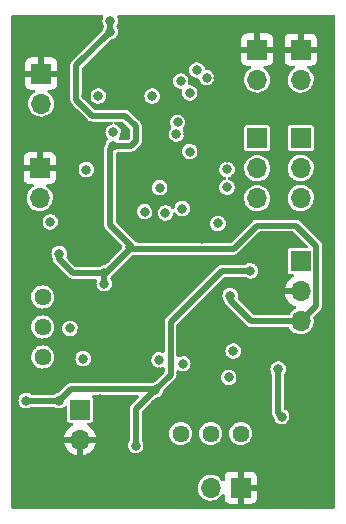
<source format=gbr>
%TF.GenerationSoftware,KiCad,Pcbnew,(6.0.8)*%
%TF.CreationDate,2022-10-15T17:18:15+02:00*%
%TF.ProjectId,Digital Delay,44696769-7461-46c2-9044-656c61792e6b,rev?*%
%TF.SameCoordinates,Original*%
%TF.FileFunction,Copper,L3,Inr*%
%TF.FilePolarity,Positive*%
%FSLAX46Y46*%
G04 Gerber Fmt 4.6, Leading zero omitted, Abs format (unit mm)*
G04 Created by KiCad (PCBNEW (6.0.8)) date 2022-10-15 17:18:15*
%MOMM*%
%LPD*%
G01*
G04 APERTURE LIST*
%TA.AperFunction,ComponentPad*%
%ADD10R,1.700000X1.700000*%
%TD*%
%TA.AperFunction,ComponentPad*%
%ADD11O,1.700000X1.700000*%
%TD*%
%TA.AperFunction,ComponentPad*%
%ADD12C,1.440000*%
%TD*%
%TA.AperFunction,ViaPad*%
%ADD13C,0.800000*%
%TD*%
%TA.AperFunction,Conductor*%
%ADD14C,0.500000*%
%TD*%
G04 APERTURE END LIST*
D10*
%TO.N,/Signal_Out_Falling*%
%TO.C,J105*%
X59309000Y-48148000D03*
D11*
%TO.N,/Falling_Edge_Out*%
X59309000Y-50688000D03*
%TO.N,Signal_Falling*%
X59309000Y-53228000D03*
%TD*%
D10*
%TO.N,-5V*%
%TO.C,J101*%
X62992000Y-58547000D03*
D11*
%TO.N,GND*%
X62992000Y-61087000D03*
%TO.N,+5V*%
X62992000Y-63627000D03*
%TD*%
D10*
%TO.N,GND*%
%TO.C,J106*%
X57912000Y-77724000D03*
D11*
%TO.N,/Ref_Comp_B*%
X55372000Y-77724000D03*
%TD*%
D10*
%TO.N,GND*%
%TO.C,J103*%
X40894000Y-50668000D03*
D11*
%TO.N,/Ref_Comp_A*%
X40894000Y-53208000D03*
%TD*%
D10*
%TO.N,GND*%
%TO.C,J107*%
X41021000Y-42667000D03*
D11*
%TO.N,/Falling_Edge_Out*%
X41021000Y-45207000D03*
%TD*%
D10*
%TO.N,Signal_In*%
%TO.C,J109*%
X44323000Y-71115000D03*
D11*
%TO.N,GND*%
X44323000Y-73655000D03*
%TD*%
D10*
%TO.N,GND*%
%TO.C,J104*%
X62992000Y-40640000D03*
D11*
%TO.N,/Rising_Edge_Out*%
X62992000Y-43180000D03*
%TD*%
D12*
%TO.N,+5V*%
%TO.C,RV101*%
X41148000Y-61585000D03*
%TO.N,/Ref_Comp_A*%
X41148000Y-64125000D03*
%TO.N,-5V*%
X41148000Y-66665000D03*
%TD*%
D10*
%TO.N,GND*%
%TO.C,J108*%
X59309000Y-40635000D03*
D11*
%TO.N,/Both_Edges_Out*%
X59309000Y-43175000D03*
%TD*%
D10*
%TO.N,/Signal_Out_Rising*%
%TO.C,J102*%
X62992000Y-48133000D03*
D11*
%TO.N,/Rising_Edge_Out*%
X62992000Y-50673000D03*
%TO.N,Signal_Rising*%
X62992000Y-53213000D03*
%TD*%
D12*
%TO.N,+5V*%
%TO.C,RV102*%
X57912000Y-73152000D03*
%TO.N,/Ref_Comp_B*%
X55372000Y-73152000D03*
%TO.N,-5V*%
X52832000Y-73152000D03*
%TD*%
D13*
%TO.N,+5V*%
X61380489Y-71715511D03*
X47117000Y-48768000D03*
X46863000Y-38227000D03*
X61087000Y-67691000D03*
X57023000Y-61468000D03*
X42545000Y-57912000D03*
X46863000Y-39116000D03*
X46355000Y-60452000D03*
X48540220Y-57327899D03*
X46355000Y-59563000D03*
%TO.N,GND*%
X58420000Y-61976000D03*
X63627000Y-69342000D03*
X54610000Y-56642000D03*
X47498000Y-74168000D03*
X42799000Y-48895000D03*
X60579000Y-56388000D03*
X53467000Y-47752000D03*
X42545000Y-71628000D03*
X59690000Y-56388000D03*
X59055000Y-68707000D03*
X44450000Y-64389000D03*
X62992000Y-71755000D03*
X62230000Y-67818000D03*
X52819374Y-66255835D03*
X48821734Y-54085724D03*
X59436000Y-61595000D03*
X56822438Y-54797297D03*
X54483000Y-45339000D03*
X43577826Y-66776378D03*
X54610000Y-54864000D03*
X56740762Y-49784980D03*
X57789502Y-53366952D03*
X54380718Y-41388965D03*
X39751000Y-55880000D03*
X43434000Y-46990000D03*
X42672000Y-38227000D03*
X42672000Y-39116000D03*
X63881000Y-74549000D03*
X59563000Y-67945000D03*
X44196000Y-40132000D03*
X43831497Y-50800000D03*
X46482000Y-73152000D03*
X39751000Y-56769000D03*
X43307000Y-40132000D03*
X47498000Y-71501000D03*
X62992000Y-74549000D03*
X54483000Y-46482000D03*
X42545000Y-55880000D03*
X43561000Y-49784000D03*
X60325000Y-61595000D03*
X40788034Y-55250119D03*
X42545000Y-72517000D03*
X51435000Y-44323000D03*
X65024000Y-67818000D03*
X39751000Y-71628000D03*
X50673000Y-71501000D03*
X44450000Y-65405000D03*
X50016023Y-52314523D03*
X44450000Y-49784000D03*
X44323000Y-46990000D03*
X45974000Y-71120000D03*
X56022672Y-43053010D03*
X52675563Y-42298698D03*
X44848201Y-44539500D03*
X43269117Y-60297681D03*
X50971168Y-67906122D03*
X59055000Y-69850000D03*
X59436000Y-60706000D03*
X41148000Y-73152000D03*
X42799000Y-48006000D03*
X44704000Y-56769000D03*
X43688000Y-57465000D03*
X43688000Y-58354000D03*
X54610000Y-55753000D03*
X48102904Y-47789317D03*
X52521830Y-44310500D03*
X58674000Y-57531000D03*
X57553500Y-67147286D03*
X65024000Y-68707000D03*
X46482000Y-72263000D03*
X48553500Y-42418000D03*
X47371000Y-42418000D03*
X57402648Y-51546273D03*
X64389000Y-73152000D03*
X50690932Y-53935907D03*
X50673000Y-70612000D03*
X46482000Y-58354000D03*
X51562000Y-42291000D03*
X62230000Y-68707000D03*
X45974000Y-70231000D03*
X39751000Y-72517000D03*
X63881000Y-71755000D03*
X57912000Y-70739000D03*
%TO.N,-5V*%
X58740000Y-59370000D03*
X49022000Y-74168000D03*
X42545000Y-70358000D03*
X39751000Y-70358000D03*
X50673000Y-69469000D03*
%TO.N,/Ref_Comp_B*%
X56896000Y-68385699D03*
%TO.N,/Signal_Comp_B*%
X53002495Y-67238419D03*
X57277000Y-66167000D03*
%TO.N,Signal_Rising*%
X56755728Y-50784369D03*
%TO.N,Signal_Falling*%
X49784000Y-54356000D03*
X51054000Y-52336500D03*
X56740773Y-52295773D03*
%TO.N,/Both_Edges_Out*%
X54206979Y-42373251D03*
X52567500Y-46794942D03*
X51537258Y-54467638D03*
X53594000Y-44310500D03*
%TO.N,Signal_In*%
X51000883Y-66907062D03*
X44831000Y-50800000D03*
X41787296Y-55228163D03*
X47117000Y-47625000D03*
X43459590Y-64254501D03*
X44577000Y-66802000D03*
%TO.N,/Comp_Out_B*%
X55023873Y-43015500D03*
X55991262Y-55356262D03*
X45847000Y-44577000D03*
X52832000Y-43307000D03*
%TO.N,Net-(U102-Pad6)*%
X50419000Y-44577000D03*
X52959000Y-54102000D03*
%TO.N,Net-(U102-Pad8)*%
X53594000Y-49276000D03*
X52468201Y-47789500D03*
%TD*%
D14*
%TO.N,+5V*%
X62582511Y-55538489D02*
X59269511Y-55538489D01*
X43998690Y-44891380D02*
X43998690Y-41980310D01*
X46863000Y-55499000D02*
X46863000Y-49022000D01*
X48540220Y-57327899D02*
X48540220Y-57176220D01*
X49022000Y-48387000D02*
X49022000Y-47117000D01*
X64291511Y-62327489D02*
X64291511Y-57247489D01*
X57023000Y-61849000D02*
X58801000Y-63627000D01*
X44500011Y-45389011D02*
X44496321Y-45389011D01*
X48540220Y-57176220D02*
X46863000Y-55499000D01*
X48641000Y-48768000D02*
X49022000Y-48387000D01*
X46355000Y-60452000D02*
X46355000Y-59563000D01*
X46355000Y-59563000D02*
X46474391Y-59563000D01*
X44496321Y-45389011D02*
X43998690Y-44891380D01*
X49022000Y-47117000D02*
X48133000Y-46228000D01*
X61087000Y-67691000D02*
X61087000Y-71422022D01*
X62992000Y-63627000D02*
X64291511Y-62327489D01*
X42545000Y-58412391D02*
X43695609Y-59563000D01*
X48514000Y-57523391D02*
X48540220Y-57327899D01*
X43695609Y-59563000D02*
X46355000Y-59563000D01*
X48703832Y-57491511D02*
X48540220Y-57327899D01*
X46863000Y-39116000D02*
X46863000Y-38227000D01*
X45339000Y-46228000D02*
X44500011Y-45389011D01*
X46863000Y-49022000D02*
X47117000Y-48768000D01*
X61087000Y-71422022D02*
X61380489Y-71715511D01*
X57023000Y-61468000D02*
X57023000Y-61849000D01*
X43998690Y-41980310D02*
X46863000Y-39116000D01*
X47117000Y-48768000D02*
X48641000Y-48768000D01*
X48133000Y-46228000D02*
X45339000Y-46228000D01*
X57316489Y-57491511D02*
X48703832Y-57491511D01*
X59269511Y-55538489D02*
X57316489Y-57491511D01*
X42545000Y-57912000D02*
X42545000Y-58412391D01*
X64291511Y-57247489D02*
X62582511Y-55538489D01*
X62992000Y-63627000D02*
X58801000Y-63627000D01*
X46474391Y-59563000D02*
X48514000Y-57523391D01*
%TO.N,-5V*%
X50673000Y-69469000D02*
X51969863Y-68172137D01*
X58740000Y-59370000D02*
X56321996Y-59370000D01*
X50585489Y-69381489D02*
X43521511Y-69381489D01*
X50614609Y-69469000D02*
X50673000Y-69469000D01*
X50673000Y-69469000D02*
X50731391Y-69469000D01*
X42545000Y-70358000D02*
X39751000Y-70358000D01*
X49022000Y-71061609D02*
X50614609Y-69469000D01*
X49022000Y-74168000D02*
X49022000Y-71061609D01*
X51969863Y-68172137D02*
X51969863Y-63722133D01*
X56321996Y-59370000D02*
X51969863Y-63722133D01*
X50673000Y-69469000D02*
X50585489Y-69381489D01*
X43521511Y-69381489D02*
X42545000Y-70358000D01*
%TD*%
%TA.AperFunction,Conductor*%
%TO.N,GND*%
G36*
X46245640Y-37739502D02*
G01*
X46292133Y-37793158D01*
X46302237Y-37863432D01*
X46288563Y-37905041D01*
X46286316Y-37909232D01*
X46281950Y-37915444D01*
X46224406Y-38063037D01*
X46203729Y-38220096D01*
X46221113Y-38377553D01*
X46275553Y-38526319D01*
X46279788Y-38532622D01*
X46279792Y-38532629D01*
X46325922Y-38601277D01*
X46347315Y-38668974D01*
X46328711Y-38737490D01*
X46324428Y-38744004D01*
X46281950Y-38804444D01*
X46224406Y-38952037D01*
X46223415Y-38959568D01*
X46223414Y-38959570D01*
X46216482Y-39012226D01*
X46187759Y-39077153D01*
X46180655Y-39084874D01*
X43691896Y-41573633D01*
X43682456Y-41581175D01*
X43682779Y-41581555D01*
X43675943Y-41587373D01*
X43668351Y-41592163D01*
X43662409Y-41598891D01*
X43633019Y-41632169D01*
X43627673Y-41637856D01*
X43616339Y-41649190D01*
X43613654Y-41652773D01*
X43613652Y-41652775D01*
X43610137Y-41657465D01*
X43603752Y-41665308D01*
X43572689Y-41700480D01*
X43568876Y-41708602D01*
X43567036Y-41711403D01*
X43558627Y-41725398D01*
X43557005Y-41728361D01*
X43551620Y-41735546D01*
X43548467Y-41743956D01*
X43548466Y-41743958D01*
X43535144Y-41779492D01*
X43531220Y-41788805D01*
X43511273Y-41831292D01*
X43509891Y-41840166D01*
X43508905Y-41843393D01*
X43504765Y-41859176D01*
X43504044Y-41862454D01*
X43500892Y-41870862D01*
X43500227Y-41879813D01*
X43497414Y-41917667D01*
X43496260Y-41927714D01*
X43494190Y-41941007D01*
X43494190Y-41956372D01*
X43493844Y-41965709D01*
X43490183Y-42014977D01*
X43492056Y-42023752D01*
X43492649Y-42032448D01*
X43494190Y-42047048D01*
X43494190Y-44820756D01*
X43492849Y-44832761D01*
X43493345Y-44832801D01*
X43492625Y-44841748D01*
X43490644Y-44850504D01*
X43492637Y-44882623D01*
X43493948Y-44903762D01*
X43494190Y-44911564D01*
X43494190Y-44927606D01*
X43494825Y-44932037D01*
X43494825Y-44932042D01*
X43495655Y-44937833D01*
X43496686Y-44947894D01*
X43499592Y-44994739D01*
X43502639Y-45003179D01*
X43503320Y-45006469D01*
X43507272Y-45022318D01*
X43508217Y-45025548D01*
X43509489Y-45034432D01*
X43513204Y-45042603D01*
X43528908Y-45077143D01*
X43532720Y-45086508D01*
X43545612Y-45122217D01*
X43545614Y-45122220D01*
X43548662Y-45130664D01*
X43553958Y-45137913D01*
X43555530Y-45140870D01*
X43563783Y-45154994D01*
X43565588Y-45157817D01*
X43569302Y-45165985D01*
X43591662Y-45191934D01*
X43599933Y-45201533D01*
X43606215Y-45209444D01*
X43614163Y-45220324D01*
X43625024Y-45231185D01*
X43631382Y-45238032D01*
X43657773Y-45268661D01*
X43657776Y-45268664D01*
X43663634Y-45275462D01*
X43671170Y-45280346D01*
X43677754Y-45286089D01*
X43689146Y-45295306D01*
X44089647Y-45695808D01*
X44097190Y-45705247D01*
X44097568Y-45704925D01*
X44103384Y-45711759D01*
X44108174Y-45719350D01*
X44114900Y-45725290D01*
X44114904Y-45725295D01*
X44148187Y-45754689D01*
X44153875Y-45760035D01*
X44165202Y-45771362D01*
X44168782Y-45774045D01*
X44168790Y-45774052D01*
X44172744Y-45777015D01*
X44186275Y-45788746D01*
X44932324Y-46534794D01*
X44939867Y-46544235D01*
X44940246Y-46543912D01*
X44946062Y-46550745D01*
X44950853Y-46558339D01*
X44957583Y-46564283D01*
X44957585Y-46564285D01*
X44990866Y-46593678D01*
X44996554Y-46599024D01*
X45007881Y-46610351D01*
X45011464Y-46613036D01*
X45011466Y-46613038D01*
X45016152Y-46616550D01*
X45023995Y-46622935D01*
X45059170Y-46654001D01*
X45067297Y-46657816D01*
X45070117Y-46659669D01*
X45084113Y-46668078D01*
X45087054Y-46669688D01*
X45094236Y-46675071D01*
X45102640Y-46678222D01*
X45102641Y-46678222D01*
X45138178Y-46691544D01*
X45147492Y-46695468D01*
X45189982Y-46715417D01*
X45198853Y-46716798D01*
X45202075Y-46717783D01*
X45217858Y-46721923D01*
X45221142Y-46722645D01*
X45229552Y-46725798D01*
X45276357Y-46729276D01*
X45286397Y-46730429D01*
X45292666Y-46731405D01*
X45294886Y-46731751D01*
X45294887Y-46731751D01*
X45299697Y-46732500D01*
X45315066Y-46732500D01*
X45324404Y-46732847D01*
X45364716Y-46735843D01*
X45364717Y-46735843D01*
X45373667Y-46736508D01*
X45382442Y-46734635D01*
X45391126Y-46734043D01*
X45405742Y-46732500D01*
X46966168Y-46732500D01*
X47034289Y-46752502D01*
X47080782Y-46806158D01*
X47090886Y-46876432D01*
X47061392Y-46941012D01*
X46995582Y-46981019D01*
X46894563Y-47005271D01*
X46894560Y-47005272D01*
X46887184Y-47007043D01*
X46746414Y-47079700D01*
X46740695Y-47084689D01*
X46737900Y-47087127D01*
X46627039Y-47183838D01*
X46535950Y-47313444D01*
X46478406Y-47461037D01*
X46477414Y-47468570D01*
X46477414Y-47468571D01*
X46476999Y-47471728D01*
X46457729Y-47618096D01*
X46475113Y-47775553D01*
X46477723Y-47782684D01*
X46477723Y-47782686D01*
X46481730Y-47793634D01*
X46529553Y-47924319D01*
X46533789Y-47930622D01*
X46533789Y-47930623D01*
X46558365Y-47967195D01*
X46617908Y-48055805D01*
X46666556Y-48100071D01*
X46669849Y-48103067D01*
X46706772Y-48163707D01*
X46705049Y-48234683D01*
X46667879Y-48291210D01*
X46632765Y-48321842D01*
X46632761Y-48321846D01*
X46627039Y-48326838D01*
X46535950Y-48456444D01*
X46533190Y-48463524D01*
X46486576Y-48583083D01*
X46478406Y-48604037D01*
X46477414Y-48611570D01*
X46477414Y-48611571D01*
X46469309Y-48673137D01*
X46445171Y-48726166D01*
X46447870Y-48727939D01*
X46442943Y-48735440D01*
X46436999Y-48742170D01*
X46433183Y-48750297D01*
X46431339Y-48753105D01*
X46422937Y-48767088D01*
X46421315Y-48770051D01*
X46415930Y-48777236D01*
X46412777Y-48785646D01*
X46412776Y-48785648D01*
X46399454Y-48821182D01*
X46395530Y-48830495D01*
X46375583Y-48872982D01*
X46374201Y-48881856D01*
X46373215Y-48885083D01*
X46369075Y-48900866D01*
X46368354Y-48904144D01*
X46365202Y-48912552D01*
X46364537Y-48921503D01*
X46361724Y-48959357D01*
X46360570Y-48969404D01*
X46358500Y-48982697D01*
X46358500Y-48998062D01*
X46358154Y-49007399D01*
X46354493Y-49056667D01*
X46356366Y-49065442D01*
X46356959Y-49074138D01*
X46358500Y-49088738D01*
X46358500Y-55428376D01*
X46357159Y-55440381D01*
X46357655Y-55440421D01*
X46356935Y-55449368D01*
X46354954Y-55458124D01*
X46355510Y-55467084D01*
X46358258Y-55511382D01*
X46358500Y-55519184D01*
X46358500Y-55535226D01*
X46359135Y-55539657D01*
X46359135Y-55539662D01*
X46359965Y-55545453D01*
X46360996Y-55555514D01*
X46363902Y-55602359D01*
X46366949Y-55610799D01*
X46367630Y-55614089D01*
X46371582Y-55629938D01*
X46372527Y-55633168D01*
X46373799Y-55642052D01*
X46377514Y-55650223D01*
X46393218Y-55684763D01*
X46397030Y-55694128D01*
X46409922Y-55729837D01*
X46409924Y-55729840D01*
X46412972Y-55738284D01*
X46418268Y-55745533D01*
X46419840Y-55748490D01*
X46428093Y-55762614D01*
X46429898Y-55765437D01*
X46433612Y-55773605D01*
X46439469Y-55780402D01*
X46439470Y-55780404D01*
X46464243Y-55809153D01*
X46470525Y-55817064D01*
X46478473Y-55827944D01*
X46489335Y-55838806D01*
X46495693Y-55845652D01*
X46527944Y-55883082D01*
X46535479Y-55887966D01*
X46542051Y-55893699D01*
X46553455Y-55902926D01*
X47847549Y-57197020D01*
X47881575Y-57259332D01*
X47883376Y-57302560D01*
X47880949Y-57320995D01*
X47881783Y-57328546D01*
X47886437Y-57370706D01*
X47874031Y-57440610D01*
X47850293Y-57473627D01*
X46452324Y-58871596D01*
X46390012Y-58905622D01*
X46362572Y-58908499D01*
X46279221Y-58908062D01*
X46271841Y-58909834D01*
X46271839Y-58909834D01*
X46132563Y-58943271D01*
X46132560Y-58943272D01*
X46125184Y-58945043D01*
X46118439Y-58948524D01*
X46118440Y-58948524D01*
X46031859Y-58993212D01*
X45984414Y-59017700D01*
X45978692Y-59022692D01*
X45978690Y-59022693D01*
X45973236Y-59027451D01*
X45908753Y-59057157D01*
X45890409Y-59058500D01*
X43956770Y-59058500D01*
X43888649Y-59038498D01*
X43867675Y-59021595D01*
X43168123Y-58322043D01*
X43134097Y-58259731D01*
X43140311Y-58185951D01*
X43179007Y-58089694D01*
X43179008Y-58089692D01*
X43181842Y-58082641D01*
X43194051Y-57996856D01*
X43203581Y-57929891D01*
X43203581Y-57929888D01*
X43204162Y-57925807D01*
X43204307Y-57912000D01*
X43185276Y-57754733D01*
X43129280Y-57606546D01*
X43116108Y-57587380D01*
X43043855Y-57482251D01*
X43043854Y-57482249D01*
X43039553Y-57475992D01*
X42921275Y-57370611D01*
X42913889Y-57366700D01*
X42813347Y-57313466D01*
X42781274Y-57296484D01*
X42627633Y-57257892D01*
X42620034Y-57257852D01*
X42620033Y-57257852D01*
X42554181Y-57257507D01*
X42469221Y-57257062D01*
X42461841Y-57258834D01*
X42461839Y-57258834D01*
X42322563Y-57292271D01*
X42322560Y-57292272D01*
X42315184Y-57294043D01*
X42174414Y-57366700D01*
X42055039Y-57470838D01*
X41963950Y-57600444D01*
X41906406Y-57748037D01*
X41905414Y-57755570D01*
X41905414Y-57755571D01*
X41888510Y-57883975D01*
X41885729Y-57905096D01*
X41893667Y-57976997D01*
X41896097Y-57999001D01*
X41903113Y-58062553D01*
X41905723Y-58069684D01*
X41905723Y-58069686D01*
X41948270Y-58185951D01*
X41957553Y-58211319D01*
X41961788Y-58217622D01*
X41961792Y-58217629D01*
X42016573Y-58299151D01*
X42037966Y-58366848D01*
X42037959Y-58367072D01*
X42036954Y-58371515D01*
X42037510Y-58380478D01*
X42040258Y-58424773D01*
X42040500Y-58432575D01*
X42040500Y-58448617D01*
X42041135Y-58453048D01*
X42041135Y-58453053D01*
X42041965Y-58458844D01*
X42042996Y-58468905D01*
X42045902Y-58515750D01*
X42048949Y-58524190D01*
X42049630Y-58527480D01*
X42053582Y-58543329D01*
X42054527Y-58546559D01*
X42055799Y-58555443D01*
X42059514Y-58563614D01*
X42075218Y-58598154D01*
X42079030Y-58607519D01*
X42091922Y-58643228D01*
X42091924Y-58643231D01*
X42094972Y-58651675D01*
X42100268Y-58658924D01*
X42101840Y-58661881D01*
X42110093Y-58676005D01*
X42111898Y-58678828D01*
X42115612Y-58686996D01*
X42121469Y-58693793D01*
X42121470Y-58693795D01*
X42132090Y-58706119D01*
X42140477Y-58715852D01*
X42146243Y-58722544D01*
X42152525Y-58730455D01*
X42160473Y-58741335D01*
X42171335Y-58752197D01*
X42177693Y-58759043D01*
X42209944Y-58796473D01*
X42217479Y-58801357D01*
X42224051Y-58807090D01*
X42235455Y-58816317D01*
X43288932Y-59869794D01*
X43296474Y-59879234D01*
X43296854Y-59878911D01*
X43302672Y-59885747D01*
X43307462Y-59893339D01*
X43314190Y-59899281D01*
X43347468Y-59928671D01*
X43353155Y-59934017D01*
X43364489Y-59945351D01*
X43368072Y-59948036D01*
X43368074Y-59948038D01*
X43372764Y-59951553D01*
X43380607Y-59957938D01*
X43415779Y-59989001D01*
X43423901Y-59992814D01*
X43426702Y-59994654D01*
X43440697Y-60003063D01*
X43443660Y-60004685D01*
X43450845Y-60010070D01*
X43459255Y-60013223D01*
X43459257Y-60013224D01*
X43494791Y-60026546D01*
X43504104Y-60030470D01*
X43546591Y-60050417D01*
X43555465Y-60051799D01*
X43558692Y-60052785D01*
X43574475Y-60056925D01*
X43577753Y-60057646D01*
X43586161Y-60060798D01*
X43599918Y-60061820D01*
X43632966Y-60064276D01*
X43643013Y-60065430D01*
X43651495Y-60066751D01*
X43651498Y-60066751D01*
X43656306Y-60067500D01*
X43671671Y-60067500D01*
X43681009Y-60067846D01*
X43730276Y-60071507D01*
X43739051Y-60069634D01*
X43747747Y-60069041D01*
X43762347Y-60067500D01*
X45618026Y-60067500D01*
X45686147Y-60087502D01*
X45732640Y-60141158D01*
X45742744Y-60211432D01*
X45735419Y-60239269D01*
X45719167Y-60280954D01*
X45719166Y-60280958D01*
X45716406Y-60288037D01*
X45715414Y-60295570D01*
X45715414Y-60295571D01*
X45700396Y-60409649D01*
X45695729Y-60445096D01*
X45713113Y-60602553D01*
X45715723Y-60609684D01*
X45715723Y-60609686D01*
X45741629Y-60680477D01*
X45767553Y-60751319D01*
X45771789Y-60757622D01*
X45771789Y-60757623D01*
X45809043Y-60813062D01*
X45855908Y-60882805D01*
X45861527Y-60887918D01*
X45861528Y-60887919D01*
X45939646Y-60959000D01*
X45973076Y-60989419D01*
X46112293Y-61065008D01*
X46265522Y-61105207D01*
X46349477Y-61106526D01*
X46416319Y-61107576D01*
X46416322Y-61107576D01*
X46423916Y-61107695D01*
X46578332Y-61072329D01*
X46658534Y-61031992D01*
X46713072Y-61004563D01*
X46713075Y-61004561D01*
X46719855Y-61001151D01*
X46725626Y-60996222D01*
X46725629Y-60996220D01*
X46834536Y-60903204D01*
X46834536Y-60903203D01*
X46840314Y-60898269D01*
X46932755Y-60769624D01*
X46991842Y-60622641D01*
X47014162Y-60465807D01*
X47014307Y-60452000D01*
X46995276Y-60294733D01*
X46939280Y-60146546D01*
X46933850Y-60138645D01*
X46892832Y-60078963D01*
X46870732Y-60011493D01*
X46888618Y-59942786D01*
X46894350Y-59934070D01*
X46896165Y-59931545D01*
X46932755Y-59880624D01*
X46958131Y-59817500D01*
X48893500Y-59817500D01*
X50419500Y-59817500D01*
X51433500Y-59817500D01*
X52959500Y-59817500D01*
X52959500Y-59010011D01*
X51433500Y-59010011D01*
X51433500Y-59817500D01*
X50419500Y-59817500D01*
X50419500Y-59010011D01*
X49174861Y-59010011D01*
X48893500Y-59291372D01*
X48893500Y-59817500D01*
X46958131Y-59817500D01*
X46965178Y-59799970D01*
X46992989Y-59757873D01*
X48459362Y-58291500D01*
X60017355Y-58291500D01*
X60065736Y-58353538D01*
X60070218Y-58359657D01*
X60159945Y-58490211D01*
X60164052Y-58496589D01*
X60211353Y-58575156D01*
X60215067Y-58581769D01*
X60229093Y-58608598D01*
X60232404Y-58615424D01*
X60269925Y-58699107D01*
X60272819Y-58706119D01*
X60328815Y-58854306D01*
X60331282Y-58861480D01*
X60358483Y-58949082D01*
X60360513Y-58956393D01*
X60367734Y-58985794D01*
X60369321Y-58993212D01*
X60385794Y-59083419D01*
X60386931Y-59090917D01*
X60405962Y-59248184D01*
X60406391Y-59252284D01*
X60410758Y-59301947D01*
X60411052Y-59306059D01*
X60411958Y-59322519D01*
X60412117Y-59326641D01*
X60413227Y-59376522D01*
X60413251Y-59380648D01*
X60413106Y-59394455D01*
X60412995Y-59398576D01*
X60410841Y-59448380D01*
X60410596Y-59452494D01*
X60409346Y-59468924D01*
X60408966Y-59473027D01*
X60403561Y-59522584D01*
X60403047Y-59526676D01*
X60380727Y-59683510D01*
X60379432Y-59690985D01*
X60369153Y-59741280D01*
X60445373Y-59817500D01*
X60579500Y-59817500D01*
X60579500Y-58291500D01*
X60017355Y-58291500D01*
X48459362Y-58291500D01*
X48717946Y-58032916D01*
X48780258Y-57998890D01*
X48807041Y-57996011D01*
X57245865Y-57996011D01*
X57257870Y-57997352D01*
X57257910Y-57996856D01*
X57266857Y-57997576D01*
X57275613Y-57999557D01*
X57328871Y-57996253D01*
X57336673Y-57996011D01*
X57352715Y-57996011D01*
X57357146Y-57995376D01*
X57357151Y-57995376D01*
X57361176Y-57994799D01*
X57362946Y-57994546D01*
X57373003Y-57993515D01*
X57395465Y-57992122D01*
X57410889Y-57991165D01*
X57410891Y-57991165D01*
X57419848Y-57990609D01*
X57428288Y-57987562D01*
X57431578Y-57986881D01*
X57447427Y-57982929D01*
X57450657Y-57981984D01*
X57459541Y-57980712D01*
X57502252Y-57961293D01*
X57511617Y-57957481D01*
X57547326Y-57944589D01*
X57547329Y-57944587D01*
X57555773Y-57941539D01*
X57563022Y-57936243D01*
X57565979Y-57934671D01*
X57580103Y-57926418D01*
X57582926Y-57924613D01*
X57591094Y-57920899D01*
X57597891Y-57915042D01*
X57597893Y-57915041D01*
X57626642Y-57890268D01*
X57634553Y-57883986D01*
X57645433Y-57876038D01*
X57656295Y-57865176D01*
X57663142Y-57858818D01*
X57693771Y-57832426D01*
X57700571Y-57826567D01*
X57705455Y-57819032D01*
X57711188Y-57812460D01*
X57720415Y-57801056D01*
X59441577Y-56079894D01*
X59503889Y-56045868D01*
X59530672Y-56042989D01*
X62321350Y-56042989D01*
X62389471Y-56062991D01*
X62410445Y-56079894D01*
X63557956Y-57227405D01*
X63591982Y-57289717D01*
X63586917Y-57360532D01*
X63544370Y-57417368D01*
X63477850Y-57442179D01*
X63468861Y-57442500D01*
X62149957Y-57442501D01*
X62116934Y-57442501D01*
X62081182Y-57449612D01*
X62054874Y-57454844D01*
X62054872Y-57454845D01*
X62042699Y-57457266D01*
X62032379Y-57464161D01*
X62032378Y-57464162D01*
X61971985Y-57504516D01*
X61958516Y-57513516D01*
X61902266Y-57597699D01*
X61887500Y-57671933D01*
X61887501Y-59422066D01*
X61902266Y-59496301D01*
X61909161Y-59506621D01*
X61909162Y-59506622D01*
X61931893Y-59540641D01*
X61958516Y-59580484D01*
X62042699Y-59636734D01*
X62116933Y-59651500D01*
X62293500Y-59651500D01*
X62361621Y-59671502D01*
X62408114Y-59725158D01*
X62418218Y-59795432D01*
X62388724Y-59860012D01*
X62351681Y-59889263D01*
X62270458Y-59931545D01*
X62261738Y-59937036D01*
X62091433Y-60064905D01*
X62083726Y-60071748D01*
X61936590Y-60225717D01*
X61930104Y-60233727D01*
X61810098Y-60409649D01*
X61805000Y-60418623D01*
X61715338Y-60611783D01*
X61711775Y-60621470D01*
X61656389Y-60821183D01*
X61657912Y-60829607D01*
X61670292Y-60833000D01*
X63120000Y-60833000D01*
X63188121Y-60853002D01*
X63234614Y-60906658D01*
X63246000Y-60959000D01*
X63246000Y-61215000D01*
X63225998Y-61283121D01*
X63172342Y-61329614D01*
X63120000Y-61341000D01*
X61675225Y-61341000D01*
X61661694Y-61344973D01*
X61660257Y-61354966D01*
X61690565Y-61489446D01*
X61693645Y-61499275D01*
X61773770Y-61696603D01*
X61778413Y-61705794D01*
X61889694Y-61887388D01*
X61895777Y-61895699D01*
X62035213Y-62056667D01*
X62042580Y-62063883D01*
X62206434Y-62199916D01*
X62214881Y-62205831D01*
X62398756Y-62313279D01*
X62408042Y-62317729D01*
X62557124Y-62374657D01*
X62613627Y-62417644D01*
X62637920Y-62484355D01*
X62622290Y-62553610D01*
X62571699Y-62603421D01*
X62555785Y-62610579D01*
X62514463Y-62625824D01*
X62340010Y-62729612D01*
X62335670Y-62733418D01*
X62335666Y-62733421D01*
X62191733Y-62859648D01*
X62187392Y-62863455D01*
X62061720Y-63022869D01*
X62059030Y-63027982D01*
X62059026Y-63027988D01*
X62044725Y-63055169D01*
X61995305Y-63106141D01*
X61933218Y-63122500D01*
X59062161Y-63122500D01*
X58994040Y-63102498D01*
X58973066Y-63085595D01*
X57680357Y-61792886D01*
X57646331Y-61730574D01*
X57652544Y-61656797D01*
X57657006Y-61645698D01*
X57657008Y-61645691D01*
X57659842Y-61638641D01*
X57667975Y-61581494D01*
X57681581Y-61485891D01*
X57681581Y-61485888D01*
X57682162Y-61481807D01*
X57682307Y-61468000D01*
X57663276Y-61310733D01*
X57607280Y-61162546D01*
X57568986Y-61106828D01*
X57521855Y-61038251D01*
X57521854Y-61038249D01*
X57517553Y-61031992D01*
X57399275Y-60926611D01*
X57391889Y-60922700D01*
X57334086Y-60892095D01*
X57259274Y-60852484D01*
X57105633Y-60813892D01*
X57098034Y-60813852D01*
X57098033Y-60813852D01*
X57032181Y-60813507D01*
X56947221Y-60813062D01*
X56939841Y-60814834D01*
X56939839Y-60814834D01*
X56800563Y-60848271D01*
X56800560Y-60848272D01*
X56793184Y-60850043D01*
X56652414Y-60922700D01*
X56533039Y-61026838D01*
X56441950Y-61156444D01*
X56425262Y-61199246D01*
X56392561Y-61283121D01*
X56384406Y-61304037D01*
X56383414Y-61311570D01*
X56383414Y-61311571D01*
X56365406Y-61448359D01*
X56363729Y-61461096D01*
X56366859Y-61489446D01*
X56378527Y-61595128D01*
X56381113Y-61618553D01*
X56383723Y-61625684D01*
X56383723Y-61625686D01*
X56395108Y-61656797D01*
X56435553Y-61767319D01*
X56439790Y-61773625D01*
X56439792Y-61773628D01*
X56501180Y-61864982D01*
X56522357Y-61927456D01*
X56523902Y-61952359D01*
X56526949Y-61960799D01*
X56527630Y-61964089D01*
X56531582Y-61979938D01*
X56532527Y-61983168D01*
X56533799Y-61992052D01*
X56537514Y-62000223D01*
X56553218Y-62034763D01*
X56557030Y-62044128D01*
X56569922Y-62079837D01*
X56569924Y-62079840D01*
X56572972Y-62088284D01*
X56578268Y-62095533D01*
X56579840Y-62098490D01*
X56588093Y-62112614D01*
X56589898Y-62115437D01*
X56593612Y-62123605D01*
X56619903Y-62154116D01*
X56624243Y-62159153D01*
X56630525Y-62167064D01*
X56638473Y-62177944D01*
X56649335Y-62188806D01*
X56655693Y-62195652D01*
X56687944Y-62233082D01*
X56695479Y-62237966D01*
X56702051Y-62243699D01*
X56713455Y-62252926D01*
X58394323Y-63933794D01*
X58401865Y-63943234D01*
X58402245Y-63942911D01*
X58408063Y-63949747D01*
X58412853Y-63957339D01*
X58419581Y-63963281D01*
X58452859Y-63992671D01*
X58458546Y-63998017D01*
X58469880Y-64009351D01*
X58473466Y-64012038D01*
X58473471Y-64012043D01*
X58478159Y-64015557D01*
X58485997Y-64021938D01*
X58521170Y-64053001D01*
X58529295Y-64056816D01*
X58532116Y-64058669D01*
X58546112Y-64067077D01*
X58549050Y-64068686D01*
X58556236Y-64074071D01*
X58564641Y-64077222D01*
X58564643Y-64077223D01*
X58600178Y-64090544D01*
X58609492Y-64094468D01*
X58651982Y-64114417D01*
X58660853Y-64115798D01*
X58664075Y-64116783D01*
X58679858Y-64120923D01*
X58683142Y-64121645D01*
X58691552Y-64124798D01*
X58738357Y-64128276D01*
X58748397Y-64129429D01*
X58754666Y-64130405D01*
X58756886Y-64130751D01*
X58756887Y-64130751D01*
X58761697Y-64131500D01*
X58777066Y-64131500D01*
X58786404Y-64131847D01*
X58826716Y-64134843D01*
X58826717Y-64134843D01*
X58835667Y-64135508D01*
X58844442Y-64133635D01*
X58853126Y-64133043D01*
X58867742Y-64131500D01*
X61930716Y-64131500D01*
X61998837Y-64151502D01*
X62033613Y-64184780D01*
X62148533Y-64347389D01*
X62293938Y-64489035D01*
X62462720Y-64601812D01*
X62468023Y-64604090D01*
X62468026Y-64604092D01*
X62643921Y-64679662D01*
X62649228Y-64681942D01*
X62705151Y-64694596D01*
X62841579Y-64725467D01*
X62841584Y-64725468D01*
X62847216Y-64726742D01*
X62852987Y-64726969D01*
X62852989Y-64726969D01*
X62912756Y-64729317D01*
X63050053Y-64734712D01*
X63150499Y-64720148D01*
X63245231Y-64706413D01*
X63245236Y-64706412D01*
X63250945Y-64705584D01*
X63256409Y-64703729D01*
X63256414Y-64703728D01*
X63437693Y-64642192D01*
X63437698Y-64642190D01*
X63443165Y-64640334D01*
X63506666Y-64604772D01*
X63564961Y-64572125D01*
X63620276Y-64541147D01*
X63638395Y-64526078D01*
X63771913Y-64415031D01*
X63776345Y-64411345D01*
X63826181Y-64351424D01*
X63902453Y-64259718D01*
X63902455Y-64259715D01*
X63906147Y-64255276D01*
X63976624Y-64129430D01*
X64002510Y-64083208D01*
X64002511Y-64083206D01*
X64005334Y-64078165D01*
X64007190Y-64072698D01*
X64007192Y-64072693D01*
X64068728Y-63891414D01*
X64068729Y-63891409D01*
X64070584Y-63885945D01*
X64071412Y-63880236D01*
X64071413Y-63880231D01*
X64095487Y-63714190D01*
X64099712Y-63685053D01*
X64101232Y-63627000D01*
X64087483Y-63477369D01*
X64083187Y-63430613D01*
X64083186Y-63430610D01*
X64082658Y-63424859D01*
X64074124Y-63394598D01*
X64064196Y-63359398D01*
X64064956Y-63288405D01*
X64096370Y-63236101D01*
X64598305Y-62734166D01*
X64607745Y-62726624D01*
X64607422Y-62726244D01*
X64614258Y-62720426D01*
X64621850Y-62715636D01*
X64657183Y-62675629D01*
X64662528Y-62669943D01*
X64673862Y-62658609D01*
X64680064Y-62650334D01*
X64686451Y-62642489D01*
X64711571Y-62614046D01*
X64717512Y-62607319D01*
X64721325Y-62599197D01*
X64723165Y-62596396D01*
X64731574Y-62582401D01*
X64733196Y-62579438D01*
X64738581Y-62572253D01*
X64741883Y-62563446D01*
X64755057Y-62528307D01*
X64758982Y-62518991D01*
X64778928Y-62476507D01*
X64780310Y-62467633D01*
X64781296Y-62464406D01*
X64785436Y-62448623D01*
X64786157Y-62445345D01*
X64789309Y-62436937D01*
X64790331Y-62423180D01*
X64792787Y-62390132D01*
X64793941Y-62380085D01*
X64795262Y-62371603D01*
X64795262Y-62371600D01*
X64796011Y-62366792D01*
X64796011Y-62351427D01*
X64796357Y-62342090D01*
X64799353Y-62301770D01*
X64800018Y-62292822D01*
X64798145Y-62284047D01*
X64797552Y-62275351D01*
X64796011Y-62260751D01*
X64796011Y-57318113D01*
X64797352Y-57306108D01*
X64796856Y-57306068D01*
X64797576Y-57297121D01*
X64799557Y-57288365D01*
X64796253Y-57235108D01*
X64796011Y-57227306D01*
X64796011Y-57211263D01*
X64794545Y-57201025D01*
X64793515Y-57190970D01*
X64791165Y-57153090D01*
X64791165Y-57153088D01*
X64790609Y-57144131D01*
X64787562Y-57135690D01*
X64786883Y-57132412D01*
X64782927Y-57116544D01*
X64781984Y-57113320D01*
X64780712Y-57104437D01*
X64776998Y-57096268D01*
X64776996Y-57096262D01*
X64761286Y-57061710D01*
X64757472Y-57052341D01*
X64744588Y-57016652D01*
X64741539Y-57008205D01*
X64736242Y-57000955D01*
X64734665Y-56997988D01*
X64726418Y-56983875D01*
X64724613Y-56981052D01*
X64720899Y-56972884D01*
X64690264Y-56937331D01*
X64683986Y-56929425D01*
X64676038Y-56918545D01*
X64665176Y-56907683D01*
X64658818Y-56900836D01*
X64632426Y-56870207D01*
X64626567Y-56863407D01*
X64619032Y-56858523D01*
X64612460Y-56852790D01*
X64601056Y-56843563D01*
X62989188Y-55231695D01*
X62981646Y-55222255D01*
X62981266Y-55222578D01*
X62975448Y-55215742D01*
X62970658Y-55208150D01*
X62930651Y-55172817D01*
X62924965Y-55167472D01*
X62913631Y-55156138D01*
X62905356Y-55149936D01*
X62897511Y-55143549D01*
X62896933Y-55143038D01*
X62862341Y-55112488D01*
X62854219Y-55108675D01*
X62851418Y-55106835D01*
X62837423Y-55098426D01*
X62834460Y-55096804D01*
X62827275Y-55091419D01*
X62818865Y-55088266D01*
X62818863Y-55088265D01*
X62783329Y-55074943D01*
X62774013Y-55071018D01*
X62773566Y-55070808D01*
X62731529Y-55051072D01*
X62722655Y-55049690D01*
X62719428Y-55048704D01*
X62703645Y-55044564D01*
X62700367Y-55043843D01*
X62691959Y-55040691D01*
X62678202Y-55039669D01*
X62645154Y-55037213D01*
X62635107Y-55036059D01*
X62626625Y-55034738D01*
X62626622Y-55034738D01*
X62621814Y-55033989D01*
X62606449Y-55033989D01*
X62597112Y-55033643D01*
X62589559Y-55033082D01*
X62547844Y-55029982D01*
X62539069Y-55031855D01*
X62530373Y-55032448D01*
X62515773Y-55033989D01*
X59340135Y-55033989D01*
X59328130Y-55032648D01*
X59328090Y-55033144D01*
X59319143Y-55032424D01*
X59310387Y-55030443D01*
X59266849Y-55033144D01*
X59257129Y-55033747D01*
X59249327Y-55033989D01*
X59233285Y-55033989D01*
X59228854Y-55034624D01*
X59228849Y-55034624D01*
X59224824Y-55035201D01*
X59223054Y-55035454D01*
X59212997Y-55036485D01*
X59190535Y-55037878D01*
X59175111Y-55038835D01*
X59175109Y-55038835D01*
X59166152Y-55039391D01*
X59157712Y-55042438D01*
X59154422Y-55043119D01*
X59138573Y-55047071D01*
X59135343Y-55048016D01*
X59126459Y-55049288D01*
X59094554Y-55063794D01*
X59083733Y-55068714D01*
X59074371Y-55072525D01*
X59038669Y-55085414D01*
X59038668Y-55085415D01*
X59030227Y-55088462D01*
X59022978Y-55093758D01*
X59019997Y-55095343D01*
X59005919Y-55103569D01*
X59003080Y-55105385D01*
X58994906Y-55109101D01*
X58978389Y-55123333D01*
X58959359Y-55139731D01*
X58951441Y-55146019D01*
X58940567Y-55153962D01*
X58929705Y-55164824D01*
X58922859Y-55171182D01*
X58885429Y-55203433D01*
X58880545Y-55210968D01*
X58874812Y-55217540D01*
X58865585Y-55228944D01*
X57144423Y-56950106D01*
X57082111Y-56984132D01*
X57055328Y-56987011D01*
X49166439Y-56987011D01*
X49098318Y-56967009D01*
X49062599Y-56932378D01*
X49039075Y-56898150D01*
X49039074Y-56898148D01*
X49034773Y-56891891D01*
X48916495Y-56786510D01*
X48821629Y-56736281D01*
X48791493Y-56714022D01*
X47426829Y-55349358D01*
X55331991Y-55349358D01*
X55336020Y-55385849D01*
X55344989Y-55467084D01*
X55349375Y-55506815D01*
X55351985Y-55513946D01*
X55351985Y-55513948D01*
X55384339Y-55602359D01*
X55403815Y-55655581D01*
X55408051Y-55661884D01*
X55408051Y-55661885D01*
X55487693Y-55780404D01*
X55492170Y-55787067D01*
X55497789Y-55792180D01*
X55497790Y-55792181D01*
X55603722Y-55888571D01*
X55609338Y-55893681D01*
X55748555Y-55969270D01*
X55901784Y-56009469D01*
X55985739Y-56010788D01*
X56052581Y-56011838D01*
X56052584Y-56011838D01*
X56060178Y-56011957D01*
X56214594Y-55976591D01*
X56285004Y-55941179D01*
X56349334Y-55908825D01*
X56349337Y-55908823D01*
X56356117Y-55905413D01*
X56361888Y-55900484D01*
X56361891Y-55900482D01*
X56470798Y-55807466D01*
X56470798Y-55807465D01*
X56476576Y-55802531D01*
X56569017Y-55673886D01*
X56628104Y-55526903D01*
X56640412Y-55440421D01*
X56649843Y-55374153D01*
X56649843Y-55374150D01*
X56650424Y-55370069D01*
X56650569Y-55356262D01*
X56631538Y-55198995D01*
X56575542Y-55050808D01*
X56561229Y-55029982D01*
X56490117Y-54926513D01*
X56490116Y-54926511D01*
X56485815Y-54920254D01*
X56367537Y-54814873D01*
X56360151Y-54810962D01*
X56254848Y-54755207D01*
X56227536Y-54740746D01*
X56073895Y-54702154D01*
X56066296Y-54702114D01*
X56066295Y-54702114D01*
X56000443Y-54701769D01*
X55915483Y-54701324D01*
X55908103Y-54703096D01*
X55908101Y-54703096D01*
X55768825Y-54736533D01*
X55768822Y-54736534D01*
X55761446Y-54738305D01*
X55620676Y-54810962D01*
X55501301Y-54915100D01*
X55410212Y-55044706D01*
X55383785Y-55112488D01*
X55362089Y-55168136D01*
X55352668Y-55192299D01*
X55351676Y-55199832D01*
X55351676Y-55199833D01*
X55339802Y-55290029D01*
X55331991Y-55349358D01*
X47426829Y-55349358D01*
X47404405Y-55326934D01*
X47370379Y-55264622D01*
X47367500Y-55237839D01*
X47367500Y-54349096D01*
X49124729Y-54349096D01*
X49130495Y-54401319D01*
X49137817Y-54467638D01*
X49142113Y-54506553D01*
X49144723Y-54513684D01*
X49144723Y-54513686D01*
X49192899Y-54645333D01*
X49196553Y-54655319D01*
X49200789Y-54661622D01*
X49200789Y-54661623D01*
X49271571Y-54766957D01*
X49284908Y-54786805D01*
X49290527Y-54791918D01*
X49290528Y-54791919D01*
X49316939Y-54815951D01*
X49402076Y-54893419D01*
X49541293Y-54969008D01*
X49694522Y-55009207D01*
X49778477Y-55010526D01*
X49845319Y-55011576D01*
X49845322Y-55011576D01*
X49852916Y-55011695D01*
X50007332Y-54976329D01*
X50112000Y-54923687D01*
X50142072Y-54908563D01*
X50142075Y-54908561D01*
X50148855Y-54905151D01*
X50154626Y-54900222D01*
X50154629Y-54900220D01*
X50263536Y-54807204D01*
X50263536Y-54807203D01*
X50269314Y-54802269D01*
X50361755Y-54673624D01*
X50420842Y-54526641D01*
X50430222Y-54460734D01*
X50877987Y-54460734D01*
X50885944Y-54532805D01*
X50894294Y-54608434D01*
X50895371Y-54618191D01*
X50897981Y-54625322D01*
X50897981Y-54625324D01*
X50946422Y-54757695D01*
X50949811Y-54766957D01*
X50954047Y-54773260D01*
X50954047Y-54773261D01*
X50982734Y-54815951D01*
X51038166Y-54898443D01*
X51043785Y-54903556D01*
X51043786Y-54903557D01*
X51072640Y-54929812D01*
X51155334Y-55005057D01*
X51294551Y-55080646D01*
X51447780Y-55120845D01*
X51531735Y-55122164D01*
X51598577Y-55123214D01*
X51598580Y-55123214D01*
X51606174Y-55123333D01*
X51760590Y-55087967D01*
X51840237Y-55047909D01*
X51895330Y-55020201D01*
X51895333Y-55020199D01*
X51902113Y-55016789D01*
X51907884Y-55011860D01*
X51907887Y-55011858D01*
X52016794Y-54918842D01*
X52016794Y-54918841D01*
X52022572Y-54913907D01*
X52115013Y-54785262D01*
X52174100Y-54638279D01*
X52190191Y-54525217D01*
X52219590Y-54460595D01*
X52279261Y-54422126D01*
X52350258Y-54422024D01*
X52410039Y-54460322D01*
X52419514Y-54472694D01*
X52450709Y-54519115D01*
X52459908Y-54532805D01*
X52465527Y-54537918D01*
X52465528Y-54537919D01*
X52561586Y-54625324D01*
X52577076Y-54639419D01*
X52716293Y-54715008D01*
X52869522Y-54755207D01*
X52953477Y-54756526D01*
X53020319Y-54757576D01*
X53020322Y-54757576D01*
X53027916Y-54757695D01*
X53182332Y-54722329D01*
X53266896Y-54679798D01*
X53317072Y-54654563D01*
X53317075Y-54654561D01*
X53323855Y-54651151D01*
X53329626Y-54646222D01*
X53329629Y-54646220D01*
X53438536Y-54553204D01*
X53438536Y-54553203D01*
X53444314Y-54548269D01*
X53536755Y-54419624D01*
X53595842Y-54272641D01*
X53613641Y-54147574D01*
X53617581Y-54119891D01*
X53617581Y-54119888D01*
X53618162Y-54115807D01*
X53618307Y-54102000D01*
X53599276Y-53944733D01*
X53543280Y-53796546D01*
X53501854Y-53736271D01*
X53457855Y-53672251D01*
X53457854Y-53672249D01*
X53453553Y-53665992D01*
X53445891Y-53659165D01*
X53371262Y-53592674D01*
X53335275Y-53560611D01*
X53327889Y-53556700D01*
X53201988Y-53490039D01*
X53201989Y-53490039D01*
X53195274Y-53486484D01*
X53041633Y-53447892D01*
X53034034Y-53447852D01*
X53034033Y-53447852D01*
X52968181Y-53447507D01*
X52883221Y-53447062D01*
X52875841Y-53448834D01*
X52875839Y-53448834D01*
X52736563Y-53482271D01*
X52736560Y-53482272D01*
X52729184Y-53484043D01*
X52588414Y-53556700D01*
X52469039Y-53660838D01*
X52377950Y-53790444D01*
X52356400Y-53845718D01*
X52324168Y-53928389D01*
X52320406Y-53938037D01*
X52319415Y-53945568D01*
X52319414Y-53945570D01*
X52306514Y-54043556D01*
X52277791Y-54108483D01*
X52218526Y-54147574D01*
X52147535Y-54148419D01*
X52087356Y-54110748D01*
X52077760Y-54098487D01*
X52031811Y-54031630D01*
X51913533Y-53926249D01*
X51906147Y-53922338D01*
X51789767Y-53860718D01*
X51773532Y-53852122D01*
X51619891Y-53813530D01*
X51612292Y-53813490D01*
X51612291Y-53813490D01*
X51546439Y-53813145D01*
X51461479Y-53812700D01*
X51454099Y-53814472D01*
X51454097Y-53814472D01*
X51314821Y-53847909D01*
X51314818Y-53847910D01*
X51307442Y-53849681D01*
X51166672Y-53922338D01*
X51047297Y-54026476D01*
X50956208Y-54156082D01*
X50931868Y-54218510D01*
X50904102Y-54289728D01*
X50898664Y-54303675D01*
X50897672Y-54311208D01*
X50897672Y-54311209D01*
X50883070Y-54422126D01*
X50877987Y-54460734D01*
X50430222Y-54460734D01*
X50443162Y-54369807D01*
X50443307Y-54356000D01*
X50440825Y-54335485D01*
X50437313Y-54306467D01*
X50424276Y-54198733D01*
X50368280Y-54050546D01*
X50278553Y-53919992D01*
X50160275Y-53814611D01*
X50152889Y-53810700D01*
X50026988Y-53744039D01*
X50026989Y-53744039D01*
X50020274Y-53740484D01*
X49866633Y-53701892D01*
X49859034Y-53701852D01*
X49859033Y-53701852D01*
X49793181Y-53701507D01*
X49708221Y-53701062D01*
X49700841Y-53702834D01*
X49700839Y-53702834D01*
X49561563Y-53736271D01*
X49561560Y-53736272D01*
X49554184Y-53738043D01*
X49413414Y-53810700D01*
X49294039Y-53914838D01*
X49202950Y-54044444D01*
X49191721Y-54073245D01*
X49148305Y-54184602D01*
X49145406Y-54192037D01*
X49144414Y-54199570D01*
X49144414Y-54199571D01*
X49126521Y-54335485D01*
X49124729Y-54349096D01*
X47367500Y-54349096D01*
X47367500Y-53198964D01*
X58200148Y-53198964D01*
X58213424Y-53401522D01*
X58214845Y-53407118D01*
X58214846Y-53407123D01*
X58252835Y-53556700D01*
X58263392Y-53598269D01*
X58265809Y-53603512D01*
X58303010Y-53684208D01*
X58348377Y-53782616D01*
X58351710Y-53787332D01*
X58441822Y-53914838D01*
X58465533Y-53948389D01*
X58469675Y-53952424D01*
X58511239Y-53992913D01*
X58610938Y-54090035D01*
X58779720Y-54202812D01*
X58785023Y-54205090D01*
X58785026Y-54205092D01*
X58931314Y-54267942D01*
X58966228Y-54282942D01*
X59026566Y-54296595D01*
X59158579Y-54326467D01*
X59158584Y-54326468D01*
X59164216Y-54327742D01*
X59169987Y-54327969D01*
X59169989Y-54327969D01*
X59229756Y-54330317D01*
X59367053Y-54335712D01*
X59476224Y-54319883D01*
X59562231Y-54307413D01*
X59562236Y-54307412D01*
X59567945Y-54306584D01*
X59573409Y-54304729D01*
X59573414Y-54304728D01*
X59754693Y-54243192D01*
X59754698Y-54243190D01*
X59760165Y-54241334D01*
X59786950Y-54226334D01*
X59834738Y-54199571D01*
X59937276Y-54142147D01*
X59955312Y-54127147D01*
X60088913Y-54016031D01*
X60093345Y-54012345D01*
X60155147Y-53938037D01*
X60219453Y-53860718D01*
X60219455Y-53860715D01*
X60223147Y-53856276D01*
X60322334Y-53679165D01*
X60324190Y-53673698D01*
X60324192Y-53673693D01*
X60385728Y-53492414D01*
X60385729Y-53492409D01*
X60387584Y-53486945D01*
X60388412Y-53481236D01*
X60388413Y-53481231D01*
X60416179Y-53289727D01*
X60416712Y-53286053D01*
X60418232Y-53228000D01*
X60414186Y-53183964D01*
X61883148Y-53183964D01*
X61896424Y-53386522D01*
X61897845Y-53392118D01*
X61897846Y-53392123D01*
X61940911Y-53561689D01*
X61946392Y-53583269D01*
X61948809Y-53588512D01*
X61983705Y-53664208D01*
X62031377Y-53767616D01*
X62034710Y-53772332D01*
X62141664Y-53923669D01*
X62148533Y-53933389D01*
X62152675Y-53937424D01*
X62153304Y-53938037D01*
X62293938Y-54075035D01*
X62462720Y-54187812D01*
X62468023Y-54190090D01*
X62468026Y-54190092D01*
X62613409Y-54252553D01*
X62649228Y-54267942D01*
X62715519Y-54282942D01*
X62841579Y-54311467D01*
X62841584Y-54311468D01*
X62847216Y-54312742D01*
X62852987Y-54312969D01*
X62852989Y-54312969D01*
X62912756Y-54315317D01*
X63050053Y-54320712D01*
X63160293Y-54304728D01*
X63245231Y-54292413D01*
X63245236Y-54292412D01*
X63250945Y-54291584D01*
X63256409Y-54289729D01*
X63256414Y-54289728D01*
X63437693Y-54228192D01*
X63437698Y-54228190D01*
X63443165Y-54226334D01*
X63448776Y-54223192D01*
X63526611Y-54179602D01*
X63620276Y-54127147D01*
X63629001Y-54119891D01*
X63771913Y-54001031D01*
X63776345Y-53997345D01*
X63833463Y-53928669D01*
X63902453Y-53845718D01*
X63902455Y-53845715D01*
X63906147Y-53841276D01*
X63984671Y-53701062D01*
X64002510Y-53669208D01*
X64002511Y-53669206D01*
X64005334Y-53664165D01*
X64007190Y-53658698D01*
X64007192Y-53658693D01*
X64068728Y-53477414D01*
X64068729Y-53477409D01*
X64070584Y-53471945D01*
X64071412Y-53466236D01*
X64071413Y-53466231D01*
X64099179Y-53274727D01*
X64099712Y-53271053D01*
X64101232Y-53213000D01*
X64084565Y-53031613D01*
X64083187Y-53016613D01*
X64083186Y-53016610D01*
X64082658Y-53010859D01*
X64076726Y-52989826D01*
X64029125Y-52821046D01*
X64029124Y-52821044D01*
X64027557Y-52815487D01*
X64024375Y-52809033D01*
X63940331Y-52638609D01*
X63937776Y-52633428D01*
X63927429Y-52619571D01*
X63827521Y-52485779D01*
X63816320Y-52470779D01*
X63680149Y-52344903D01*
X63671503Y-52336911D01*
X63667258Y-52332987D01*
X63662375Y-52329906D01*
X63662371Y-52329903D01*
X63500464Y-52227748D01*
X63495581Y-52224667D01*
X63307039Y-52149446D01*
X63301379Y-52148320D01*
X63301375Y-52148319D01*
X63113613Y-52110971D01*
X63113610Y-52110971D01*
X63107946Y-52109844D01*
X63102171Y-52109768D01*
X63102167Y-52109768D01*
X63000793Y-52108441D01*
X62904971Y-52107187D01*
X62899274Y-52108166D01*
X62899273Y-52108166D01*
X62710607Y-52140585D01*
X62704910Y-52141564D01*
X62514463Y-52211824D01*
X62340010Y-52315612D01*
X62335670Y-52319418D01*
X62335666Y-52319421D01*
X62300448Y-52350307D01*
X62187392Y-52449455D01*
X62061720Y-52608869D01*
X62059031Y-52613980D01*
X62059029Y-52613983D01*
X62047541Y-52635819D01*
X61967203Y-52788515D01*
X61907007Y-52982378D01*
X61883148Y-53183964D01*
X60414186Y-53183964D01*
X60399658Y-53025859D01*
X60394017Y-53005859D01*
X60346125Y-52836046D01*
X60346124Y-52836044D01*
X60344557Y-52830487D01*
X60339902Y-52821046D01*
X60257331Y-52653609D01*
X60254776Y-52648428D01*
X60245361Y-52635819D01*
X60154539Y-52514195D01*
X60133320Y-52485779D01*
X59984258Y-52347987D01*
X59979375Y-52344906D01*
X59979371Y-52344903D01*
X59817464Y-52242748D01*
X59812581Y-52239667D01*
X59624039Y-52164446D01*
X59618379Y-52163320D01*
X59618375Y-52163319D01*
X59430613Y-52125971D01*
X59430610Y-52125971D01*
X59424946Y-52124844D01*
X59419171Y-52124768D01*
X59419167Y-52124768D01*
X59317793Y-52123441D01*
X59221971Y-52122187D01*
X59216274Y-52123166D01*
X59216273Y-52123166D01*
X59063334Y-52149446D01*
X59021910Y-52156564D01*
X58831463Y-52226824D01*
X58657010Y-52330612D01*
X58652670Y-52334418D01*
X58652666Y-52334421D01*
X58525837Y-52445648D01*
X58504392Y-52464455D01*
X58500817Y-52468990D01*
X58500816Y-52468991D01*
X58492529Y-52479503D01*
X58378720Y-52623869D01*
X58376031Y-52628980D01*
X58376029Y-52628983D01*
X58328128Y-52720027D01*
X58284203Y-52803515D01*
X58224007Y-52997378D01*
X58200148Y-53198964D01*
X47367500Y-53198964D01*
X47367500Y-52329596D01*
X50394729Y-52329596D01*
X50403421Y-52408324D01*
X50410119Y-52468991D01*
X50412113Y-52487053D01*
X50414723Y-52494184D01*
X50414723Y-52494186D01*
X50460520Y-52619332D01*
X50466553Y-52635819D01*
X50470789Y-52642122D01*
X50470789Y-52642123D01*
X50527541Y-52726578D01*
X50554908Y-52767305D01*
X50560527Y-52772418D01*
X50560528Y-52772419D01*
X50640211Y-52844924D01*
X50672076Y-52873919D01*
X50811293Y-52949508D01*
X50964522Y-52989707D01*
X51048477Y-52991026D01*
X51115319Y-52992076D01*
X51115322Y-52992076D01*
X51122916Y-52992195D01*
X51277332Y-52956829D01*
X51354939Y-52917797D01*
X51412072Y-52889063D01*
X51412075Y-52889061D01*
X51418855Y-52885651D01*
X51424626Y-52880722D01*
X51424629Y-52880720D01*
X51533536Y-52787704D01*
X51533536Y-52787703D01*
X51539314Y-52782769D01*
X51631755Y-52654124D01*
X51690842Y-52507141D01*
X51713162Y-52350307D01*
X51713307Y-52336500D01*
X51712595Y-52330612D01*
X51707543Y-52288869D01*
X56081502Y-52288869D01*
X56098886Y-52446326D01*
X56101496Y-52453457D01*
X56101496Y-52453459D01*
X56118387Y-52499615D01*
X56153326Y-52595092D01*
X56157562Y-52601395D01*
X56157562Y-52601396D01*
X56197143Y-52660298D01*
X56241681Y-52726578D01*
X56247300Y-52731691D01*
X56247301Y-52731692D01*
X56350183Y-52825307D01*
X56358849Y-52833192D01*
X56498066Y-52908781D01*
X56651295Y-52948980D01*
X56735250Y-52950299D01*
X56802092Y-52951349D01*
X56802095Y-52951349D01*
X56809689Y-52951468D01*
X56964105Y-52916102D01*
X57040774Y-52877542D01*
X57098845Y-52848336D01*
X57098848Y-52848334D01*
X57105628Y-52844924D01*
X57111399Y-52839995D01*
X57111402Y-52839993D01*
X57220309Y-52746977D01*
X57220309Y-52746976D01*
X57226087Y-52742042D01*
X57318528Y-52613397D01*
X57377615Y-52466414D01*
X57396012Y-52337146D01*
X57399354Y-52313664D01*
X57399354Y-52313661D01*
X57399935Y-52309580D01*
X57400080Y-52295773D01*
X57381049Y-52138506D01*
X57325053Y-51990319D01*
X57306130Y-51962786D01*
X57239628Y-51866024D01*
X57239627Y-51866022D01*
X57235326Y-51859765D01*
X57117048Y-51754384D01*
X57109662Y-51750473D01*
X57046010Y-51716771D01*
X56977047Y-51680257D01*
X56969684Y-51678408D01*
X56969680Y-51678406D01*
X56913198Y-51664219D01*
X56852002Y-51628224D01*
X56819981Y-51564859D01*
X56827301Y-51494241D01*
X56871639Y-51438790D01*
X56915763Y-51419195D01*
X56971657Y-51406394D01*
X56971661Y-51406393D01*
X56979060Y-51404698D01*
X57082720Y-51352563D01*
X57113800Y-51336932D01*
X57113803Y-51336930D01*
X57120583Y-51333520D01*
X57126354Y-51328591D01*
X57126357Y-51328589D01*
X57235264Y-51235573D01*
X57235264Y-51235572D01*
X57241042Y-51230638D01*
X57333483Y-51101993D01*
X57392570Y-50955010D01*
X57406853Y-50854650D01*
X57414309Y-50802260D01*
X57414309Y-50802257D01*
X57414890Y-50798176D01*
X57414970Y-50790538D01*
X57414992Y-50788503D01*
X57414992Y-50788497D01*
X57415035Y-50784369D01*
X57399860Y-50658964D01*
X58200148Y-50658964D01*
X58213424Y-50861522D01*
X58214845Y-50867118D01*
X58214846Y-50867123D01*
X58246235Y-50990715D01*
X58263392Y-51058269D01*
X58265809Y-51063512D01*
X58302554Y-51143218D01*
X58348377Y-51242616D01*
X58351710Y-51247332D01*
X58459112Y-51399303D01*
X58465533Y-51408389D01*
X58469675Y-51412424D01*
X58512353Y-51453999D01*
X58610938Y-51550035D01*
X58615742Y-51553245D01*
X58633124Y-51564859D01*
X58779720Y-51662812D01*
X58785023Y-51665090D01*
X58785026Y-51665092D01*
X58931314Y-51727942D01*
X58966228Y-51742942D01*
X59021559Y-51755462D01*
X59158579Y-51786467D01*
X59158584Y-51786468D01*
X59164216Y-51787742D01*
X59169987Y-51787969D01*
X59169989Y-51787969D01*
X59229756Y-51790317D01*
X59367053Y-51795712D01*
X59476224Y-51779883D01*
X59562231Y-51767413D01*
X59562236Y-51767412D01*
X59567945Y-51766584D01*
X59573409Y-51764729D01*
X59573414Y-51764728D01*
X59754693Y-51703192D01*
X59754698Y-51703190D01*
X59760165Y-51701334D01*
X59786950Y-51686334D01*
X59865913Y-51642112D01*
X59937276Y-51602147D01*
X59955312Y-51587147D01*
X60088913Y-51476031D01*
X60093345Y-51472345D01*
X60158709Y-51393754D01*
X60219453Y-51320718D01*
X60219455Y-51320715D01*
X60223147Y-51316276D01*
X60283298Y-51208869D01*
X60319510Y-51144208D01*
X60319511Y-51144206D01*
X60322334Y-51139165D01*
X60324190Y-51133698D01*
X60324192Y-51133693D01*
X60385728Y-50952414D01*
X60385729Y-50952409D01*
X60387584Y-50946945D01*
X60388412Y-50941236D01*
X60388413Y-50941231D01*
X60408890Y-50800000D01*
X60416712Y-50746053D01*
X60418232Y-50688000D01*
X60414186Y-50643964D01*
X61883148Y-50643964D01*
X61896424Y-50846522D01*
X61897845Y-50852118D01*
X61897846Y-50852123D01*
X61929738Y-50977695D01*
X61946392Y-51043269D01*
X61948809Y-51048512D01*
X61986010Y-51129208D01*
X62031377Y-51227616D01*
X62034710Y-51232332D01*
X62108978Y-51337419D01*
X62148533Y-51393389D01*
X62152675Y-51397424D01*
X62207959Y-51451279D01*
X62293938Y-51535035D01*
X62298742Y-51538245D01*
X62338573Y-51564859D01*
X62462720Y-51647812D01*
X62468023Y-51650090D01*
X62468026Y-51650092D01*
X62623227Y-51716771D01*
X62649228Y-51727942D01*
X62715519Y-51742942D01*
X62841579Y-51771467D01*
X62841584Y-51771468D01*
X62847216Y-51772742D01*
X62852987Y-51772969D01*
X62852989Y-51772969D01*
X62912756Y-51775317D01*
X63050053Y-51780712D01*
X63160293Y-51764728D01*
X63245231Y-51752413D01*
X63245236Y-51752412D01*
X63250945Y-51751584D01*
X63256409Y-51749729D01*
X63256414Y-51749728D01*
X63437693Y-51688192D01*
X63437698Y-51688190D01*
X63443165Y-51686334D01*
X63450276Y-51682352D01*
X63560986Y-51620351D01*
X63620276Y-51587147D01*
X63634764Y-51575098D01*
X63771913Y-51461031D01*
X63776345Y-51457345D01*
X63826220Y-51397377D01*
X63902453Y-51305718D01*
X63902455Y-51305715D01*
X63906147Y-51301276D01*
X63990013Y-51151523D01*
X64002510Y-51129208D01*
X64002511Y-51129206D01*
X64005334Y-51124165D01*
X64007190Y-51118698D01*
X64007192Y-51118693D01*
X64068728Y-50937414D01*
X64068729Y-50937409D01*
X64070584Y-50931945D01*
X64071412Y-50926236D01*
X64071413Y-50926231D01*
X64091888Y-50785015D01*
X64099712Y-50731053D01*
X64101232Y-50673000D01*
X64085487Y-50501649D01*
X64083187Y-50476613D01*
X64083186Y-50476610D01*
X64082658Y-50470859D01*
X64077300Y-50451861D01*
X64029125Y-50281046D01*
X64029124Y-50281044D01*
X64027557Y-50275487D01*
X64024375Y-50269033D01*
X63940331Y-50098609D01*
X63937776Y-50093428D01*
X63816320Y-49930779D01*
X63667258Y-49792987D01*
X63662375Y-49789906D01*
X63662371Y-49789903D01*
X63500464Y-49687748D01*
X63495581Y-49684667D01*
X63307039Y-49609446D01*
X63301379Y-49608320D01*
X63301375Y-49608319D01*
X63113613Y-49570971D01*
X63113610Y-49570971D01*
X63107946Y-49569844D01*
X63102171Y-49569768D01*
X63102167Y-49569768D01*
X63000793Y-49568441D01*
X62904971Y-49567187D01*
X62899274Y-49568166D01*
X62899273Y-49568166D01*
X62731558Y-49596985D01*
X62704910Y-49601564D01*
X62514463Y-49671824D01*
X62340010Y-49775612D01*
X62335670Y-49779418D01*
X62335666Y-49779421D01*
X62279631Y-49828563D01*
X62187392Y-49909455D01*
X62061720Y-50068869D01*
X62059031Y-50073980D01*
X62059029Y-50073983D01*
X62029441Y-50130221D01*
X61967203Y-50248515D01*
X61907007Y-50442378D01*
X61883148Y-50643964D01*
X60414186Y-50643964D01*
X60399658Y-50485859D01*
X60394226Y-50466597D01*
X60346125Y-50296046D01*
X60346124Y-50296044D01*
X60344557Y-50290487D01*
X60339902Y-50281046D01*
X60257331Y-50113609D01*
X60254776Y-50108428D01*
X60133320Y-49945779D01*
X59984258Y-49807987D01*
X59979375Y-49804906D01*
X59979371Y-49804903D01*
X59817464Y-49702748D01*
X59812581Y-49699667D01*
X59624039Y-49624446D01*
X59618379Y-49623320D01*
X59618375Y-49623319D01*
X59430613Y-49585971D01*
X59430610Y-49585971D01*
X59424946Y-49584844D01*
X59419171Y-49584768D01*
X59419167Y-49584768D01*
X59317793Y-49583441D01*
X59221971Y-49582187D01*
X59216274Y-49583166D01*
X59216273Y-49583166D01*
X59063334Y-49609446D01*
X59021910Y-49616564D01*
X58831463Y-49686824D01*
X58657010Y-49790612D01*
X58652670Y-49794418D01*
X58652666Y-49794421D01*
X58525837Y-49905648D01*
X58504392Y-49924455D01*
X58500817Y-49928990D01*
X58500816Y-49928991D01*
X58490675Y-49941855D01*
X58378720Y-50083869D01*
X58376031Y-50088980D01*
X58376029Y-50088983D01*
X58346109Y-50145852D01*
X58284203Y-50263515D01*
X58224007Y-50457378D01*
X58200148Y-50658964D01*
X57399860Y-50658964D01*
X57396004Y-50627102D01*
X57340008Y-50478915D01*
X57292318Y-50409525D01*
X57254583Y-50354620D01*
X57254582Y-50354618D01*
X57250281Y-50348361D01*
X57132003Y-50242980D01*
X57124617Y-50239069D01*
X56998716Y-50172408D01*
X56998717Y-50172408D01*
X56992002Y-50168853D01*
X56838361Y-50130261D01*
X56830762Y-50130221D01*
X56830761Y-50130221D01*
X56764909Y-50129876D01*
X56679949Y-50129431D01*
X56672569Y-50131203D01*
X56672567Y-50131203D01*
X56533291Y-50164640D01*
X56533288Y-50164641D01*
X56525912Y-50166412D01*
X56385142Y-50239069D01*
X56265767Y-50343207D01*
X56174678Y-50472813D01*
X56117134Y-50620406D01*
X56116142Y-50627939D01*
X56116142Y-50627940D01*
X56100109Y-50749727D01*
X56096457Y-50777465D01*
X56100920Y-50817891D01*
X56112732Y-50924876D01*
X56113841Y-50934922D01*
X56116451Y-50942053D01*
X56116451Y-50942055D01*
X56160898Y-51063512D01*
X56168281Y-51083688D01*
X56172517Y-51089991D01*
X56172517Y-51089992D01*
X56208284Y-51143218D01*
X56256636Y-51215174D01*
X56262255Y-51220287D01*
X56262256Y-51220288D01*
X56323692Y-51276190D01*
X56373804Y-51321788D01*
X56513021Y-51397377D01*
X56558793Y-51409385D01*
X56584998Y-51416260D01*
X56645813Y-51452894D01*
X56677168Y-51516591D01*
X56669109Y-51587129D01*
X56624193Y-51642112D01*
X56582438Y-51660655D01*
X56518336Y-51676044D01*
X56518333Y-51676045D01*
X56510957Y-51677816D01*
X56370187Y-51750473D01*
X56250812Y-51854611D01*
X56159723Y-51984217D01*
X56143433Y-52025999D01*
X56105931Y-52122187D01*
X56102179Y-52131810D01*
X56101187Y-52139343D01*
X56101187Y-52139344D01*
X56087980Y-52239667D01*
X56081502Y-52288869D01*
X51707543Y-52288869D01*
X51704084Y-52260286D01*
X51694276Y-52179233D01*
X51638280Y-52031046D01*
X51610289Y-51990319D01*
X51552855Y-51906751D01*
X51552854Y-51906749D01*
X51548553Y-51900492D01*
X51541863Y-51894531D01*
X51491454Y-51849619D01*
X51430275Y-51795111D01*
X51422889Y-51791200D01*
X51296988Y-51724539D01*
X51296989Y-51724539D01*
X51290274Y-51720984D01*
X51136633Y-51682392D01*
X51129034Y-51682352D01*
X51129033Y-51682352D01*
X51063181Y-51682007D01*
X50978221Y-51681562D01*
X50970841Y-51683334D01*
X50970839Y-51683334D01*
X50831563Y-51716771D01*
X50831560Y-51716772D01*
X50824184Y-51718543D01*
X50683414Y-51791200D01*
X50564039Y-51895338D01*
X50472950Y-52024944D01*
X50444178Y-52098740D01*
X50418561Y-52164446D01*
X50415406Y-52172537D01*
X50414414Y-52180070D01*
X50414414Y-52180071D01*
X50396069Y-52319421D01*
X50394729Y-52329596D01*
X47367500Y-52329596D01*
X47367500Y-51577946D01*
X48893500Y-51577946D01*
X48977742Y-51457637D01*
X48991860Y-51440813D01*
X49142313Y-51290360D01*
X49159137Y-51276242D01*
X49333430Y-51154200D01*
X49352451Y-51143218D01*
X49545288Y-51053297D01*
X49565926Y-51045785D01*
X49771448Y-50990715D01*
X49793079Y-50986901D01*
X50005042Y-50968357D01*
X50027004Y-50968357D01*
X50085907Y-50973510D01*
X50095314Y-50966253D01*
X50101457Y-50961802D01*
X50126497Y-50944785D01*
X50132896Y-50940712D01*
X50211709Y-50893823D01*
X50218342Y-50890142D01*
X50359112Y-50817485D01*
X50365955Y-50814210D01*
X50419500Y-50790538D01*
X50419500Y-50711461D01*
X51433500Y-50711461D01*
X51537301Y-50737534D01*
X51544600Y-50739603D01*
X51632060Y-50767264D01*
X51639222Y-50769769D01*
X51667485Y-50780619D01*
X51674480Y-50783549D01*
X51757949Y-50821501D01*
X51764756Y-50824847D01*
X51904757Y-50898974D01*
X51911351Y-50902723D01*
X51989651Y-50950423D01*
X51996005Y-50954561D01*
X52020865Y-50971838D01*
X52026962Y-50976354D01*
X52099001Y-51033143D01*
X52104816Y-51038017D01*
X52223094Y-51143398D01*
X52228603Y-51148613D01*
X52293292Y-51213641D01*
X52298479Y-51219179D01*
X52318500Y-51241889D01*
X52323343Y-51247727D01*
X52379736Y-51320038D01*
X52384218Y-51326157D01*
X52473945Y-51456711D01*
X52478052Y-51463089D01*
X52525353Y-51541656D01*
X52529067Y-51548269D01*
X52543093Y-51575098D01*
X52546404Y-51581924D01*
X52583925Y-51665607D01*
X52586819Y-51672619D01*
X52642815Y-51820806D01*
X52645282Y-51827980D01*
X52672483Y-51915582D01*
X52674513Y-51922893D01*
X52681734Y-51952294D01*
X52683321Y-51959712D01*
X52699794Y-52049919D01*
X52700931Y-52057417D01*
X52717883Y-52197500D01*
X52959500Y-52197500D01*
X53973500Y-52197500D01*
X55073047Y-52197500D01*
X55075414Y-52164064D01*
X55076177Y-52156517D01*
X55096854Y-51999458D01*
X55098070Y-51991970D01*
X55115490Y-51901931D01*
X55117154Y-51894531D01*
X55124683Y-51865207D01*
X55126790Y-51857919D01*
X55154902Y-51770621D01*
X55157444Y-51763473D01*
X55214988Y-51615880D01*
X55217955Y-51608899D01*
X55256348Y-51525617D01*
X55256482Y-51525349D01*
X55255497Y-51523263D01*
X55218858Y-51439197D01*
X55216038Y-51432156D01*
X55161598Y-51283390D01*
X55159206Y-51276190D01*
X55132930Y-51188326D01*
X55130977Y-51180997D01*
X55124064Y-51151523D01*
X55122555Y-51144090D01*
X55107024Y-51053708D01*
X55105965Y-51046196D01*
X55088581Y-50888739D01*
X55087976Y-50881177D01*
X55083416Y-50789578D01*
X55083267Y-50781994D01*
X55083584Y-50751721D01*
X55083892Y-50744141D01*
X55089035Y-50671500D01*
X54515686Y-50671500D01*
X54506878Y-50677352D01*
X54500436Y-50681358D01*
X54421133Y-50727420D01*
X54414462Y-50731031D01*
X54272939Y-50802209D01*
X54266063Y-50805412D01*
X54181805Y-50841612D01*
X54174748Y-50844395D01*
X54146264Y-50854650D01*
X54139053Y-50857003D01*
X54051049Y-50882821D01*
X54043709Y-50884737D01*
X53973500Y-50900817D01*
X53973500Y-52197500D01*
X52959500Y-52197500D01*
X52959500Y-50823321D01*
X52957301Y-50822373D01*
X52874225Y-50783545D01*
X52867453Y-50780128D01*
X52728236Y-50704539D01*
X52721682Y-50700721D01*
X52674827Y-50671500D01*
X51433500Y-50671500D01*
X51433500Y-50711461D01*
X50419500Y-50711461D01*
X50419500Y-50671500D01*
X48893500Y-50671500D01*
X48893500Y-51577946D01*
X47367500Y-51577946D01*
X47367500Y-49452333D01*
X47387502Y-49384212D01*
X47436886Y-49339768D01*
X47475071Y-49320563D01*
X47481855Y-49317151D01*
X47498789Y-49302688D01*
X47563579Y-49273658D01*
X47580619Y-49272500D01*
X48570376Y-49272500D01*
X48582381Y-49273841D01*
X48582421Y-49273345D01*
X48591368Y-49274065D01*
X48600124Y-49276046D01*
X48653382Y-49272742D01*
X48661184Y-49272500D01*
X48677226Y-49272500D01*
X48681657Y-49271865D01*
X48681662Y-49271865D01*
X48685687Y-49271288D01*
X48687457Y-49271035D01*
X48697514Y-49270004D01*
X48712155Y-49269096D01*
X52934729Y-49269096D01*
X52952113Y-49426553D01*
X52954723Y-49433684D01*
X52954723Y-49433686D01*
X53001692Y-49562035D01*
X53006553Y-49575319D01*
X53010789Y-49581622D01*
X53010789Y-49581623D01*
X53034269Y-49616564D01*
X53094908Y-49706805D01*
X53100527Y-49711918D01*
X53100528Y-49711919D01*
X53170526Y-49775612D01*
X53212076Y-49813419D01*
X53351293Y-49889008D01*
X53504522Y-49929207D01*
X53588477Y-49930526D01*
X53655319Y-49931576D01*
X53655322Y-49931576D01*
X53662916Y-49931695D01*
X53817332Y-49896329D01*
X53887742Y-49860917D01*
X53952072Y-49828563D01*
X53952075Y-49828561D01*
X53958855Y-49825151D01*
X53964626Y-49820222D01*
X53964629Y-49820220D01*
X54073536Y-49727204D01*
X54073536Y-49727203D01*
X54079314Y-49722269D01*
X54171755Y-49593624D01*
X54230842Y-49446641D01*
X54240465Y-49379027D01*
X54252581Y-49293891D01*
X54252581Y-49293888D01*
X54253162Y-49289807D01*
X54253307Y-49276000D01*
X54234276Y-49118733D01*
X54178280Y-48970546D01*
X54138422Y-48912552D01*
X54092855Y-48846251D01*
X54092854Y-48846249D01*
X54088553Y-48839992D01*
X53970275Y-48734611D01*
X53962889Y-48730700D01*
X53908689Y-48702003D01*
X53830274Y-48660484D01*
X53676633Y-48621892D01*
X53669034Y-48621852D01*
X53669033Y-48621852D01*
X53603181Y-48621507D01*
X53518221Y-48621062D01*
X53510841Y-48622834D01*
X53510839Y-48622834D01*
X53371563Y-48656271D01*
X53371560Y-48656272D01*
X53364184Y-48658043D01*
X53223414Y-48730700D01*
X53104039Y-48834838D01*
X53012950Y-48964444D01*
X52998018Y-49002743D01*
X52958908Y-49103056D01*
X52955406Y-49112037D01*
X52954414Y-49119570D01*
X52954414Y-49119571D01*
X52936914Y-49252500D01*
X52934729Y-49269096D01*
X48712155Y-49269096D01*
X48719976Y-49268611D01*
X48735400Y-49267654D01*
X48735402Y-49267654D01*
X48744359Y-49267098D01*
X48752799Y-49264051D01*
X48756089Y-49263370D01*
X48771938Y-49259418D01*
X48775168Y-49258473D01*
X48784052Y-49257201D01*
X48792223Y-49253486D01*
X48826763Y-49237782D01*
X48836128Y-49233970D01*
X48871837Y-49221078D01*
X48871840Y-49221076D01*
X48880284Y-49218028D01*
X48887533Y-49212732D01*
X48890490Y-49211160D01*
X48904614Y-49202907D01*
X48907437Y-49201102D01*
X48915605Y-49197388D01*
X48922402Y-49191531D01*
X48922404Y-49191530D01*
X48951153Y-49166757D01*
X48959064Y-49160475D01*
X48969944Y-49152527D01*
X48980806Y-49141665D01*
X48987653Y-49135307D01*
X49018282Y-49108915D01*
X49025082Y-49103056D01*
X49029966Y-49095521D01*
X49035699Y-49088949D01*
X49044926Y-49077545D01*
X49328794Y-48793677D01*
X49338234Y-48786135D01*
X49337911Y-48785755D01*
X49344747Y-48779937D01*
X49352339Y-48775147D01*
X49387672Y-48735140D01*
X49393017Y-48729454D01*
X49404351Y-48718120D01*
X49407038Y-48714534D01*
X49407043Y-48714529D01*
X49410557Y-48709841D01*
X49416938Y-48702003D01*
X49442060Y-48673557D01*
X49448001Y-48666830D01*
X49451815Y-48658707D01*
X49453661Y-48655896D01*
X49462072Y-48641897D01*
X49463686Y-48638948D01*
X49469070Y-48631765D01*
X49485542Y-48587826D01*
X49489469Y-48578506D01*
X49505602Y-48544144D01*
X49505602Y-48544143D01*
X49509417Y-48536018D01*
X49510798Y-48527147D01*
X49511783Y-48523925D01*
X49515920Y-48508154D01*
X49516644Y-48504860D01*
X49519798Y-48496448D01*
X49520935Y-48481156D01*
X49523276Y-48449650D01*
X49524426Y-48439626D01*
X49526500Y-48426303D01*
X49526500Y-48410938D01*
X49526846Y-48401601D01*
X49529842Y-48361282D01*
X49530507Y-48352334D01*
X49528634Y-48343559D01*
X49528041Y-48334863D01*
X49526500Y-48320263D01*
X49526500Y-47782596D01*
X51808930Y-47782596D01*
X51817622Y-47861325D01*
X51825273Y-47930623D01*
X51826314Y-47940053D01*
X51828924Y-47947184D01*
X51828924Y-47947186D01*
X51874332Y-48071269D01*
X51880754Y-48088819D01*
X51884990Y-48095122D01*
X51884990Y-48095123D01*
X51942959Y-48181389D01*
X51969109Y-48220305D01*
X51974728Y-48225418D01*
X51974729Y-48225419D01*
X52047033Y-48291210D01*
X52086277Y-48326919D01*
X52225494Y-48402508D01*
X52378723Y-48442707D01*
X52462678Y-48444026D01*
X52529520Y-48445076D01*
X52529523Y-48445076D01*
X52537117Y-48445195D01*
X52691533Y-48409829D01*
X52788059Y-48361282D01*
X52826273Y-48342063D01*
X52826276Y-48342061D01*
X52833056Y-48338651D01*
X52838827Y-48333722D01*
X52838830Y-48333720D01*
X52947737Y-48240704D01*
X52947737Y-48240703D01*
X52953515Y-48235769D01*
X53028440Y-48131500D01*
X54811764Y-48131500D01*
X54833292Y-48153141D01*
X54838479Y-48158679D01*
X54858500Y-48181389D01*
X54863343Y-48187227D01*
X54919736Y-48259538D01*
X54924218Y-48265657D01*
X55013945Y-48396211D01*
X55018052Y-48402589D01*
X55065353Y-48481156D01*
X55069067Y-48487769D01*
X55083093Y-48514598D01*
X55086404Y-48521424D01*
X55123925Y-48605107D01*
X55126819Y-48612119D01*
X55182815Y-48760306D01*
X55185282Y-48767480D01*
X55212483Y-48855082D01*
X55214513Y-48862393D01*
X55221734Y-48891794D01*
X55223321Y-48899212D01*
X55239794Y-48989419D01*
X55240931Y-48996917D01*
X55259962Y-49154184D01*
X55260391Y-49158284D01*
X55264758Y-49207947D01*
X55265052Y-49212059D01*
X55265958Y-49228519D01*
X55266117Y-49232641D01*
X55267227Y-49282522D01*
X55267251Y-49286648D01*
X55267106Y-49300455D01*
X55266995Y-49304576D01*
X55264841Y-49354380D01*
X55264596Y-49358494D01*
X55263346Y-49374924D01*
X55262966Y-49379027D01*
X55257561Y-49428584D01*
X55257047Y-49432676D01*
X55234727Y-49589510D01*
X55233432Y-49596985D01*
X55221065Y-49657500D01*
X55404788Y-49657500D01*
X55413140Y-49562035D01*
X55416954Y-49540405D01*
X55472024Y-49334883D01*
X55479536Y-49314245D01*
X55499500Y-49271432D01*
X55499500Y-48131500D01*
X54811764Y-48131500D01*
X53028440Y-48131500D01*
X53045956Y-48107124D01*
X53105043Y-47960141D01*
X53127363Y-47803307D01*
X53127508Y-47789500D01*
X53126684Y-47782686D01*
X53123303Y-47754754D01*
X53108477Y-47632233D01*
X53052481Y-47484046D01*
X53048182Y-47477791D01*
X53048180Y-47477787D01*
X53011699Y-47424707D01*
X52989599Y-47357237D01*
X53007485Y-47288530D01*
X53020679Y-47272933D01*
X58204500Y-47272933D01*
X58204501Y-49023066D01*
X58211184Y-49056667D01*
X58216283Y-49082301D01*
X58219266Y-49097301D01*
X58226161Y-49107620D01*
X58226162Y-49107622D01*
X58244661Y-49135307D01*
X58275516Y-49181484D01*
X58359699Y-49237734D01*
X58433933Y-49252500D01*
X59308858Y-49252500D01*
X60184066Y-49252499D01*
X60219818Y-49245388D01*
X60246126Y-49240156D01*
X60246128Y-49240155D01*
X60258301Y-49237734D01*
X60268621Y-49230839D01*
X60268622Y-49230838D01*
X60332168Y-49188377D01*
X60342484Y-49181484D01*
X60398734Y-49097301D01*
X60413500Y-49023067D01*
X60413499Y-47272934D01*
X60410515Y-47257933D01*
X61887500Y-47257933D01*
X61887501Y-49008066D01*
X61890485Y-49023067D01*
X61897168Y-49056667D01*
X61902266Y-49082301D01*
X61909161Y-49092620D01*
X61909162Y-49092622D01*
X61937684Y-49135307D01*
X61958516Y-49166484D01*
X61968832Y-49173377D01*
X62025378Y-49211160D01*
X62042699Y-49222734D01*
X62116933Y-49237500D01*
X62991858Y-49237500D01*
X63867066Y-49237499D01*
X63902818Y-49230388D01*
X63929126Y-49225156D01*
X63929128Y-49225155D01*
X63941301Y-49222734D01*
X63951621Y-49215839D01*
X63951622Y-49215838D01*
X64015168Y-49173377D01*
X64025484Y-49166484D01*
X64081734Y-49082301D01*
X64096500Y-49008067D01*
X64096499Y-47257934D01*
X64087139Y-47210872D01*
X64084156Y-47195874D01*
X64084155Y-47195872D01*
X64081734Y-47183699D01*
X64025484Y-47099516D01*
X63941301Y-47043266D01*
X63867067Y-47028500D01*
X62992142Y-47028500D01*
X62116934Y-47028501D01*
X62081182Y-47035612D01*
X62054874Y-47040844D01*
X62054872Y-47040845D01*
X62042699Y-47043266D01*
X62032379Y-47050161D01*
X62032378Y-47050162D01*
X61982319Y-47083611D01*
X61958516Y-47099516D01*
X61902266Y-47183699D01*
X61887500Y-47257933D01*
X60410515Y-47257933D01*
X60405961Y-47235037D01*
X60401156Y-47210874D01*
X60401155Y-47210872D01*
X60398734Y-47198699D01*
X60391335Y-47187625D01*
X60349377Y-47124832D01*
X60342484Y-47114516D01*
X60258301Y-47058266D01*
X60184067Y-47043500D01*
X59309142Y-47043500D01*
X58433934Y-47043501D01*
X58400449Y-47050161D01*
X58371874Y-47055844D01*
X58371872Y-47055845D01*
X58359699Y-47058266D01*
X58349379Y-47065161D01*
X58349378Y-47065162D01*
X58316506Y-47087127D01*
X58275516Y-47114516D01*
X58268623Y-47124832D01*
X58226666Y-47187625D01*
X58219266Y-47198699D01*
X58204500Y-47272933D01*
X53020679Y-47272933D01*
X53033709Y-47257529D01*
X53047032Y-47246150D01*
X53047035Y-47246147D01*
X53052814Y-47241211D01*
X53141710Y-47117500D01*
X56513500Y-47117500D01*
X57203542Y-47117500D01*
X57208926Y-47081206D01*
X57209983Y-47075113D01*
X57224749Y-47000879D01*
X57227754Y-46988884D01*
X57271117Y-46845937D01*
X57275282Y-46834295D01*
X57294096Y-46788874D01*
X57299383Y-46777695D01*
X57369802Y-46645952D01*
X57376159Y-46635347D01*
X57432409Y-46551164D01*
X57439775Y-46541232D01*
X57534537Y-46425765D01*
X57542841Y-46416604D01*
X57577604Y-46381841D01*
X57586765Y-46373537D01*
X57702232Y-46278775D01*
X57712164Y-46271409D01*
X57796347Y-46215159D01*
X57806953Y-46208802D01*
X57938563Y-46138455D01*
X61593500Y-46138455D01*
X61621707Y-46123378D01*
X61632887Y-46118090D01*
X61678310Y-46099276D01*
X61689952Y-46095111D01*
X61832899Y-46051751D01*
X61844894Y-46048747D01*
X61919129Y-46033982D01*
X61925221Y-46032925D01*
X61999173Y-46021956D01*
X62005309Y-46021199D01*
X62029888Y-46018778D01*
X62036056Y-46018323D01*
X62110751Y-46014653D01*
X62116934Y-46014501D01*
X63119500Y-46014500D01*
X63119500Y-45591500D01*
X61593500Y-45591500D01*
X61593500Y-46138455D01*
X57938563Y-46138455D01*
X57938707Y-46138378D01*
X57949887Y-46133090D01*
X57995310Y-46114276D01*
X58006952Y-46110111D01*
X58039500Y-46100238D01*
X58039500Y-46029501D01*
X59053500Y-46029501D01*
X60184067Y-46029500D01*
X60190249Y-46029652D01*
X60264938Y-46033321D01*
X60271106Y-46033776D01*
X60295687Y-46036197D01*
X60301825Y-46036954D01*
X60375794Y-46047926D01*
X60381887Y-46048983D01*
X60456121Y-46063749D01*
X60468116Y-46066754D01*
X60579500Y-46100542D01*
X60579500Y-45591500D01*
X59053500Y-45591500D01*
X59053500Y-46029501D01*
X58039500Y-46029501D01*
X58039500Y-45591500D01*
X56513500Y-45591500D01*
X56513500Y-47117500D01*
X53141710Y-47117500D01*
X53145255Y-47112566D01*
X53204342Y-46965583D01*
X53219210Y-46861112D01*
X53226081Y-46812833D01*
X53226081Y-46812830D01*
X53226662Y-46808749D01*
X53226807Y-46794942D01*
X53207776Y-46637675D01*
X53151780Y-46489488D01*
X53107985Y-46425765D01*
X53066355Y-46365193D01*
X53066354Y-46365191D01*
X53062053Y-46358934D01*
X52943775Y-46253553D01*
X52936389Y-46249642D01*
X52859255Y-46208802D01*
X52803774Y-46179426D01*
X52650133Y-46140834D01*
X52642534Y-46140794D01*
X52642533Y-46140794D01*
X52576681Y-46140449D01*
X52491721Y-46140004D01*
X52484341Y-46141776D01*
X52484339Y-46141776D01*
X52345063Y-46175213D01*
X52345060Y-46175214D01*
X52337684Y-46176985D01*
X52196914Y-46249642D01*
X52077539Y-46353780D01*
X51986450Y-46483386D01*
X51983690Y-46490466D01*
X51934532Y-46616550D01*
X51928906Y-46630979D01*
X51927914Y-46638512D01*
X51927914Y-46638513D01*
X51909591Y-46777695D01*
X51908229Y-46788038D01*
X51913336Y-46834295D01*
X51923003Y-46921852D01*
X51925613Y-46945495D01*
X51928223Y-46952626D01*
X51928223Y-46952628D01*
X51976757Y-47085253D01*
X51980053Y-47094261D01*
X51984289Y-47100564D01*
X51984290Y-47100567D01*
X52025062Y-47161241D01*
X52046455Y-47228938D01*
X52027851Y-47297454D01*
X52003311Y-47326467D01*
X51978240Y-47348338D01*
X51887151Y-47477944D01*
X51829607Y-47625537D01*
X51808930Y-47782596D01*
X49526500Y-47782596D01*
X49526500Y-47187625D01*
X49527841Y-47175620D01*
X49527345Y-47175580D01*
X49528065Y-47166633D01*
X49530046Y-47157877D01*
X49526742Y-47104619D01*
X49526500Y-47096817D01*
X49526500Y-47080774D01*
X49525690Y-47075113D01*
X49525034Y-47070536D01*
X49524004Y-47060481D01*
X49521654Y-47022601D01*
X49521654Y-47022599D01*
X49521098Y-47013642D01*
X49518051Y-47005201D01*
X49517372Y-47001923D01*
X49513416Y-46986055D01*
X49512473Y-46982831D01*
X49511201Y-46973948D01*
X49507487Y-46965779D01*
X49507485Y-46965773D01*
X49491775Y-46931221D01*
X49487961Y-46921852D01*
X49475077Y-46886163D01*
X49472028Y-46877716D01*
X49466731Y-46870466D01*
X49465154Y-46867499D01*
X49456907Y-46853386D01*
X49455102Y-46850563D01*
X49451388Y-46842395D01*
X49444409Y-46834295D01*
X49420757Y-46806847D01*
X49414475Y-46798936D01*
X49406527Y-46788056D01*
X49395665Y-46777194D01*
X49389307Y-46770347D01*
X49362915Y-46739718D01*
X49357056Y-46732918D01*
X49349521Y-46728034D01*
X49342949Y-46722301D01*
X49331545Y-46713074D01*
X48539677Y-45921206D01*
X48532135Y-45911766D01*
X48531755Y-45912089D01*
X48525937Y-45905253D01*
X48521147Y-45897661D01*
X48481140Y-45862328D01*
X48475454Y-45856983D01*
X48464120Y-45845649D01*
X48460535Y-45842962D01*
X48455845Y-45839447D01*
X48448000Y-45833060D01*
X48419557Y-45807940D01*
X48412830Y-45801999D01*
X48404708Y-45798186D01*
X48401907Y-45796346D01*
X48387912Y-45787937D01*
X48384949Y-45786315D01*
X48377764Y-45780930D01*
X48369354Y-45777777D01*
X48369352Y-45777776D01*
X48333818Y-45764454D01*
X48324502Y-45760529D01*
X48317554Y-45757267D01*
X48282018Y-45740583D01*
X48273144Y-45739201D01*
X48269917Y-45738215D01*
X48254134Y-45734075D01*
X48250856Y-45733354D01*
X48242448Y-45730202D01*
X48228691Y-45729180D01*
X48195643Y-45726724D01*
X48185596Y-45725570D01*
X48177114Y-45724249D01*
X48177111Y-45724249D01*
X48172303Y-45723500D01*
X48156938Y-45723500D01*
X48147601Y-45723154D01*
X48131519Y-45721959D01*
X48098333Y-45719493D01*
X48089558Y-45721366D01*
X48080862Y-45721959D01*
X48066262Y-45723500D01*
X45600161Y-45723500D01*
X45532040Y-45703498D01*
X45511066Y-45686595D01*
X44906688Y-45082217D01*
X44899146Y-45072777D01*
X44898766Y-45073100D01*
X44892948Y-45066264D01*
X44888158Y-45058672D01*
X44848151Y-45023339D01*
X44842465Y-45017994D01*
X44831131Y-45006660D01*
X44827551Y-45003977D01*
X44827543Y-45003970D01*
X44823581Y-45001001D01*
X44810050Y-44989269D01*
X44540095Y-44719314D01*
X44506069Y-44657002D01*
X44503190Y-44630219D01*
X44503190Y-44570096D01*
X45187729Y-44570096D01*
X45205113Y-44727553D01*
X45207723Y-44734684D01*
X45207723Y-44734686D01*
X45237131Y-44815046D01*
X45259553Y-44876319D01*
X45263789Y-44882622D01*
X45263789Y-44882623D01*
X45340934Y-44997426D01*
X45347908Y-45007805D01*
X45353527Y-45012918D01*
X45353528Y-45012919D01*
X45419312Y-45072777D01*
X45465076Y-45114419D01*
X45604293Y-45190008D01*
X45757522Y-45230207D01*
X45841477Y-45231526D01*
X45908319Y-45232576D01*
X45908322Y-45232576D01*
X45915916Y-45232695D01*
X46070332Y-45197329D01*
X46154507Y-45154994D01*
X46205072Y-45129563D01*
X46205075Y-45129561D01*
X46211855Y-45126151D01*
X46217626Y-45121222D01*
X46217629Y-45121220D01*
X46326536Y-45028204D01*
X46326536Y-45028203D01*
X46332314Y-45023269D01*
X46424755Y-44894624D01*
X46483842Y-44747641D01*
X46503718Y-44607983D01*
X46505581Y-44594891D01*
X46505581Y-44594888D01*
X46506162Y-44590807D01*
X46506307Y-44577000D01*
X46505472Y-44570096D01*
X49759729Y-44570096D01*
X49777113Y-44727553D01*
X49779723Y-44734684D01*
X49779723Y-44734686D01*
X49809131Y-44815046D01*
X49831553Y-44876319D01*
X49835789Y-44882622D01*
X49835789Y-44882623D01*
X49912934Y-44997426D01*
X49919908Y-45007805D01*
X49925527Y-45012918D01*
X49925528Y-45012919D01*
X49991312Y-45072777D01*
X50037076Y-45114419D01*
X50176293Y-45190008D01*
X50329522Y-45230207D01*
X50413477Y-45231526D01*
X50480319Y-45232576D01*
X50480322Y-45232576D01*
X50487916Y-45232695D01*
X50642332Y-45197329D01*
X50726507Y-45154994D01*
X50777072Y-45129563D01*
X50777075Y-45129561D01*
X50783855Y-45126151D01*
X50789626Y-45121222D01*
X50789629Y-45121220D01*
X50898536Y-45028204D01*
X50898536Y-45028203D01*
X50904314Y-45023269D01*
X50996755Y-44894624D01*
X51055842Y-44747641D01*
X51075718Y-44607983D01*
X51077581Y-44594891D01*
X51077581Y-44594888D01*
X51078162Y-44590807D01*
X51078307Y-44577000D01*
X51059276Y-44419733D01*
X51003280Y-44271546D01*
X50994814Y-44259228D01*
X50917855Y-44147251D01*
X50917854Y-44147249D01*
X50913553Y-44140992D01*
X50905826Y-44134107D01*
X50851217Y-44085453D01*
X50795275Y-44035611D01*
X50787889Y-44031700D01*
X50661988Y-43965039D01*
X50661989Y-43965039D01*
X50655274Y-43961484D01*
X50501633Y-43922892D01*
X50494034Y-43922852D01*
X50494033Y-43922852D01*
X50428181Y-43922507D01*
X50343221Y-43922062D01*
X50335841Y-43923834D01*
X50335839Y-43923834D01*
X50196563Y-43957271D01*
X50196560Y-43957272D01*
X50189184Y-43959043D01*
X50048414Y-44031700D01*
X49929039Y-44135838D01*
X49837950Y-44265444D01*
X49780406Y-44413037D01*
X49779414Y-44420570D01*
X49779414Y-44420571D01*
X49760747Y-44562365D01*
X49759729Y-44570096D01*
X46505472Y-44570096D01*
X46487276Y-44419733D01*
X46431280Y-44271546D01*
X46422814Y-44259228D01*
X46345855Y-44147251D01*
X46345854Y-44147249D01*
X46341553Y-44140992D01*
X46333826Y-44134107D01*
X46279217Y-44085453D01*
X46223275Y-44035611D01*
X46215889Y-44031700D01*
X46089988Y-43965039D01*
X46089989Y-43965039D01*
X46083274Y-43961484D01*
X45929633Y-43922892D01*
X45922034Y-43922852D01*
X45922033Y-43922852D01*
X45856181Y-43922507D01*
X45771221Y-43922062D01*
X45763841Y-43923834D01*
X45763839Y-43923834D01*
X45624563Y-43957271D01*
X45624560Y-43957272D01*
X45617184Y-43959043D01*
X45476414Y-44031700D01*
X45357039Y-44135838D01*
X45265950Y-44265444D01*
X45208406Y-44413037D01*
X45207414Y-44420570D01*
X45207414Y-44420571D01*
X45188747Y-44562365D01*
X45187729Y-44570096D01*
X44503190Y-44570096D01*
X44503190Y-43300096D01*
X52172729Y-43300096D01*
X52178694Y-43354123D01*
X52188059Y-43438945D01*
X52190113Y-43457553D01*
X52192723Y-43464684D01*
X52192723Y-43464686D01*
X52230710Y-43568490D01*
X52244553Y-43606319D01*
X52248789Y-43612622D01*
X52248789Y-43612623D01*
X52327241Y-43729371D01*
X52332908Y-43737805D01*
X52338527Y-43742918D01*
X52338528Y-43742919D01*
X52404811Y-43803231D01*
X52450076Y-43844419D01*
X52589293Y-43920008D01*
X52742522Y-43960207D01*
X52845047Y-43961817D01*
X52912845Y-43982886D01*
X52958489Y-44037265D01*
X52967489Y-44107689D01*
X52960462Y-44133569D01*
X52955406Y-44146537D01*
X52954414Y-44154070D01*
X52954414Y-44154071D01*
X52937588Y-44281883D01*
X52934729Y-44303596D01*
X52937745Y-44330911D01*
X52950671Y-44447991D01*
X52952113Y-44461053D01*
X52954723Y-44468184D01*
X52954723Y-44468186D01*
X52999596Y-44590807D01*
X53006553Y-44609819D01*
X53010789Y-44616122D01*
X53010789Y-44616123D01*
X53080594Y-44720003D01*
X53094908Y-44741305D01*
X53100527Y-44746418D01*
X53100528Y-44746419D01*
X53206460Y-44842809D01*
X53212076Y-44847919D01*
X53351293Y-44923508D01*
X53504522Y-44963707D01*
X53588477Y-44965026D01*
X53655319Y-44966076D01*
X53655322Y-44966076D01*
X53662916Y-44966195D01*
X53817332Y-44930829D01*
X53913180Y-44882623D01*
X53952072Y-44863063D01*
X53952075Y-44863061D01*
X53958855Y-44859651D01*
X53964626Y-44854722D01*
X53964629Y-44854720D01*
X54073536Y-44761704D01*
X54073536Y-44761703D01*
X54079314Y-44756769D01*
X54171755Y-44628124D01*
X54192106Y-44577500D01*
X56513500Y-44577500D01*
X57716376Y-44577500D01*
X57706230Y-44566667D01*
X57702382Y-44562365D01*
X57687406Y-44544831D01*
X57683758Y-44540357D01*
X57640896Y-44485250D01*
X57637457Y-44480612D01*
X57520301Y-44314839D01*
X57517078Y-44310050D01*
X57479447Y-44251264D01*
X57476448Y-44246333D01*
X57464919Y-44226364D01*
X57462148Y-44221300D01*
X57430056Y-44159321D01*
X57427520Y-44154136D01*
X57342535Y-43969789D01*
X57340239Y-43964494D01*
X57313954Y-43899844D01*
X57311904Y-43894449D01*
X57304207Y-43872714D01*
X57302405Y-43867229D01*
X57282142Y-43800432D01*
X57280593Y-43794872D01*
X57237180Y-43623933D01*
X57193977Y-43716582D01*
X57182995Y-43735603D01*
X57060953Y-43909896D01*
X57046835Y-43926720D01*
X56896382Y-44077173D01*
X56879558Y-44091291D01*
X56705266Y-44213333D01*
X56686244Y-44224315D01*
X56513500Y-44304866D01*
X56513500Y-44577500D01*
X54192106Y-44577500D01*
X54230842Y-44481141D01*
X54253162Y-44324307D01*
X54253231Y-44317765D01*
X54253264Y-44314634D01*
X54253264Y-44314628D01*
X54253307Y-44310500D01*
X54234276Y-44153233D01*
X54178280Y-44005046D01*
X54150784Y-43965039D01*
X54092855Y-43880751D01*
X54092854Y-43880749D01*
X54088553Y-43874492D01*
X53970275Y-43769111D01*
X53830274Y-43694984D01*
X53676633Y-43656392D01*
X53669034Y-43656352D01*
X53669033Y-43656352D01*
X53582971Y-43655901D01*
X53514957Y-43635542D01*
X53468746Y-43581644D01*
X53459010Y-43511318D01*
X53464235Y-43492078D01*
X53464042Y-43492026D01*
X53466006Y-43484695D01*
X53468842Y-43477641D01*
X53487327Y-43347755D01*
X53490581Y-43324891D01*
X53490581Y-43324888D01*
X53491162Y-43320807D01*
X53491307Y-43307000D01*
X53472276Y-43149733D01*
X53416280Y-43001546D01*
X53376634Y-42943861D01*
X53330855Y-42877251D01*
X53330854Y-42877249D01*
X53326553Y-42870992D01*
X53312233Y-42858233D01*
X53244348Y-42797751D01*
X53208275Y-42765611D01*
X53200889Y-42761700D01*
X53162565Y-42741409D01*
X53068274Y-42691484D01*
X52914633Y-42652892D01*
X52907034Y-42652852D01*
X52907033Y-42652852D01*
X52841181Y-42652507D01*
X52756221Y-42652062D01*
X52748841Y-42653834D01*
X52748839Y-42653834D01*
X52609563Y-42687271D01*
X52609560Y-42687272D01*
X52602184Y-42689043D01*
X52461414Y-42761700D01*
X52342039Y-42865838D01*
X52250950Y-42995444D01*
X52193406Y-43143037D01*
X52192414Y-43150570D01*
X52192414Y-43150571D01*
X52181072Y-43236727D01*
X52172729Y-43300096D01*
X44503190Y-43300096D01*
X44503190Y-42366347D01*
X53547708Y-42366347D01*
X53551363Y-42399452D01*
X53560164Y-42479164D01*
X53565092Y-42523804D01*
X53567702Y-42530935D01*
X53567702Y-42530937D01*
X53612676Y-42653834D01*
X53619532Y-42672570D01*
X53623768Y-42678873D01*
X53623768Y-42678874D01*
X53686553Y-42772307D01*
X53707887Y-42804056D01*
X53713506Y-42809169D01*
X53713507Y-42809170D01*
X53775785Y-42865838D01*
X53825055Y-42910670D01*
X53964272Y-42986259D01*
X54117501Y-43026458D01*
X54181865Y-43027469D01*
X54255937Y-43028633D01*
X54323735Y-43049702D01*
X54369380Y-43104082D01*
X54379197Y-43140791D01*
X54381017Y-43157273D01*
X54381986Y-43166053D01*
X54384596Y-43173184D01*
X54384596Y-43173186D01*
X54433565Y-43307000D01*
X54436426Y-43314819D01*
X54440662Y-43321122D01*
X54440662Y-43321123D01*
X54515996Y-43433231D01*
X54524781Y-43446305D01*
X54530400Y-43451418D01*
X54530401Y-43451419D01*
X54547199Y-43466704D01*
X54641949Y-43552919D01*
X54781166Y-43628508D01*
X54934395Y-43668707D01*
X55018350Y-43670026D01*
X55085192Y-43671076D01*
X55085195Y-43671076D01*
X55092789Y-43671195D01*
X55247205Y-43635829D01*
X55354941Y-43581644D01*
X55381945Y-43568063D01*
X55381948Y-43568061D01*
X55388728Y-43564651D01*
X55394499Y-43559722D01*
X55394502Y-43559720D01*
X55503409Y-43466704D01*
X55503409Y-43466703D01*
X55509187Y-43461769D01*
X55601628Y-43333124D01*
X55660715Y-43186141D01*
X55672393Y-43104082D01*
X55682454Y-43033391D01*
X55682454Y-43033388D01*
X55683035Y-43029307D01*
X55683180Y-43015500D01*
X55664149Y-42858233D01*
X55608153Y-42710046D01*
X55582397Y-42672570D01*
X55522728Y-42585751D01*
X55522727Y-42585749D01*
X55518426Y-42579492D01*
X55503656Y-42566332D01*
X55455923Y-42523804D01*
X55400148Y-42474111D01*
X55260147Y-42399984D01*
X55106506Y-42361392D01*
X55098907Y-42361352D01*
X55098906Y-42361352D01*
X54975780Y-42360707D01*
X54907765Y-42340349D01*
X54861554Y-42286450D01*
X54851353Y-42249847D01*
X54849019Y-42230561D01*
X54847255Y-42215984D01*
X54791259Y-42067797D01*
X54766964Y-42032448D01*
X54705834Y-41943502D01*
X54705833Y-41943500D01*
X54701532Y-41937243D01*
X54693163Y-41929786D01*
X54613911Y-41859176D01*
X54583254Y-41831862D01*
X54575868Y-41827951D01*
X54525257Y-41801154D01*
X56513500Y-41801154D01*
X56686244Y-41881705D01*
X56705266Y-41892687D01*
X56879558Y-42014729D01*
X56896382Y-42028847D01*
X56905035Y-42037500D01*
X57040645Y-42037500D01*
X57008274Y-41951151D01*
X57005737Y-41943679D01*
X56977911Y-41852445D01*
X56975847Y-41844831D01*
X56968566Y-41814206D01*
X56966983Y-41806480D01*
X56950774Y-41712510D01*
X56949677Y-41704697D01*
X56942930Y-41642578D01*
X56942608Y-41639185D01*
X56939269Y-41598123D01*
X56939038Y-41594727D01*
X56938301Y-41581122D01*
X56938163Y-41577716D01*
X56937047Y-41536498D01*
X56937001Y-41533088D01*
X56937001Y-41529669D01*
X57951001Y-41529669D01*
X57951371Y-41536490D01*
X57956895Y-41587352D01*
X57960521Y-41602604D01*
X58005676Y-41723054D01*
X58014214Y-41738649D01*
X58090715Y-41840724D01*
X58103276Y-41853285D01*
X58205351Y-41929786D01*
X58220946Y-41938324D01*
X58341394Y-41983478D01*
X58356649Y-41987105D01*
X58407514Y-41992631D01*
X58414328Y-41993000D01*
X58677180Y-41993000D01*
X58745301Y-42013002D01*
X58791794Y-42066658D01*
X58801898Y-42136932D01*
X58772404Y-42201512D01*
X58741605Y-42227284D01*
X58657010Y-42277612D01*
X58652670Y-42281418D01*
X58652666Y-42281421D01*
X58523286Y-42394885D01*
X58504392Y-42411455D01*
X58378720Y-42570869D01*
X58376031Y-42575980D01*
X58376029Y-42575983D01*
X58363168Y-42600428D01*
X58284203Y-42750515D01*
X58236060Y-42905560D01*
X58229877Y-42925475D01*
X58224007Y-42944378D01*
X58200148Y-43145964D01*
X58213424Y-43348522D01*
X58214845Y-43354118D01*
X58214846Y-43354123D01*
X58242185Y-43461769D01*
X58263392Y-43545269D01*
X58265809Y-43550512D01*
X58331559Y-43693134D01*
X58348377Y-43729616D01*
X58351710Y-43734332D01*
X58450765Y-43874492D01*
X58465533Y-43895389D01*
X58610938Y-44037035D01*
X58615742Y-44040245D01*
X58693157Y-44091972D01*
X58779720Y-44149812D01*
X58785023Y-44152090D01*
X58785026Y-44152092D01*
X58946113Y-44221300D01*
X58966228Y-44229942D01*
X58993960Y-44236217D01*
X59158579Y-44273467D01*
X59158584Y-44273468D01*
X59164216Y-44274742D01*
X59169987Y-44274969D01*
X59169989Y-44274969D01*
X59229756Y-44277317D01*
X59367053Y-44282712D01*
X59467499Y-44268148D01*
X59562231Y-44254413D01*
X59562236Y-44254412D01*
X59567945Y-44253584D01*
X59573409Y-44251729D01*
X59573414Y-44251728D01*
X59754693Y-44190192D01*
X59754698Y-44190190D01*
X59760165Y-44188334D01*
X59811972Y-44159321D01*
X59853903Y-44135838D01*
X59937276Y-44089147D01*
X59951674Y-44077173D01*
X60080144Y-43970324D01*
X60093345Y-43959345D01*
X60139023Y-43904424D01*
X60219453Y-43807718D01*
X60219455Y-43807715D01*
X60223147Y-43803276D01*
X60299589Y-43666779D01*
X60319510Y-43631208D01*
X60319511Y-43631206D01*
X60322334Y-43626165D01*
X60324190Y-43620698D01*
X60324192Y-43620693D01*
X60385728Y-43439414D01*
X60385729Y-43439409D01*
X60387584Y-43433945D01*
X60388412Y-43428236D01*
X60388413Y-43428231D01*
X60416179Y-43236727D01*
X60416712Y-43233053D01*
X60418232Y-43175000D01*
X60401066Y-42988185D01*
X60400187Y-42978613D01*
X60400186Y-42978610D01*
X60399658Y-42972859D01*
X60394654Y-42955115D01*
X60346125Y-42783046D01*
X60346124Y-42783044D01*
X60344557Y-42777487D01*
X60341193Y-42770664D01*
X60257331Y-42600609D01*
X60254776Y-42595428D01*
X60243990Y-42580983D01*
X60164184Y-42474111D01*
X60133320Y-42432779D01*
X59984258Y-42294987D01*
X59874224Y-42225561D01*
X59827286Y-42172294D01*
X59816597Y-42102107D01*
X59845552Y-42037282D01*
X59904956Y-41998403D01*
X59941460Y-41992999D01*
X60203669Y-41992999D01*
X60210490Y-41992629D01*
X60261352Y-41987105D01*
X60276604Y-41983479D01*
X60397054Y-41938324D01*
X60412649Y-41929786D01*
X60514724Y-41853285D01*
X60527285Y-41840724D01*
X60603786Y-41738649D01*
X60612324Y-41723054D01*
X60657478Y-41602606D01*
X60661105Y-41587351D01*
X60666631Y-41536486D01*
X60666729Y-41534669D01*
X61634001Y-41534669D01*
X61634371Y-41541490D01*
X61639895Y-41592352D01*
X61643521Y-41607604D01*
X61688676Y-41728054D01*
X61697214Y-41743649D01*
X61773715Y-41845724D01*
X61786276Y-41858285D01*
X61888351Y-41934786D01*
X61903946Y-41943324D01*
X62024394Y-41988478D01*
X62039649Y-41992105D01*
X62090514Y-41997631D01*
X62097328Y-41998000D01*
X62360180Y-41998000D01*
X62428301Y-42018002D01*
X62474794Y-42071658D01*
X62484898Y-42141932D01*
X62455404Y-42206512D01*
X62424605Y-42232284D01*
X62340010Y-42282612D01*
X62335670Y-42286418D01*
X62335666Y-42286421D01*
X62250179Y-42361392D01*
X62187392Y-42416455D01*
X62061720Y-42575869D01*
X62059031Y-42580980D01*
X62059029Y-42580983D01*
X62046073Y-42605609D01*
X61967203Y-42755515D01*
X61907007Y-42949378D01*
X61883148Y-43150964D01*
X61896424Y-43353522D01*
X61897845Y-43359118D01*
X61897846Y-43359123D01*
X61943701Y-43539674D01*
X61946392Y-43550269D01*
X61948809Y-43555512D01*
X61983705Y-43631208D01*
X62031377Y-43734616D01*
X62056842Y-43770649D01*
X62141664Y-43890669D01*
X62148533Y-43900389D01*
X62152675Y-43904424D01*
X62207959Y-43958279D01*
X62293938Y-44042035D01*
X62298742Y-44045245D01*
X62368674Y-44091972D01*
X62462720Y-44154812D01*
X62468023Y-44157090D01*
X62468026Y-44157092D01*
X62611347Y-44218667D01*
X62649228Y-44234942D01*
X62721361Y-44251264D01*
X62841579Y-44278467D01*
X62841584Y-44278468D01*
X62847216Y-44279742D01*
X62852987Y-44279969D01*
X62852989Y-44279969D01*
X62912756Y-44282317D01*
X63050053Y-44287712D01*
X63161548Y-44271546D01*
X63245231Y-44259413D01*
X63245236Y-44259412D01*
X63250945Y-44258584D01*
X63256409Y-44256729D01*
X63256414Y-44256728D01*
X63437693Y-44195192D01*
X63437698Y-44195190D01*
X63443165Y-44193334D01*
X63448776Y-44190192D01*
X63532246Y-44143446D01*
X63620276Y-44094147D01*
X63630730Y-44085453D01*
X63771913Y-43968031D01*
X63776345Y-43964345D01*
X63833463Y-43895669D01*
X63902453Y-43812718D01*
X63902455Y-43812715D01*
X63906147Y-43808276D01*
X63984243Y-43668826D01*
X64002510Y-43636208D01*
X64002511Y-43636206D01*
X64005334Y-43631165D01*
X64007190Y-43625698D01*
X64007192Y-43625693D01*
X64068728Y-43444414D01*
X64068729Y-43444409D01*
X64070584Y-43438945D01*
X64071412Y-43433236D01*
X64071413Y-43433231D01*
X64099179Y-43241727D01*
X64099712Y-43238053D01*
X64101232Y-43180000D01*
X64087352Y-43028946D01*
X64083187Y-42983613D01*
X64083186Y-42983610D01*
X64082658Y-42977859D01*
X64079680Y-42967299D01*
X64029125Y-42788046D01*
X64029124Y-42788044D01*
X64027557Y-42782487D01*
X64019767Y-42766689D01*
X63940331Y-42605609D01*
X63937776Y-42600428D01*
X63816320Y-42437779D01*
X63667258Y-42299987D01*
X63557224Y-42230561D01*
X63510286Y-42177294D01*
X63499597Y-42107107D01*
X63528552Y-42042282D01*
X63587956Y-42003403D01*
X63624460Y-41997999D01*
X63886669Y-41997999D01*
X63893490Y-41997629D01*
X63944352Y-41992105D01*
X63959604Y-41988479D01*
X64080054Y-41943324D01*
X64095649Y-41934786D01*
X64197724Y-41858285D01*
X64210285Y-41845724D01*
X64286786Y-41743649D01*
X64295324Y-41728054D01*
X64340478Y-41607606D01*
X64344105Y-41592351D01*
X64349631Y-41541486D01*
X64350000Y-41534672D01*
X64350000Y-40912115D01*
X64345525Y-40896876D01*
X64344135Y-40895671D01*
X64336452Y-40894000D01*
X61652116Y-40894000D01*
X61636877Y-40898475D01*
X61635672Y-40899865D01*
X61634001Y-40907548D01*
X61634001Y-41534669D01*
X60666729Y-41534669D01*
X60667000Y-41529672D01*
X60667000Y-40907115D01*
X60662525Y-40891876D01*
X60661135Y-40890671D01*
X60653452Y-40889000D01*
X57969116Y-40889000D01*
X57953877Y-40893475D01*
X57952672Y-40894865D01*
X57951001Y-40902548D01*
X57951001Y-41529669D01*
X56937001Y-41529669D01*
X56937001Y-40889000D01*
X56937723Y-40875532D01*
X56955136Y-40713561D01*
X56957293Y-40700246D01*
X56968679Y-40647904D01*
X56970289Y-40641353D01*
X56973027Y-40631373D01*
X56972969Y-40631176D01*
X56969148Y-40613611D01*
X56954467Y-40511500D01*
X56513500Y-40511500D01*
X56513500Y-41801154D01*
X54525257Y-41801154D01*
X54449967Y-41761290D01*
X54449968Y-41761290D01*
X54443253Y-41757735D01*
X54289612Y-41719143D01*
X54282013Y-41719103D01*
X54282012Y-41719103D01*
X54216160Y-41718758D01*
X54131200Y-41718313D01*
X54123820Y-41720085D01*
X54123818Y-41720085D01*
X53984542Y-41753522D01*
X53984539Y-41753523D01*
X53977163Y-41755294D01*
X53836393Y-41827951D01*
X53717018Y-41932089D01*
X53625929Y-42061695D01*
X53623169Y-42068775D01*
X53571417Y-42201512D01*
X53568385Y-42209288D01*
X53567393Y-42216821D01*
X53567393Y-42216822D01*
X53551131Y-42340349D01*
X53547708Y-42366347D01*
X44503190Y-42366347D01*
X44503190Y-42241471D01*
X44523192Y-42173350D01*
X44540095Y-42152376D01*
X45572709Y-41119762D01*
X48893500Y-41119762D01*
X49003596Y-41149262D01*
X49024234Y-41156774D01*
X49217072Y-41246695D01*
X49236094Y-41257677D01*
X49410386Y-41379719D01*
X49427210Y-41393837D01*
X49577663Y-41544290D01*
X49591781Y-41561114D01*
X49713823Y-41735407D01*
X49724805Y-41754428D01*
X49814726Y-41947265D01*
X49822238Y-41967904D01*
X49840886Y-42037500D01*
X50240583Y-42037500D01*
X50293262Y-41840903D01*
X50300774Y-41820265D01*
X50390695Y-41627428D01*
X50401677Y-41608407D01*
X50419500Y-41582953D01*
X50419500Y-40955115D01*
X51433500Y-40955115D01*
X51551019Y-40944834D01*
X51572981Y-40944834D01*
X51784944Y-40963378D01*
X51806575Y-40967192D01*
X52012097Y-41022262D01*
X52032735Y-41029774D01*
X52127036Y-41073747D01*
X52204828Y-41037472D01*
X52225466Y-41029960D01*
X52430988Y-40974890D01*
X52452619Y-40971076D01*
X52664582Y-40952532D01*
X52686544Y-40952532D01*
X52898507Y-40971076D01*
X52920137Y-40974890D01*
X52959500Y-40985437D01*
X52959500Y-40511500D01*
X51433500Y-40511500D01*
X51433500Y-40955115D01*
X50419500Y-40955115D01*
X50419500Y-40511500D01*
X48893500Y-40511500D01*
X48893500Y-41119762D01*
X45572709Y-41119762D01*
X46329586Y-40362885D01*
X57951000Y-40362885D01*
X57955475Y-40378124D01*
X57956865Y-40379329D01*
X57964548Y-40381000D01*
X59036885Y-40381000D01*
X59052124Y-40376525D01*
X59053329Y-40375135D01*
X59055000Y-40367452D01*
X59055000Y-40362885D01*
X59563000Y-40362885D01*
X59567475Y-40378124D01*
X59568865Y-40379329D01*
X59576548Y-40381000D01*
X60648884Y-40381000D01*
X60664123Y-40376525D01*
X60665328Y-40375135D01*
X60666905Y-40367885D01*
X61634000Y-40367885D01*
X61638475Y-40383124D01*
X61639865Y-40384329D01*
X61647548Y-40386000D01*
X62719885Y-40386000D01*
X62735124Y-40381525D01*
X62736329Y-40380135D01*
X62738000Y-40372452D01*
X62738000Y-40367885D01*
X63246000Y-40367885D01*
X63250475Y-40383124D01*
X63251865Y-40384329D01*
X63259548Y-40386000D01*
X64331884Y-40386000D01*
X64347123Y-40381525D01*
X64348328Y-40380135D01*
X64349999Y-40372452D01*
X64349999Y-39745331D01*
X64349629Y-39738510D01*
X64344105Y-39687648D01*
X64340479Y-39672396D01*
X64295324Y-39551946D01*
X64286786Y-39536351D01*
X64210285Y-39434276D01*
X64197724Y-39421715D01*
X64095649Y-39345214D01*
X64080054Y-39336676D01*
X63959606Y-39291522D01*
X63944351Y-39287895D01*
X63893486Y-39282369D01*
X63886672Y-39282000D01*
X63264115Y-39282000D01*
X63248876Y-39286475D01*
X63247671Y-39287865D01*
X63246000Y-39295548D01*
X63246000Y-40367885D01*
X62738000Y-40367885D01*
X62738000Y-39300116D01*
X62733525Y-39284877D01*
X62732135Y-39283672D01*
X62724452Y-39282001D01*
X62097331Y-39282001D01*
X62090510Y-39282371D01*
X62039648Y-39287895D01*
X62024396Y-39291521D01*
X61903946Y-39336676D01*
X61888351Y-39345214D01*
X61786276Y-39421715D01*
X61773715Y-39434276D01*
X61697214Y-39536351D01*
X61688676Y-39551946D01*
X61643522Y-39672394D01*
X61639895Y-39687649D01*
X61634369Y-39738514D01*
X61634000Y-39745328D01*
X61634000Y-40367885D01*
X60666905Y-40367885D01*
X60666999Y-40367452D01*
X60666999Y-39740331D01*
X60666629Y-39733510D01*
X60661105Y-39682648D01*
X60657479Y-39667396D01*
X60612324Y-39546946D01*
X60603786Y-39531351D01*
X60527285Y-39429276D01*
X60514724Y-39416715D01*
X60412649Y-39340214D01*
X60397054Y-39331676D01*
X60276606Y-39286522D01*
X60261351Y-39282895D01*
X60210486Y-39277369D01*
X60203672Y-39277000D01*
X59581115Y-39277000D01*
X59565876Y-39281475D01*
X59564671Y-39282865D01*
X59563000Y-39290548D01*
X59563000Y-40362885D01*
X59055000Y-40362885D01*
X59055000Y-39295116D01*
X59050525Y-39279877D01*
X59049135Y-39278672D01*
X59041452Y-39277001D01*
X58414331Y-39277001D01*
X58407510Y-39277371D01*
X58356648Y-39282895D01*
X58341396Y-39286521D01*
X58220946Y-39331676D01*
X58205351Y-39340214D01*
X58103276Y-39416715D01*
X58090715Y-39429276D01*
X58014214Y-39531351D01*
X58005676Y-39546946D01*
X57960522Y-39667394D01*
X57956895Y-39682649D01*
X57951369Y-39733514D01*
X57951000Y-39740328D01*
X57951000Y-40362885D01*
X46329586Y-40362885D01*
X46891834Y-39800637D01*
X46952800Y-39766912D01*
X47078927Y-39738025D01*
X47086332Y-39736329D01*
X47156742Y-39700917D01*
X47221072Y-39668563D01*
X47221075Y-39668561D01*
X47227855Y-39665151D01*
X47233626Y-39660222D01*
X47233629Y-39660220D01*
X47342536Y-39567204D01*
X47342536Y-39567203D01*
X47348314Y-39562269D01*
X47394855Y-39497500D01*
X48893500Y-39497500D01*
X50419500Y-39497500D01*
X51433500Y-39497500D01*
X52959500Y-39497500D01*
X53973500Y-39497500D01*
X55499500Y-39497500D01*
X55499500Y-38861000D01*
X53973500Y-38861000D01*
X53973500Y-39497500D01*
X52959500Y-39497500D01*
X52959500Y-38861000D01*
X51433500Y-38861000D01*
X51433500Y-39497500D01*
X50419500Y-39497500D01*
X50419500Y-38861000D01*
X48893500Y-38861000D01*
X48893500Y-39497500D01*
X47394855Y-39497500D01*
X47440755Y-39433624D01*
X47499842Y-39286641D01*
X47522162Y-39129807D01*
X47522307Y-39116000D01*
X47503276Y-38958733D01*
X47447280Y-38810546D01*
X47400832Y-38742963D01*
X47378732Y-38675493D01*
X47396618Y-38606786D01*
X47402350Y-38598070D01*
X47440755Y-38544624D01*
X47499842Y-38397641D01*
X47522162Y-38240807D01*
X47522307Y-38227000D01*
X47503276Y-38069733D01*
X47447280Y-37921546D01*
X47442979Y-37915288D01*
X47439459Y-37908555D01*
X47441067Y-37907714D01*
X47421964Y-37849402D01*
X47439847Y-37780694D01*
X47492038Y-37732562D01*
X47547904Y-37719500D01*
X65786500Y-37719500D01*
X65854621Y-37739502D01*
X65901114Y-37793158D01*
X65912500Y-37845500D01*
X65912500Y-79375500D01*
X65892498Y-79443621D01*
X65838842Y-79490114D01*
X65786500Y-79501500D01*
X38607500Y-79501500D01*
X38539379Y-79481498D01*
X38492886Y-79427842D01*
X38481500Y-79375500D01*
X38481500Y-77694964D01*
X54263148Y-77694964D01*
X54276424Y-77897522D01*
X54277845Y-77903118D01*
X54277846Y-77903123D01*
X54324971Y-78088674D01*
X54326392Y-78094269D01*
X54328809Y-78099512D01*
X54389550Y-78231270D01*
X54411377Y-78278616D01*
X54528533Y-78444389D01*
X54673938Y-78586035D01*
X54678742Y-78589245D01*
X54732980Y-78625486D01*
X54842720Y-78698812D01*
X54848023Y-78701090D01*
X54848026Y-78701092D01*
X54936707Y-78739192D01*
X55029228Y-78778942D01*
X55102244Y-78795464D01*
X55221579Y-78822467D01*
X55221584Y-78822468D01*
X55227216Y-78823742D01*
X55232987Y-78823969D01*
X55232989Y-78823969D01*
X55292756Y-78826317D01*
X55430053Y-78831712D01*
X55530499Y-78817148D01*
X55625231Y-78803413D01*
X55625236Y-78803412D01*
X55630945Y-78802584D01*
X55636409Y-78800729D01*
X55636414Y-78800728D01*
X55817693Y-78739192D01*
X55817698Y-78739190D01*
X55823165Y-78737334D01*
X56000276Y-78638147D01*
X56015495Y-78625490D01*
X56151913Y-78512031D01*
X56156345Y-78508345D01*
X56286147Y-78352276D01*
X56288969Y-78347236D01*
X56288973Y-78347231D01*
X56318067Y-78295279D01*
X56368804Y-78245617D01*
X56438335Y-78231270D01*
X56504586Y-78256791D01*
X56546522Y-78314080D01*
X56554001Y-78356845D01*
X56554001Y-78618669D01*
X56554371Y-78625490D01*
X56559895Y-78676352D01*
X56563521Y-78691604D01*
X56608676Y-78812054D01*
X56617214Y-78827649D01*
X56693715Y-78929724D01*
X56706276Y-78942285D01*
X56808351Y-79018786D01*
X56823946Y-79027324D01*
X56944394Y-79072478D01*
X56959649Y-79076105D01*
X57010514Y-79081631D01*
X57017328Y-79082000D01*
X57639885Y-79082000D01*
X57655124Y-79077525D01*
X57656329Y-79076135D01*
X57658000Y-79068452D01*
X57658000Y-79063884D01*
X58166000Y-79063884D01*
X58170475Y-79079123D01*
X58171865Y-79080328D01*
X58179548Y-79081999D01*
X58806669Y-79081999D01*
X58813490Y-79081629D01*
X58864352Y-79076105D01*
X58879604Y-79072479D01*
X59000054Y-79027324D01*
X59015649Y-79018786D01*
X59117724Y-78942285D01*
X59130285Y-78929724D01*
X59206786Y-78827649D01*
X59215324Y-78812054D01*
X59260478Y-78691606D01*
X59264105Y-78676351D01*
X59269631Y-78625486D01*
X59270000Y-78618672D01*
X59270000Y-77996115D01*
X59265525Y-77980876D01*
X59264135Y-77979671D01*
X59256452Y-77978000D01*
X58184115Y-77978000D01*
X58168876Y-77982475D01*
X58167671Y-77983865D01*
X58166000Y-77991548D01*
X58166000Y-79063884D01*
X57658000Y-79063884D01*
X57658000Y-77451885D01*
X58166000Y-77451885D01*
X58170475Y-77467124D01*
X58171865Y-77468329D01*
X58179548Y-77470000D01*
X59251884Y-77470000D01*
X59267123Y-77465525D01*
X59268328Y-77464135D01*
X59269999Y-77456452D01*
X59269999Y-76829331D01*
X59269629Y-76822502D01*
X59264105Y-76771648D01*
X59260479Y-76756396D01*
X59215324Y-76635946D01*
X59206786Y-76620351D01*
X59130285Y-76518276D01*
X59117724Y-76505715D01*
X59015649Y-76429214D01*
X59000054Y-76420676D01*
X58879606Y-76375522D01*
X58864351Y-76371895D01*
X58813486Y-76366369D01*
X58806672Y-76366000D01*
X58184115Y-76366000D01*
X58168876Y-76370475D01*
X58167671Y-76371865D01*
X58166000Y-76379548D01*
X58166000Y-77451885D01*
X57658000Y-77451885D01*
X57658000Y-76384116D01*
X57653525Y-76368877D01*
X57652135Y-76367672D01*
X57644452Y-76366001D01*
X57017331Y-76366001D01*
X57010510Y-76366371D01*
X56959648Y-76371895D01*
X56944396Y-76375521D01*
X56823946Y-76420676D01*
X56808351Y-76429214D01*
X56706276Y-76505715D01*
X56693715Y-76518276D01*
X56617214Y-76620351D01*
X56608676Y-76635946D01*
X56563522Y-76756394D01*
X56559895Y-76771649D01*
X56554370Y-76822502D01*
X56554000Y-76829328D01*
X56554000Y-77084160D01*
X56533998Y-77152281D01*
X56480342Y-77198774D01*
X56410068Y-77208878D01*
X56345488Y-77179384D01*
X56320567Y-77149994D01*
X56320331Y-77149608D01*
X56317776Y-77144428D01*
X56196320Y-76981779D01*
X56047258Y-76843987D01*
X56042375Y-76840906D01*
X56042371Y-76840903D01*
X55880464Y-76738748D01*
X55875581Y-76735667D01*
X55687039Y-76660446D01*
X55681379Y-76659320D01*
X55681375Y-76659319D01*
X55493613Y-76621971D01*
X55493610Y-76621971D01*
X55487946Y-76620844D01*
X55482171Y-76620768D01*
X55482167Y-76620768D01*
X55380793Y-76619441D01*
X55284971Y-76618187D01*
X55279274Y-76619166D01*
X55279273Y-76619166D01*
X55181620Y-76635946D01*
X55084910Y-76652564D01*
X54894463Y-76722824D01*
X54720010Y-76826612D01*
X54715670Y-76830418D01*
X54715666Y-76830421D01*
X54695723Y-76847911D01*
X54567392Y-76960455D01*
X54441720Y-77119869D01*
X54439031Y-77124980D01*
X54439029Y-77124983D01*
X54425870Y-77149994D01*
X54347203Y-77299515D01*
X54287007Y-77493378D01*
X54263148Y-77694964D01*
X38481500Y-77694964D01*
X38481500Y-77597500D01*
X39623000Y-77597500D01*
X40259500Y-77597500D01*
X41273500Y-77597500D01*
X42799500Y-77597500D01*
X43813500Y-77597500D01*
X45339500Y-77597500D01*
X46353500Y-77597500D01*
X47879500Y-77597500D01*
X48893500Y-77597500D01*
X50419500Y-77597500D01*
X51433500Y-77597500D01*
X52959500Y-77597500D01*
X52959500Y-76071500D01*
X60057494Y-76071500D01*
X60087319Y-76117824D01*
X60091898Y-76125523D01*
X60109054Y-76156858D01*
X60113074Y-76164865D01*
X60158204Y-76263321D01*
X60161646Y-76271594D01*
X60212726Y-76407849D01*
X60215263Y-76415321D01*
X60243089Y-76506555D01*
X60245153Y-76514169D01*
X60252434Y-76544794D01*
X60254017Y-76552520D01*
X60270226Y-76646490D01*
X60271323Y-76654303D01*
X60278070Y-76716422D01*
X60278392Y-76719815D01*
X60281731Y-76760877D01*
X60281962Y-76764273D01*
X60282699Y-76777878D01*
X60282837Y-76781284D01*
X60283953Y-76822502D01*
X60283999Y-76825912D01*
X60283999Y-77470000D01*
X60283277Y-77483468D01*
X60271018Y-77597500D01*
X60579500Y-77597500D01*
X61593500Y-77597500D01*
X63119500Y-77597500D01*
X64133500Y-77597500D01*
X64771000Y-77597500D01*
X64771000Y-76071500D01*
X64133500Y-76071500D01*
X64133500Y-77597500D01*
X63119500Y-77597500D01*
X63119500Y-76071500D01*
X61593500Y-76071500D01*
X61593500Y-77597500D01*
X60579500Y-77597500D01*
X60579500Y-76071500D01*
X60057494Y-76071500D01*
X52959500Y-76071500D01*
X51433500Y-76071500D01*
X51433500Y-77597500D01*
X50419500Y-77597500D01*
X50419500Y-76071500D01*
X48893500Y-76071500D01*
X48893500Y-77597500D01*
X47879500Y-77597500D01*
X47879500Y-76071500D01*
X46353500Y-76071500D01*
X46353500Y-77597500D01*
X45339500Y-77597500D01*
X45339500Y-76071500D01*
X43813500Y-76071500D01*
X43813500Y-77597500D01*
X42799500Y-77597500D01*
X42799500Y-76071500D01*
X41273500Y-76071500D01*
X41273500Y-77597500D01*
X40259500Y-77597500D01*
X40259500Y-76071500D01*
X39623000Y-76071500D01*
X39623000Y-77597500D01*
X38481500Y-77597500D01*
X38481500Y-75057500D01*
X39623000Y-75057500D01*
X40259500Y-75057500D01*
X41273500Y-75057500D01*
X42404807Y-75057500D01*
X59053500Y-75057500D01*
X60579500Y-75057500D01*
X60579500Y-73531500D01*
X59866784Y-73531500D01*
X59859038Y-73575431D01*
X59857821Y-73581467D01*
X59852373Y-73605447D01*
X59850863Y-73611416D01*
X59830841Y-73683127D01*
X59829040Y-73689015D01*
X59768716Y-73870354D01*
X59766631Y-73876146D01*
X59739717Y-73945536D01*
X59737352Y-73951218D01*
X59727351Y-73973682D01*
X59724709Y-73979245D01*
X59691136Y-74045710D01*
X59688227Y-74051137D01*
X59593831Y-74217305D01*
X59590659Y-74222583D01*
X59550760Y-74285454D01*
X59547334Y-74290572D01*
X59533158Y-74310667D01*
X59529487Y-74315610D01*
X59483660Y-74374264D01*
X59479753Y-74379020D01*
X59354878Y-74523689D01*
X59350743Y-74528250D01*
X59299413Y-74582152D01*
X59295061Y-74586504D01*
X59277254Y-74603462D01*
X59272692Y-74607599D01*
X59216327Y-74656253D01*
X59211569Y-74660161D01*
X59060973Y-74777820D01*
X59056029Y-74781492D01*
X59053500Y-74783276D01*
X59053500Y-75057500D01*
X42404807Y-75057500D01*
X42399404Y-75050119D01*
X42396436Y-75045885D01*
X42361606Y-74993957D01*
X42358814Y-74989605D01*
X42242136Y-74799204D01*
X42239527Y-74794743D01*
X42209086Y-74740163D01*
X42206662Y-74735599D01*
X42197352Y-74717168D01*
X42195117Y-74712509D01*
X42169254Y-74655626D01*
X42167212Y-74650879D01*
X42083199Y-74443978D01*
X42081353Y-74439149D01*
X42060232Y-74380319D01*
X42058586Y-74375420D01*
X42052412Y-74355717D01*
X42050969Y-74350758D01*
X42034749Y-74290433D01*
X42033510Y-74285417D01*
X42010927Y-74185211D01*
X42004886Y-74190281D01*
X41830594Y-74312323D01*
X41811572Y-74323305D01*
X41618734Y-74413226D01*
X41598097Y-74420738D01*
X41392575Y-74475808D01*
X41370944Y-74479622D01*
X41273500Y-74488147D01*
X41273500Y-75057500D01*
X40259500Y-75057500D01*
X40259500Y-74161373D01*
X40123837Y-74025710D01*
X40109719Y-74008886D01*
X40049557Y-73922966D01*
X42991257Y-73922966D01*
X43021565Y-74057446D01*
X43024645Y-74067275D01*
X43104770Y-74264603D01*
X43109413Y-74273794D01*
X43220694Y-74455388D01*
X43226777Y-74463699D01*
X43366213Y-74624667D01*
X43373580Y-74631883D01*
X43537434Y-74767916D01*
X43545881Y-74773831D01*
X43729756Y-74881279D01*
X43739042Y-74885729D01*
X43938001Y-74961703D01*
X43947899Y-74964579D01*
X44051250Y-74985606D01*
X44065299Y-74984410D01*
X44069000Y-74974065D01*
X44069000Y-74973517D01*
X44577000Y-74973517D01*
X44581064Y-74987359D01*
X44594478Y-74989393D01*
X44601184Y-74988534D01*
X44611262Y-74986392D01*
X44815255Y-74925191D01*
X44824842Y-74921433D01*
X45016095Y-74827739D01*
X45024945Y-74822464D01*
X45198328Y-74698792D01*
X45206200Y-74692139D01*
X45357052Y-74541812D01*
X45363730Y-74533965D01*
X45488003Y-74361020D01*
X45493313Y-74352183D01*
X45587670Y-74161267D01*
X45591469Y-74151672D01*
X45653377Y-73947910D01*
X45655555Y-73937837D01*
X45656986Y-73926962D01*
X45654775Y-73912778D01*
X45641617Y-73909000D01*
X44595115Y-73909000D01*
X44579876Y-73913475D01*
X44578671Y-73914865D01*
X44577000Y-73922548D01*
X44577000Y-74973517D01*
X44069000Y-74973517D01*
X44069000Y-73927115D01*
X44064525Y-73911876D01*
X44063135Y-73910671D01*
X44055452Y-73909000D01*
X43006225Y-73909000D01*
X42992694Y-73912973D01*
X42991257Y-73922966D01*
X40049557Y-73922966D01*
X39992418Y-73841364D01*
X39973944Y-73844622D01*
X39761981Y-73863166D01*
X39740019Y-73863166D01*
X39623000Y-73852928D01*
X39623000Y-75057500D01*
X38481500Y-75057500D01*
X38481500Y-70351096D01*
X39091729Y-70351096D01*
X39109113Y-70508553D01*
X39163553Y-70657319D01*
X39167789Y-70663622D01*
X39167789Y-70663623D01*
X39221001Y-70742810D01*
X39251908Y-70788805D01*
X39257527Y-70793918D01*
X39257528Y-70793919D01*
X39341258Y-70870107D01*
X39369076Y-70895419D01*
X39508293Y-70971008D01*
X39661522Y-71011207D01*
X39745477Y-71012526D01*
X39812319Y-71013576D01*
X39812322Y-71013576D01*
X39819916Y-71013695D01*
X39974332Y-70978329D01*
X40049597Y-70940475D01*
X40109072Y-70910563D01*
X40109075Y-70910561D01*
X40115855Y-70907151D01*
X40132789Y-70892688D01*
X40197579Y-70863658D01*
X40214619Y-70862500D01*
X42078153Y-70862500D01*
X42146274Y-70882502D01*
X42151068Y-70886185D01*
X42151266Y-70885907D01*
X42157459Y-70890308D01*
X42163076Y-70895419D01*
X42302293Y-70971008D01*
X42455522Y-71011207D01*
X42539477Y-71012526D01*
X42606319Y-71013576D01*
X42606322Y-71013576D01*
X42613916Y-71013695D01*
X42768332Y-70978329D01*
X42843597Y-70940475D01*
X42903072Y-70910563D01*
X42903075Y-70910561D01*
X42909855Y-70907151D01*
X43010670Y-70821046D01*
X43075459Y-70792016D01*
X43145659Y-70802621D01*
X43198981Y-70849495D01*
X43218500Y-70916858D01*
X43218501Y-71453769D01*
X43218501Y-71990066D01*
X43233266Y-72064301D01*
X43289516Y-72148484D01*
X43373699Y-72204734D01*
X43447933Y-72219500D01*
X43624500Y-72219500D01*
X43692621Y-72239502D01*
X43739114Y-72293158D01*
X43749218Y-72363432D01*
X43719724Y-72428012D01*
X43682681Y-72457263D01*
X43601458Y-72499545D01*
X43592738Y-72505036D01*
X43422433Y-72632905D01*
X43414726Y-72639748D01*
X43267590Y-72793717D01*
X43261104Y-72801727D01*
X43141098Y-72977649D01*
X43136000Y-72986623D01*
X43046338Y-73179783D01*
X43042775Y-73189470D01*
X42987389Y-73389183D01*
X42988912Y-73397607D01*
X43001292Y-73401000D01*
X45641344Y-73401000D01*
X45654875Y-73397027D01*
X45656180Y-73387947D01*
X45614214Y-73220875D01*
X45610894Y-73211124D01*
X45525972Y-73015814D01*
X45521105Y-73006739D01*
X45405426Y-72827926D01*
X45399136Y-72819757D01*
X45255806Y-72662240D01*
X45248273Y-72655215D01*
X45081139Y-72523222D01*
X45072552Y-72517517D01*
X44960765Y-72455807D01*
X44910795Y-72405375D01*
X44896023Y-72335932D01*
X44921139Y-72269527D01*
X44978170Y-72227242D01*
X45021658Y-72219499D01*
X45198066Y-72219499D01*
X45233818Y-72212388D01*
X45260126Y-72207156D01*
X45260128Y-72207155D01*
X45272301Y-72204734D01*
X45282621Y-72197839D01*
X45282622Y-72197838D01*
X45346168Y-72155377D01*
X45356484Y-72148484D01*
X45412734Y-72064301D01*
X45427500Y-71990067D01*
X45427499Y-70239934D01*
X45412734Y-70165699D01*
X45356800Y-70081989D01*
X45335586Y-70014239D01*
X45354368Y-69945772D01*
X45407185Y-69898328D01*
X45461566Y-69885989D01*
X49179959Y-69885989D01*
X49248080Y-69905991D01*
X49294573Y-69959647D01*
X49304677Y-70029921D01*
X49275183Y-70094501D01*
X49269054Y-70101084D01*
X48715206Y-70654932D01*
X48705766Y-70662474D01*
X48706089Y-70662854D01*
X48699253Y-70668672D01*
X48691661Y-70673462D01*
X48685719Y-70680190D01*
X48656329Y-70713468D01*
X48650983Y-70719155D01*
X48639649Y-70730489D01*
X48636964Y-70734072D01*
X48636962Y-70734074D01*
X48633447Y-70738764D01*
X48627062Y-70746607D01*
X48595999Y-70781779D01*
X48592186Y-70789901D01*
X48590346Y-70792702D01*
X48581937Y-70806697D01*
X48580315Y-70809660D01*
X48574930Y-70816845D01*
X48571777Y-70825255D01*
X48571776Y-70825257D01*
X48558454Y-70860791D01*
X48554530Y-70870104D01*
X48534583Y-70912591D01*
X48533201Y-70921465D01*
X48532215Y-70924692D01*
X48528075Y-70940475D01*
X48527354Y-70943753D01*
X48524202Y-70952161D01*
X48523537Y-70961112D01*
X48520724Y-70998966D01*
X48519570Y-71009013D01*
X48518860Y-71013576D01*
X48517500Y-71022306D01*
X48517500Y-71037671D01*
X48517154Y-71047008D01*
X48513493Y-71096276D01*
X48515366Y-71105051D01*
X48515959Y-71113747D01*
X48517500Y-71128347D01*
X48517500Y-73707676D01*
X48494587Y-73780126D01*
X48440950Y-73856444D01*
X48438190Y-73863524D01*
X48393254Y-73978779D01*
X48383406Y-74004037D01*
X48382414Y-74011570D01*
X48382414Y-74011571D01*
X48363970Y-74151672D01*
X48362729Y-74161096D01*
X48371421Y-74239825D01*
X48377024Y-74290572D01*
X48380113Y-74318553D01*
X48382723Y-74325684D01*
X48382723Y-74325686D01*
X48426012Y-74443978D01*
X48434553Y-74467319D01*
X48438789Y-74473622D01*
X48438789Y-74473623D01*
X48511718Y-74582152D01*
X48522908Y-74598805D01*
X48528527Y-74603918D01*
X48528528Y-74603919D01*
X48539903Y-74614269D01*
X48640076Y-74705419D01*
X48779293Y-74781008D01*
X48932522Y-74821207D01*
X49016477Y-74822526D01*
X49083319Y-74823576D01*
X49083322Y-74823576D01*
X49090916Y-74823695D01*
X49245332Y-74788329D01*
X49315742Y-74752917D01*
X49380072Y-74720563D01*
X49380075Y-74720561D01*
X49386855Y-74717151D01*
X49392626Y-74712222D01*
X49392629Y-74712220D01*
X49501536Y-74619204D01*
X49501536Y-74619203D01*
X49507314Y-74614269D01*
X49599755Y-74485624D01*
X49658842Y-74338641D01*
X49681162Y-74181807D01*
X49681307Y-74168000D01*
X49662276Y-74010733D01*
X49606280Y-73862546D01*
X49548660Y-73778708D01*
X49526500Y-73707341D01*
X49526500Y-73138328D01*
X51852880Y-73138328D01*
X51868872Y-73328767D01*
X51921549Y-73512473D01*
X51924367Y-73517955D01*
X51924368Y-73517959D01*
X52006085Y-73676963D01*
X52006088Y-73676967D01*
X52008905Y-73682449D01*
X52127612Y-73832220D01*
X52132306Y-73836215D01*
X52260758Y-73945536D01*
X52273149Y-73956082D01*
X52278527Y-73959088D01*
X52278529Y-73959089D01*
X52314594Y-73979245D01*
X52439972Y-74049316D01*
X52621728Y-74108372D01*
X52811493Y-74131000D01*
X52817628Y-74130528D01*
X52817630Y-74130528D01*
X52881393Y-74125622D01*
X53002039Y-74116339D01*
X53186108Y-74064945D01*
X53200954Y-74057446D01*
X53351189Y-73981558D01*
X53351191Y-73981557D01*
X53356690Y-73978779D01*
X53507286Y-73861120D01*
X53511312Y-73856456D01*
X53511315Y-73856453D01*
X53605339Y-73747525D01*
X53632161Y-73716451D01*
X53726557Y-73550283D01*
X53732806Y-73531500D01*
X53784934Y-73374796D01*
X53786881Y-73368944D01*
X53810833Y-73179341D01*
X53811215Y-73152000D01*
X53809874Y-73138328D01*
X54392880Y-73138328D01*
X54408872Y-73328767D01*
X54461549Y-73512473D01*
X54464367Y-73517955D01*
X54464368Y-73517959D01*
X54546085Y-73676963D01*
X54546088Y-73676967D01*
X54548905Y-73682449D01*
X54667612Y-73832220D01*
X54672306Y-73836215D01*
X54800758Y-73945536D01*
X54813149Y-73956082D01*
X54818527Y-73959088D01*
X54818529Y-73959089D01*
X54854594Y-73979245D01*
X54979972Y-74049316D01*
X55161728Y-74108372D01*
X55351493Y-74131000D01*
X55357628Y-74130528D01*
X55357630Y-74130528D01*
X55421393Y-74125622D01*
X55542039Y-74116339D01*
X55726108Y-74064945D01*
X55740954Y-74057446D01*
X55891189Y-73981558D01*
X55891191Y-73981557D01*
X55896690Y-73978779D01*
X56047286Y-73861120D01*
X56051312Y-73856456D01*
X56051315Y-73856453D01*
X56145339Y-73747525D01*
X56172161Y-73716451D01*
X56266557Y-73550283D01*
X56272806Y-73531500D01*
X56324934Y-73374796D01*
X56326881Y-73368944D01*
X56350833Y-73179341D01*
X56351215Y-73152000D01*
X56349874Y-73138328D01*
X56932880Y-73138328D01*
X56948872Y-73328767D01*
X57001549Y-73512473D01*
X57004367Y-73517955D01*
X57004368Y-73517959D01*
X57086085Y-73676963D01*
X57086088Y-73676967D01*
X57088905Y-73682449D01*
X57207612Y-73832220D01*
X57212306Y-73836215D01*
X57340758Y-73945536D01*
X57353149Y-73956082D01*
X57358527Y-73959088D01*
X57358529Y-73959089D01*
X57394594Y-73979245D01*
X57519972Y-74049316D01*
X57701728Y-74108372D01*
X57891493Y-74131000D01*
X57897628Y-74130528D01*
X57897630Y-74130528D01*
X57961393Y-74125622D01*
X58082039Y-74116339D01*
X58266108Y-74064945D01*
X58280954Y-74057446D01*
X58431189Y-73981558D01*
X58431191Y-73981557D01*
X58436690Y-73978779D01*
X58587286Y-73861120D01*
X58591312Y-73856456D01*
X58591315Y-73856453D01*
X58685339Y-73747525D01*
X58712161Y-73716451D01*
X58806557Y-73550283D01*
X58812806Y-73531500D01*
X58864934Y-73374796D01*
X58866881Y-73368944D01*
X58890833Y-73179341D01*
X58891215Y-73152000D01*
X58872566Y-72961803D01*
X58817329Y-72778850D01*
X58772469Y-72694481D01*
X58730503Y-72615553D01*
X58730501Y-72615550D01*
X58727609Y-72610111D01*
X58723719Y-72605341D01*
X58723716Y-72605337D01*
X58610717Y-72466787D01*
X58610714Y-72466784D01*
X58606822Y-72462012D01*
X58601082Y-72457263D01*
X58464319Y-72344123D01*
X58459570Y-72340194D01*
X58291461Y-72249298D01*
X58108899Y-72192785D01*
X58102781Y-72192142D01*
X58102776Y-72192141D01*
X57924965Y-72173453D01*
X57924963Y-72173453D01*
X57918836Y-72172809D01*
X57839644Y-72180016D01*
X57734652Y-72189571D01*
X57734649Y-72189572D01*
X57728513Y-72190130D01*
X57722607Y-72191868D01*
X57722603Y-72191869D01*
X57589352Y-72231088D01*
X57545180Y-72244088D01*
X57375818Y-72332628D01*
X57371018Y-72336488D01*
X57371017Y-72336488D01*
X57333329Y-72366790D01*
X57226879Y-72452378D01*
X57104036Y-72598776D01*
X57101068Y-72604174D01*
X57101065Y-72604179D01*
X57024584Y-72743300D01*
X57011969Y-72766246D01*
X57010108Y-72772113D01*
X57010107Y-72772115D01*
X57000714Y-72801727D01*
X56954183Y-72948410D01*
X56932880Y-73138328D01*
X56349874Y-73138328D01*
X56332566Y-72961803D01*
X56277329Y-72778850D01*
X56232469Y-72694481D01*
X56190503Y-72615553D01*
X56190501Y-72615550D01*
X56187609Y-72610111D01*
X56183719Y-72605341D01*
X56183716Y-72605337D01*
X56070717Y-72466787D01*
X56070714Y-72466784D01*
X56066822Y-72462012D01*
X56061082Y-72457263D01*
X55924319Y-72344123D01*
X55919570Y-72340194D01*
X55751461Y-72249298D01*
X55568899Y-72192785D01*
X55562781Y-72192142D01*
X55562776Y-72192141D01*
X55384965Y-72173453D01*
X55384963Y-72173453D01*
X55378836Y-72172809D01*
X55299644Y-72180016D01*
X55194652Y-72189571D01*
X55194649Y-72189572D01*
X55188513Y-72190130D01*
X55182607Y-72191868D01*
X55182603Y-72191869D01*
X55049352Y-72231088D01*
X55005180Y-72244088D01*
X54835818Y-72332628D01*
X54831018Y-72336488D01*
X54831017Y-72336488D01*
X54793329Y-72366790D01*
X54686879Y-72452378D01*
X54564036Y-72598776D01*
X54561068Y-72604174D01*
X54561065Y-72604179D01*
X54484584Y-72743300D01*
X54471969Y-72766246D01*
X54470108Y-72772113D01*
X54470107Y-72772115D01*
X54460714Y-72801727D01*
X54414183Y-72948410D01*
X54392880Y-73138328D01*
X53809874Y-73138328D01*
X53792566Y-72961803D01*
X53737329Y-72778850D01*
X53692469Y-72694481D01*
X53650503Y-72615553D01*
X53650501Y-72615550D01*
X53647609Y-72610111D01*
X53643719Y-72605341D01*
X53643716Y-72605337D01*
X53530717Y-72466787D01*
X53530714Y-72466784D01*
X53526822Y-72462012D01*
X53521082Y-72457263D01*
X53384319Y-72344123D01*
X53379570Y-72340194D01*
X53211461Y-72249298D01*
X53028899Y-72192785D01*
X53022781Y-72192142D01*
X53022776Y-72192141D01*
X52844965Y-72173453D01*
X52844963Y-72173453D01*
X52838836Y-72172809D01*
X52759644Y-72180016D01*
X52654652Y-72189571D01*
X52654649Y-72189572D01*
X52648513Y-72190130D01*
X52642607Y-72191868D01*
X52642603Y-72191869D01*
X52509352Y-72231088D01*
X52465180Y-72244088D01*
X52295818Y-72332628D01*
X52291018Y-72336488D01*
X52291017Y-72336488D01*
X52253329Y-72366790D01*
X52146879Y-72452378D01*
X52024036Y-72598776D01*
X52021068Y-72604174D01*
X52021065Y-72604179D01*
X51944584Y-72743300D01*
X51931969Y-72766246D01*
X51930108Y-72772113D01*
X51930107Y-72772115D01*
X51920714Y-72801727D01*
X51874183Y-72948410D01*
X51852880Y-73138328D01*
X49526500Y-73138328D01*
X49526500Y-71519491D01*
X53973500Y-71519491D01*
X54021083Y-71555089D01*
X54025920Y-71558896D01*
X54101811Y-71621679D01*
X54200442Y-71542378D01*
X54205334Y-71538638D01*
X54265567Y-71494877D01*
X54270635Y-71491381D01*
X54291212Y-71477916D01*
X54296443Y-71474673D01*
X54360651Y-71437002D01*
X54366037Y-71434016D01*
X54535399Y-71345476D01*
X54540923Y-71342758D01*
X54608498Y-71311534D01*
X54614148Y-71309089D01*
X54636948Y-71299877D01*
X54642712Y-71297711D01*
X54713023Y-71273226D01*
X54718885Y-71271343D01*
X54902218Y-71217385D01*
X54908166Y-71215792D01*
X54980551Y-71198281D01*
X54986572Y-71196979D01*
X55010727Y-71192372D01*
X55016800Y-71191367D01*
X55090497Y-71181011D01*
X55096610Y-71180304D01*
X55286933Y-71162983D01*
X55293074Y-71162575D01*
X55367436Y-71159457D01*
X55373591Y-71159349D01*
X55398181Y-71159520D01*
X55404337Y-71159713D01*
X55478687Y-71163869D01*
X55484825Y-71164363D01*
X55499500Y-71165905D01*
X55499500Y-70991500D01*
X53973500Y-70991500D01*
X53973500Y-71519491D01*
X49526500Y-71519491D01*
X49526500Y-71322770D01*
X49546502Y-71254649D01*
X49563405Y-71233675D01*
X50635733Y-70161347D01*
X50698045Y-70127321D01*
X50726798Y-70124458D01*
X50741916Y-70124695D01*
X50896332Y-70089329D01*
X50981600Y-70046444D01*
X51031072Y-70021563D01*
X51031075Y-70021561D01*
X51037855Y-70018151D01*
X51043626Y-70013222D01*
X51043629Y-70013220D01*
X51085451Y-69977500D01*
X53973500Y-69977500D01*
X55499500Y-69977500D01*
X55499500Y-69299054D01*
X55466921Y-69250572D01*
X55462881Y-69244151D01*
X55416398Y-69165081D01*
X55412751Y-69158427D01*
X55399007Y-69131452D01*
X55395769Y-69124593D01*
X55359130Y-69040527D01*
X55356310Y-69033486D01*
X55301870Y-68884720D01*
X55299478Y-68877520D01*
X55273202Y-68789656D01*
X55271249Y-68782327D01*
X55264336Y-68752853D01*
X55262827Y-68745420D01*
X55247296Y-68655038D01*
X55246237Y-68647526D01*
X55228853Y-68490069D01*
X55228248Y-68482507D01*
X55226704Y-68451500D01*
X54151021Y-68451500D01*
X54146351Y-68455739D01*
X54025892Y-68558621D01*
X54019978Y-68563372D01*
X53973500Y-68598459D01*
X53973500Y-69977500D01*
X51085451Y-69977500D01*
X51152536Y-69920204D01*
X51152536Y-69920203D01*
X51158314Y-69915269D01*
X51250755Y-69786624D01*
X51309842Y-69639641D01*
X51319518Y-69571647D01*
X51348918Y-69507025D01*
X51355166Y-69500305D01*
X52276657Y-68578814D01*
X52286097Y-68571272D01*
X52285774Y-68570892D01*
X52292610Y-68565074D01*
X52300202Y-68560284D01*
X52335535Y-68520277D01*
X52340880Y-68514591D01*
X52352214Y-68503257D01*
X52358416Y-68494982D01*
X52364803Y-68487137D01*
X52389923Y-68458694D01*
X52395864Y-68451967D01*
X52399677Y-68443845D01*
X52401517Y-68441044D01*
X52409926Y-68427049D01*
X52411548Y-68424086D01*
X52416933Y-68416901D01*
X52420087Y-68408489D01*
X52431220Y-68378795D01*
X56236729Y-68378795D01*
X56243602Y-68441044D01*
X56251722Y-68514591D01*
X56254113Y-68536252D01*
X56308553Y-68685018D01*
X56396908Y-68816504D01*
X56402527Y-68821617D01*
X56402528Y-68821618D01*
X56480194Y-68892288D01*
X56514076Y-68923118D01*
X56653293Y-68998707D01*
X56806522Y-69038906D01*
X56890477Y-69040225D01*
X56957319Y-69041275D01*
X56957322Y-69041275D01*
X56964916Y-69041394D01*
X57119332Y-69006028D01*
X57214898Y-68957964D01*
X57254072Y-68938262D01*
X57254075Y-68938260D01*
X57260855Y-68934850D01*
X57266626Y-68929921D01*
X57266629Y-68929919D01*
X57375536Y-68836903D01*
X57375536Y-68836902D01*
X57381314Y-68831968D01*
X57473755Y-68703323D01*
X57532842Y-68556340D01*
X57547696Y-68451967D01*
X57554581Y-68403590D01*
X57554581Y-68403587D01*
X57555162Y-68399506D01*
X57555307Y-68385699D01*
X57536276Y-68228432D01*
X57480280Y-68080245D01*
X57435296Y-68014793D01*
X57394855Y-67955950D01*
X57394854Y-67955948D01*
X57390553Y-67949691D01*
X57272275Y-67844310D01*
X57264889Y-67840399D01*
X57226565Y-67820108D01*
X57132274Y-67770183D01*
X56978633Y-67731591D01*
X56971034Y-67731551D01*
X56971033Y-67731551D01*
X56905181Y-67731206D01*
X56820221Y-67730761D01*
X56812841Y-67732533D01*
X56812839Y-67732533D01*
X56673563Y-67765970D01*
X56673560Y-67765971D01*
X56666184Y-67767742D01*
X56525414Y-67840399D01*
X56406039Y-67944537D01*
X56314950Y-68074143D01*
X56286771Y-68146419D01*
X56263317Y-68206576D01*
X56257406Y-68221736D01*
X56256414Y-68229269D01*
X56256414Y-68229270D01*
X56238121Y-68368223D01*
X56236729Y-68378795D01*
X52431220Y-68378795D01*
X52433409Y-68372955D01*
X52437334Y-68363639D01*
X52453464Y-68329282D01*
X52457280Y-68321155D01*
X52458662Y-68312281D01*
X52459648Y-68309054D01*
X52463783Y-68293291D01*
X52464507Y-68289997D01*
X52467661Y-68281585D01*
X52471139Y-68234787D01*
X52472289Y-68224763D01*
X52474363Y-68211440D01*
X52474363Y-68196075D01*
X52474709Y-68186738D01*
X52477705Y-68146419D01*
X52478370Y-68137471D01*
X52476497Y-68128696D01*
X52475904Y-68120000D01*
X52474363Y-68105400D01*
X52474363Y-67908241D01*
X52494365Y-67840120D01*
X52548021Y-67793627D01*
X52618295Y-67783523D01*
X52660485Y-67797510D01*
X52705959Y-67822200D01*
X52759788Y-67851427D01*
X52913017Y-67891626D01*
X52996972Y-67892945D01*
X53063814Y-67893995D01*
X53063817Y-67893995D01*
X53071411Y-67894114D01*
X53225827Y-67858748D01*
X53296237Y-67823336D01*
X53360567Y-67790982D01*
X53360570Y-67790980D01*
X53367350Y-67787570D01*
X53373121Y-67782641D01*
X53373124Y-67782639D01*
X53482031Y-67689623D01*
X53482031Y-67689622D01*
X53487809Y-67684688D01*
X53488234Y-67684096D01*
X60427729Y-67684096D01*
X60432968Y-67731551D01*
X60438609Y-67782639D01*
X60445113Y-67841553D01*
X60447723Y-67848684D01*
X60447723Y-67848686D01*
X60489617Y-67963166D01*
X60499553Y-67990319D01*
X60503789Y-67996622D01*
X60503789Y-67996623D01*
X60561082Y-68081884D01*
X60582500Y-68152160D01*
X60582500Y-71351398D01*
X60581159Y-71363403D01*
X60581655Y-71363443D01*
X60580935Y-71372390D01*
X60578954Y-71381146D01*
X60579510Y-71390106D01*
X60582258Y-71434404D01*
X60582500Y-71442206D01*
X60582500Y-71458248D01*
X60583135Y-71462679D01*
X60583135Y-71462684D01*
X60583965Y-71468475D01*
X60584996Y-71478536D01*
X60587902Y-71525381D01*
X60590949Y-71533821D01*
X60591630Y-71537111D01*
X60595582Y-71552960D01*
X60596527Y-71556190D01*
X60597799Y-71565074D01*
X60601514Y-71573245D01*
X60617218Y-71607785D01*
X60621030Y-71617150D01*
X60633922Y-71652859D01*
X60633924Y-71652862D01*
X60636972Y-71661306D01*
X60642268Y-71668555D01*
X60643840Y-71671512D01*
X60652093Y-71685636D01*
X60653898Y-71688459D01*
X60657612Y-71696627D01*
X60682227Y-71725193D01*
X60688243Y-71732175D01*
X60694525Y-71740086D01*
X60702473Y-71750966D01*
X60704261Y-71752754D01*
X60733552Y-71820321D01*
X60738602Y-71866064D01*
X60741212Y-71873196D01*
X60786201Y-71996135D01*
X60793042Y-72014830D01*
X60797278Y-72021133D01*
X60797278Y-72021134D01*
X60833221Y-72074622D01*
X60881397Y-72146316D01*
X60887016Y-72151429D01*
X60887017Y-72151430D01*
X60988848Y-72244088D01*
X60998565Y-72252930D01*
X61137782Y-72328519D01*
X61291011Y-72368718D01*
X61374966Y-72370037D01*
X61441808Y-72371087D01*
X61441811Y-72371087D01*
X61449405Y-72371206D01*
X61603821Y-72335840D01*
X61674231Y-72300428D01*
X61738561Y-72268074D01*
X61738564Y-72268072D01*
X61745344Y-72264662D01*
X61751115Y-72259733D01*
X61751118Y-72259731D01*
X61860025Y-72166715D01*
X61860025Y-72166714D01*
X61865803Y-72161780D01*
X61958244Y-72033135D01*
X62017331Y-71886152D01*
X62038117Y-71740100D01*
X62039070Y-71733402D01*
X62039070Y-71733399D01*
X62039651Y-71729318D01*
X62039796Y-71715511D01*
X62020765Y-71558244D01*
X61964769Y-71410057D01*
X61918516Y-71342758D01*
X61879344Y-71285762D01*
X61879343Y-71285760D01*
X61875042Y-71279503D01*
X61756764Y-71174122D01*
X61658540Y-71122115D01*
X61607697Y-71072562D01*
X61591500Y-71010761D01*
X61591500Y-68151144D01*
X61615176Y-68077620D01*
X61664755Y-68008624D01*
X61723842Y-67861641D01*
X61732969Y-67797510D01*
X61745581Y-67708891D01*
X61745581Y-67708888D01*
X61746162Y-67704807D01*
X61746307Y-67691000D01*
X61727276Y-67533733D01*
X61671280Y-67385546D01*
X61647641Y-67351151D01*
X61585855Y-67261251D01*
X61585854Y-67261249D01*
X61581553Y-67254992D01*
X61463275Y-67149611D01*
X61455889Y-67145700D01*
X61329988Y-67079039D01*
X61329989Y-67079039D01*
X61323274Y-67075484D01*
X61169633Y-67036892D01*
X61162034Y-67036852D01*
X61162033Y-67036852D01*
X61096181Y-67036507D01*
X61011221Y-67036062D01*
X61003841Y-67037834D01*
X61003839Y-67037834D01*
X60864563Y-67071271D01*
X60864560Y-67071272D01*
X60857184Y-67073043D01*
X60716414Y-67145700D01*
X60597039Y-67249838D01*
X60505950Y-67379444D01*
X60480593Y-67444481D01*
X60459746Y-67497952D01*
X60448406Y-67527037D01*
X60447414Y-67534570D01*
X60447414Y-67534571D01*
X60429687Y-67669224D01*
X60427729Y-67684096D01*
X53488234Y-67684096D01*
X53580250Y-67556043D01*
X53639337Y-67409060D01*
X53648280Y-67346220D01*
X53661076Y-67256310D01*
X53661076Y-67256307D01*
X53661657Y-67252226D01*
X53661802Y-67238419D01*
X53642771Y-67081152D01*
X53586775Y-66932965D01*
X53567340Y-66904687D01*
X53501350Y-66808670D01*
X53501349Y-66808668D01*
X53497048Y-66802411D01*
X53476290Y-66783916D01*
X53430477Y-66743099D01*
X53378770Y-66697030D01*
X53371384Y-66693119D01*
X53280886Y-66645203D01*
X53238769Y-66622903D01*
X53085128Y-66584311D01*
X53077529Y-66584271D01*
X53077528Y-66584271D01*
X53011676Y-66583926D01*
X52926716Y-66583481D01*
X52919336Y-66585253D01*
X52919334Y-66585253D01*
X52780058Y-66618690D01*
X52780055Y-66618691D01*
X52772679Y-66620462D01*
X52739415Y-66637631D01*
X52658153Y-66679573D01*
X52588445Y-66693042D01*
X52522522Y-66666687D01*
X52481312Y-66608874D01*
X52474363Y-66567607D01*
X52474363Y-65911500D01*
X54116451Y-65911500D01*
X54143182Y-66011260D01*
X54145012Y-66021639D01*
X54171588Y-66045317D01*
X54177098Y-66050532D01*
X54241787Y-66115560D01*
X54246974Y-66121098D01*
X54266995Y-66143808D01*
X54271838Y-66149646D01*
X54328231Y-66221957D01*
X54332713Y-66228076D01*
X54422440Y-66358630D01*
X54426547Y-66365008D01*
X54473848Y-66443575D01*
X54477562Y-66450188D01*
X54491588Y-66477017D01*
X54494899Y-66483843D01*
X54532420Y-66567526D01*
X54535314Y-66574538D01*
X54591310Y-66722725D01*
X54593777Y-66729899D01*
X54620978Y-66817501D01*
X54623008Y-66824812D01*
X54630229Y-66854213D01*
X54631816Y-66861631D01*
X54648289Y-66951838D01*
X54649426Y-66959336D01*
X54668457Y-67116603D01*
X54668886Y-67120703D01*
X54673253Y-67170366D01*
X54673547Y-67174478D01*
X54674453Y-67190938D01*
X54674612Y-67195060D01*
X54675722Y-67244941D01*
X54675746Y-67249067D01*
X54675601Y-67262874D01*
X54675490Y-67266995D01*
X54673336Y-67316799D01*
X54673091Y-67320913D01*
X54671841Y-67337343D01*
X54671461Y-67341446D01*
X54666056Y-67391003D01*
X54665542Y-67395095D01*
X54659507Y-67437500D01*
X55499500Y-67437500D01*
X55499500Y-66160096D01*
X56617729Y-66160096D01*
X56624559Y-66221957D01*
X56633719Y-66304923D01*
X56635113Y-66317553D01*
X56637723Y-66324684D01*
X56637723Y-66324686D01*
X56681481Y-66444260D01*
X56689553Y-66466319D01*
X56693789Y-66472622D01*
X56693789Y-66472623D01*
X56768814Y-66584271D01*
X56777908Y-66597805D01*
X56783527Y-66602918D01*
X56783528Y-66602919D01*
X56889460Y-66699309D01*
X56895076Y-66704419D01*
X57034293Y-66780008D01*
X57187522Y-66820207D01*
X57271477Y-66821526D01*
X57338319Y-66822576D01*
X57338322Y-66822576D01*
X57345916Y-66822695D01*
X57500332Y-66787329D01*
X57573295Y-66750633D01*
X57635072Y-66719563D01*
X57635075Y-66719561D01*
X57641855Y-66716151D01*
X57647626Y-66711222D01*
X57647629Y-66711220D01*
X57658600Y-66701850D01*
X59053500Y-66701850D01*
X59092265Y-66683774D01*
X59112903Y-66676262D01*
X59318425Y-66621192D01*
X59340056Y-66617378D01*
X59552019Y-66598834D01*
X59573981Y-66598834D01*
X59785944Y-66617378D01*
X59803978Y-66620558D01*
X59829132Y-66588991D01*
X59834035Y-66583204D01*
X59854292Y-66560706D01*
X59859536Y-66555224D01*
X59924895Y-66490883D01*
X59930458Y-66485726D01*
X60049833Y-66381588D01*
X60055698Y-66376776D01*
X60128314Y-66320753D01*
X60134457Y-66316302D01*
X60159497Y-66299285D01*
X60165896Y-66295212D01*
X60244709Y-66248323D01*
X60251342Y-66244642D01*
X60392112Y-66171985D01*
X60398955Y-66168710D01*
X60482834Y-66131628D01*
X60489861Y-66128772D01*
X60518237Y-66118219D01*
X60525423Y-66115790D01*
X60579500Y-66099308D01*
X60579500Y-66099132D01*
X61593500Y-66099132D01*
X61665060Y-66121764D01*
X61672222Y-66124269D01*
X61700485Y-66135119D01*
X61707480Y-66138049D01*
X61790949Y-66176001D01*
X61797756Y-66179347D01*
X61937757Y-66253474D01*
X61944351Y-66257223D01*
X62022651Y-66304923D01*
X62029005Y-66309061D01*
X62053865Y-66326338D01*
X62059962Y-66330854D01*
X62132001Y-66387643D01*
X62137816Y-66392517D01*
X62226840Y-66471834D01*
X62240981Y-66471834D01*
X62452944Y-66490378D01*
X62474575Y-66494192D01*
X62680097Y-66549262D01*
X62700734Y-66556774D01*
X62893572Y-66646695D01*
X62912594Y-66657677D01*
X63086886Y-66779719D01*
X63103710Y-66793837D01*
X63119500Y-66809627D01*
X63119500Y-65911500D01*
X61593500Y-65911500D01*
X61593500Y-66099132D01*
X60579500Y-66099132D01*
X60579500Y-65911500D01*
X59053500Y-65911500D01*
X59053500Y-66701850D01*
X57658600Y-66701850D01*
X57756536Y-66618204D01*
X57756536Y-66618203D01*
X57762314Y-66613269D01*
X57854755Y-66484624D01*
X57913842Y-66337641D01*
X57923296Y-66271211D01*
X57935581Y-66184891D01*
X57935581Y-66184888D01*
X57936162Y-66180807D01*
X57936307Y-66167000D01*
X57917276Y-66009733D01*
X57861280Y-65861546D01*
X57793069Y-65762298D01*
X57775855Y-65737251D01*
X57775854Y-65737249D01*
X57771553Y-65730992D01*
X57653275Y-65625611D01*
X57645889Y-65621700D01*
X57519988Y-65555039D01*
X57519989Y-65555039D01*
X57513274Y-65551484D01*
X57359633Y-65512892D01*
X57352034Y-65512852D01*
X57352033Y-65512852D01*
X57286181Y-65512507D01*
X57201221Y-65512062D01*
X57193841Y-65513834D01*
X57193839Y-65513834D01*
X57054563Y-65547271D01*
X57054560Y-65547272D01*
X57047184Y-65549043D01*
X56906414Y-65621700D01*
X56787039Y-65725838D01*
X56695950Y-65855444D01*
X56693190Y-65862524D01*
X56647471Y-65979787D01*
X56638406Y-66003037D01*
X56637414Y-66010570D01*
X56637414Y-66010571D01*
X56619105Y-66149646D01*
X56617729Y-66160096D01*
X55499500Y-66160096D01*
X55499500Y-65911500D01*
X54116451Y-65911500D01*
X52474363Y-65911500D01*
X52474363Y-64897500D01*
X53973500Y-64897500D01*
X55499500Y-64897500D01*
X55499500Y-63486981D01*
X56513500Y-63486981D01*
X56513500Y-64683398D01*
X56582112Y-64647985D01*
X56588955Y-64644710D01*
X56672834Y-64607628D01*
X56679861Y-64604772D01*
X56708237Y-64594219D01*
X56715423Y-64591790D01*
X56803151Y-64565052D01*
X56810471Y-64563059D01*
X56964508Y-64526078D01*
X56971936Y-64524530D01*
X57062256Y-64508524D01*
X57069763Y-64507426D01*
X57099837Y-64503947D01*
X57107393Y-64503302D01*
X57198950Y-64498264D01*
X57206533Y-64498076D01*
X57364945Y-64498906D01*
X57372525Y-64499174D01*
X57464026Y-64505171D01*
X57471576Y-64505894D01*
X57501612Y-64509688D01*
X57509108Y-64510865D01*
X57543933Y-64517414D01*
X56513500Y-63486981D01*
X55499500Y-63486981D01*
X55499500Y-63371500D01*
X54467977Y-63371500D01*
X53973500Y-63865977D01*
X53973500Y-64897500D01*
X52474363Y-64897500D01*
X52474363Y-63983294D01*
X52494365Y-63915173D01*
X52511268Y-63894199D01*
X56494061Y-59911405D01*
X56556373Y-59877379D01*
X56583156Y-59874500D01*
X58273153Y-59874500D01*
X58341274Y-59894502D01*
X58346068Y-59898185D01*
X58346266Y-59897907D01*
X58352459Y-59902308D01*
X58358076Y-59907419D01*
X58497293Y-59983008D01*
X58650522Y-60023207D01*
X58734477Y-60024526D01*
X58801319Y-60025576D01*
X58801322Y-60025576D01*
X58808916Y-60025695D01*
X58963332Y-59990329D01*
X59059067Y-59942180D01*
X59098072Y-59922563D01*
X59098075Y-59922561D01*
X59104855Y-59919151D01*
X59110626Y-59914222D01*
X59110629Y-59914220D01*
X59219536Y-59821204D01*
X59219536Y-59821203D01*
X59225314Y-59816269D01*
X59317755Y-59687624D01*
X59376842Y-59540641D01*
X59386465Y-59473027D01*
X59398581Y-59387891D01*
X59398581Y-59387888D01*
X59399162Y-59383807D01*
X59399307Y-59370000D01*
X59380276Y-59212733D01*
X59324280Y-59064546D01*
X59272303Y-58988919D01*
X59238855Y-58940251D01*
X59238854Y-58940249D01*
X59234553Y-58933992D01*
X59226533Y-58926846D01*
X59160480Y-58867996D01*
X59116275Y-58828611D01*
X59108889Y-58824700D01*
X58982988Y-58758039D01*
X58982989Y-58758039D01*
X58976274Y-58754484D01*
X58822633Y-58715892D01*
X58815034Y-58715852D01*
X58815033Y-58715852D01*
X58749181Y-58715507D01*
X58664221Y-58715062D01*
X58656841Y-58716834D01*
X58656839Y-58716834D01*
X58517563Y-58750271D01*
X58517560Y-58750272D01*
X58510184Y-58752043D01*
X58369414Y-58824700D01*
X58363692Y-58829692D01*
X58363690Y-58829693D01*
X58358236Y-58834451D01*
X58293753Y-58864157D01*
X58275409Y-58865500D01*
X56392626Y-58865500D01*
X56380618Y-58864158D01*
X56380578Y-58864654D01*
X56371627Y-58863934D01*
X56362873Y-58861953D01*
X56332426Y-58863842D01*
X56309603Y-58865258D01*
X56301801Y-58865500D01*
X56285770Y-58865500D01*
X56275537Y-58866965D01*
X56265485Y-58867995D01*
X56236081Y-58869820D01*
X56227597Y-58870346D01*
X56227596Y-58870346D01*
X56218638Y-58870902D01*
X56210195Y-58873950D01*
X56206916Y-58874629D01*
X56191051Y-58878584D01*
X56187827Y-58879527D01*
X56178944Y-58880799D01*
X56170775Y-58884513D01*
X56170769Y-58884515D01*
X56136217Y-58900225D01*
X56126849Y-58904039D01*
X56082712Y-58919972D01*
X56075462Y-58925269D01*
X56072495Y-58926846D01*
X56058382Y-58935093D01*
X56055559Y-58936898D01*
X56047391Y-58940612D01*
X56040594Y-58946469D01*
X56040592Y-58946470D01*
X56011843Y-58971243D01*
X56003932Y-58977525D01*
X55993052Y-58985473D01*
X55982190Y-58996335D01*
X55975344Y-59002693D01*
X55937914Y-59034944D01*
X55933030Y-59042479D01*
X55927297Y-59049051D01*
X55918070Y-59060455D01*
X51663069Y-63315456D01*
X51653629Y-63322998D01*
X51653952Y-63323378D01*
X51647116Y-63329196D01*
X51639524Y-63333986D01*
X51633582Y-63340714D01*
X51604192Y-63373992D01*
X51598846Y-63379679D01*
X51587512Y-63391013D01*
X51584827Y-63394596D01*
X51584825Y-63394598D01*
X51581310Y-63399288D01*
X51574925Y-63407131D01*
X51543862Y-63442303D01*
X51540049Y-63450425D01*
X51538209Y-63453226D01*
X51529800Y-63467221D01*
X51528178Y-63470184D01*
X51522793Y-63477369D01*
X51519640Y-63485779D01*
X51519639Y-63485781D01*
X51506317Y-63521315D01*
X51502393Y-63530628D01*
X51482446Y-63573115D01*
X51481064Y-63581989D01*
X51480078Y-63585216D01*
X51475938Y-63600999D01*
X51475217Y-63604277D01*
X51472065Y-63612685D01*
X51471400Y-63621636D01*
X51468587Y-63659490D01*
X51467433Y-63669537D01*
X51465363Y-63682830D01*
X51465363Y-63698195D01*
X51465017Y-63707532D01*
X51461356Y-63756800D01*
X51463229Y-63765575D01*
X51463822Y-63774271D01*
X51465363Y-63788871D01*
X51465363Y-66203090D01*
X51445361Y-66271211D01*
X51391705Y-66317704D01*
X51321431Y-66327808D01*
X51280408Y-66314446D01*
X51237157Y-66291546D01*
X51083516Y-66252954D01*
X51075917Y-66252914D01*
X51075916Y-66252914D01*
X51010064Y-66252569D01*
X50925104Y-66252124D01*
X50917724Y-66253896D01*
X50917722Y-66253896D01*
X50778446Y-66287333D01*
X50778443Y-66287334D01*
X50771067Y-66289105D01*
X50630297Y-66361762D01*
X50510922Y-66465900D01*
X50419833Y-66595506D01*
X50406011Y-66630957D01*
X50372796Y-66716151D01*
X50362289Y-66743099D01*
X50361297Y-66750632D01*
X50361297Y-66750633D01*
X50344010Y-66881944D01*
X50341612Y-66900158D01*
X50350304Y-66978886D01*
X50356704Y-67036852D01*
X50358996Y-67057615D01*
X50361606Y-67064746D01*
X50361606Y-67064748D01*
X50409436Y-67195449D01*
X50413436Y-67206381D01*
X50417672Y-67212684D01*
X50417672Y-67212685D01*
X50446814Y-67256052D01*
X50501791Y-67337867D01*
X50507410Y-67342980D01*
X50507411Y-67342981D01*
X50582587Y-67411385D01*
X50618959Y-67444481D01*
X50758176Y-67520070D01*
X50911405Y-67560269D01*
X50995360Y-67561588D01*
X51062202Y-67562638D01*
X51062205Y-67562638D01*
X51069799Y-67562757D01*
X51224215Y-67527391D01*
X51231001Y-67523978D01*
X51231004Y-67523977D01*
X51282750Y-67497952D01*
X51352594Y-67485214D01*
X51418238Y-67512258D01*
X51458839Y-67570500D01*
X51465363Y-67610517D01*
X51465363Y-67910976D01*
X51445361Y-67979097D01*
X51428458Y-68000071D01*
X50645044Y-68783485D01*
X50585363Y-68816909D01*
X50565748Y-68821618D01*
X50450563Y-68849271D01*
X50450560Y-68849272D01*
X50443184Y-68851043D01*
X50436439Y-68854524D01*
X50436440Y-68854524D01*
X50420105Y-68862955D01*
X50362315Y-68876989D01*
X43592135Y-68876989D01*
X43580130Y-68875648D01*
X43580090Y-68876144D01*
X43571143Y-68875424D01*
X43562387Y-68873443D01*
X43518849Y-68876144D01*
X43509129Y-68876747D01*
X43501327Y-68876989D01*
X43485285Y-68876989D01*
X43480854Y-68877624D01*
X43480849Y-68877624D01*
X43476824Y-68878201D01*
X43475054Y-68878454D01*
X43464997Y-68879485D01*
X43442535Y-68880878D01*
X43427111Y-68881835D01*
X43427109Y-68881835D01*
X43418152Y-68882391D01*
X43409712Y-68885438D01*
X43406422Y-68886119D01*
X43390573Y-68890071D01*
X43387343Y-68891016D01*
X43378459Y-68892288D01*
X43335733Y-68911714D01*
X43326371Y-68915525D01*
X43290669Y-68928414D01*
X43290668Y-68928415D01*
X43282227Y-68931462D01*
X43274978Y-68936758D01*
X43271997Y-68938343D01*
X43257919Y-68946569D01*
X43255080Y-68948385D01*
X43246906Y-68952101D01*
X43240102Y-68957964D01*
X43211359Y-68982731D01*
X43203441Y-68989019D01*
X43192567Y-68996962D01*
X43181705Y-69007824D01*
X43174859Y-69014182D01*
X43137429Y-69046433D01*
X43132545Y-69053968D01*
X43126812Y-69060540D01*
X43117585Y-69071944D01*
X42517044Y-69672485D01*
X42457363Y-69705909D01*
X42424688Y-69713753D01*
X42322563Y-69738271D01*
X42322560Y-69738272D01*
X42315184Y-69740043D01*
X42174414Y-69812700D01*
X42168692Y-69817692D01*
X42168690Y-69817693D01*
X42163236Y-69822451D01*
X42098753Y-69852157D01*
X42080409Y-69853500D01*
X40216667Y-69853500D01*
X40148546Y-69833498D01*
X40133143Y-69821802D01*
X40132954Y-69821670D01*
X40127275Y-69816611D01*
X39987274Y-69742484D01*
X39833633Y-69703892D01*
X39826034Y-69703852D01*
X39826033Y-69703852D01*
X39760181Y-69703507D01*
X39675221Y-69703062D01*
X39667841Y-69704834D01*
X39667839Y-69704834D01*
X39528563Y-69738271D01*
X39528560Y-69738272D01*
X39521184Y-69740043D01*
X39380414Y-69812700D01*
X39261039Y-69916838D01*
X39169950Y-70046444D01*
X39148647Y-70101084D01*
X39118708Y-70177874D01*
X39112406Y-70194037D01*
X39111414Y-70201570D01*
X39111414Y-70201571D01*
X39106364Y-70239934D01*
X39091729Y-70351096D01*
X38481500Y-70351096D01*
X38481500Y-66651328D01*
X40168880Y-66651328D01*
X40169396Y-66657471D01*
X40183072Y-66820326D01*
X40184872Y-66841767D01*
X40237549Y-67025473D01*
X40240367Y-67030955D01*
X40240368Y-67030959D01*
X40322085Y-67189963D01*
X40322088Y-67189967D01*
X40324905Y-67195449D01*
X40443612Y-67345220D01*
X40448306Y-67349215D01*
X40575630Y-67457576D01*
X40589149Y-67469082D01*
X40594527Y-67472088D01*
X40594529Y-67472089D01*
X40634733Y-67494558D01*
X40755972Y-67562316D01*
X40937728Y-67621372D01*
X41127493Y-67644000D01*
X41133628Y-67643528D01*
X41133630Y-67643528D01*
X41197393Y-67638622D01*
X41318039Y-67629339D01*
X41502108Y-67577945D01*
X41516847Y-67570500D01*
X41667189Y-67494558D01*
X41667191Y-67494557D01*
X41672690Y-67491779D01*
X41823286Y-67374120D01*
X41827312Y-67369456D01*
X41827315Y-67369453D01*
X41924977Y-67256310D01*
X41948161Y-67229451D01*
X42032406Y-67081152D01*
X42039514Y-67068640D01*
X42039515Y-67068639D01*
X42042557Y-67063283D01*
X42050721Y-67038743D01*
X42081904Y-66945003D01*
X42102881Y-66881944D01*
X42113852Y-66795096D01*
X43917729Y-66795096D01*
X43920515Y-66820326D01*
X43933735Y-66940068D01*
X43935113Y-66952553D01*
X43937723Y-66959684D01*
X43937723Y-66959686D01*
X43981400Y-67079039D01*
X43989553Y-67101319D01*
X43993789Y-67107622D01*
X43993789Y-67107623D01*
X44049775Y-67190938D01*
X44077908Y-67232805D01*
X44083527Y-67237918D01*
X44083528Y-67237919D01*
X44170217Y-67316799D01*
X44195076Y-67339419D01*
X44334293Y-67415008D01*
X44487522Y-67455207D01*
X44571477Y-67456526D01*
X44638319Y-67457576D01*
X44638322Y-67457576D01*
X44645916Y-67457695D01*
X44734092Y-67437500D01*
X46353500Y-67437500D01*
X47879500Y-67437500D01*
X48893500Y-67437500D01*
X49418250Y-67437500D01*
X49406753Y-67406083D01*
X49404361Y-67398883D01*
X49378085Y-67311019D01*
X49376132Y-67303690D01*
X49369219Y-67274216D01*
X49367710Y-67266783D01*
X49352179Y-67176401D01*
X49351120Y-67168889D01*
X49333736Y-67011432D01*
X49333131Y-67003870D01*
X49328571Y-66912271D01*
X49328422Y-66904687D01*
X49328739Y-66874414D01*
X49329047Y-66866834D01*
X49335524Y-66775353D01*
X49336287Y-66767806D01*
X49356964Y-66610747D01*
X49358180Y-66603259D01*
X49375600Y-66513220D01*
X49377264Y-66505820D01*
X49384793Y-66476496D01*
X49386900Y-66469208D01*
X49415012Y-66381910D01*
X49417554Y-66374762D01*
X49475098Y-66227169D01*
X49478065Y-66220188D01*
X49516458Y-66136906D01*
X49519839Y-66130116D01*
X49534145Y-66103435D01*
X49537930Y-66096860D01*
X49586057Y-66018784D01*
X49590230Y-66012449D01*
X49661178Y-65911500D01*
X48893500Y-65911500D01*
X48893500Y-67437500D01*
X47879500Y-67437500D01*
X47879500Y-65911500D01*
X46353500Y-65911500D01*
X46353500Y-67437500D01*
X44734092Y-67437500D01*
X44800332Y-67422329D01*
X44885600Y-67379444D01*
X44935072Y-67354563D01*
X44935075Y-67354561D01*
X44941855Y-67351151D01*
X44947626Y-67346222D01*
X44947629Y-67346220D01*
X45056536Y-67253204D01*
X45056536Y-67253203D01*
X45062314Y-67248269D01*
X45154755Y-67119624D01*
X45213842Y-66972641D01*
X45223513Y-66904687D01*
X45235581Y-66819891D01*
X45235581Y-66819888D01*
X45236162Y-66815807D01*
X45236307Y-66802000D01*
X45217276Y-66644733D01*
X45161280Y-66496546D01*
X45152814Y-66484228D01*
X45075855Y-66372251D01*
X45075854Y-66372249D01*
X45071553Y-66365992D01*
X44953275Y-66260611D01*
X44945889Y-66256700D01*
X44880271Y-66221957D01*
X44813274Y-66186484D01*
X44659633Y-66147892D01*
X44652034Y-66147852D01*
X44652033Y-66147852D01*
X44586181Y-66147507D01*
X44501221Y-66147062D01*
X44493841Y-66148834D01*
X44493839Y-66148834D01*
X44354563Y-66182271D01*
X44354560Y-66182272D01*
X44347184Y-66184043D01*
X44206414Y-66256700D01*
X44087039Y-66360838D01*
X43995950Y-66490444D01*
X43993190Y-66497524D01*
X43944974Y-66621192D01*
X43938406Y-66638037D01*
X43937414Y-66645570D01*
X43937414Y-66645571D01*
X43918752Y-66787329D01*
X43917729Y-66795096D01*
X42113852Y-66795096D01*
X42126833Y-66692341D01*
X42127215Y-66665000D01*
X42108566Y-66474803D01*
X42053329Y-66291850D01*
X41995065Y-66182271D01*
X41966503Y-66128553D01*
X41966501Y-66128550D01*
X41963609Y-66123111D01*
X41959719Y-66118341D01*
X41959716Y-66118337D01*
X41846717Y-65979787D01*
X41846714Y-65979784D01*
X41842822Y-65975012D01*
X41695570Y-65853194D01*
X41527461Y-65762298D01*
X41344899Y-65705785D01*
X41338781Y-65705142D01*
X41338776Y-65705141D01*
X41160965Y-65686453D01*
X41160963Y-65686453D01*
X41154836Y-65685809D01*
X41075644Y-65693016D01*
X40970652Y-65702571D01*
X40970649Y-65702572D01*
X40964513Y-65703130D01*
X40958607Y-65704868D01*
X40958603Y-65704869D01*
X40848580Y-65737251D01*
X40781180Y-65757088D01*
X40611818Y-65845628D01*
X40607018Y-65849488D01*
X40607017Y-65849488D01*
X40583186Y-65868649D01*
X40462879Y-65965378D01*
X40340036Y-66111776D01*
X40337068Y-66117174D01*
X40337065Y-66117179D01*
X40289836Y-66203090D01*
X40247969Y-66279246D01*
X40246108Y-66285113D01*
X40246107Y-66285115D01*
X40215504Y-66381588D01*
X40190183Y-66461410D01*
X40168880Y-66651328D01*
X38481500Y-66651328D01*
X38481500Y-64111328D01*
X40168880Y-64111328D01*
X40184872Y-64301767D01*
X40237549Y-64485473D01*
X40240367Y-64490955D01*
X40240368Y-64490959D01*
X40322085Y-64649963D01*
X40322088Y-64649967D01*
X40324905Y-64655449D01*
X40443612Y-64805220D01*
X40448306Y-64809215D01*
X40564175Y-64907827D01*
X40589149Y-64929082D01*
X40594527Y-64932088D01*
X40594529Y-64932089D01*
X40634733Y-64954558D01*
X40755972Y-65022316D01*
X40937728Y-65081372D01*
X41127493Y-65104000D01*
X41133628Y-65103528D01*
X41133630Y-65103528D01*
X41197393Y-65098622D01*
X41318039Y-65089339D01*
X41502108Y-65037945D01*
X41507612Y-65035165D01*
X41667189Y-64954558D01*
X41667191Y-64954557D01*
X41672690Y-64951779D01*
X41823286Y-64834120D01*
X41827312Y-64829456D01*
X41827315Y-64829453D01*
X41935837Y-64703728D01*
X41948161Y-64689451D01*
X42032409Y-64541147D01*
X42039514Y-64528640D01*
X42039515Y-64528639D01*
X42042557Y-64523283D01*
X42044510Y-64517414D01*
X42100934Y-64347796D01*
X42102881Y-64341944D01*
X42114800Y-64247597D01*
X42800319Y-64247597D01*
X42805622Y-64295625D01*
X42811337Y-64347389D01*
X42817703Y-64405054D01*
X42820313Y-64412185D01*
X42820313Y-64412187D01*
X42866154Y-64537453D01*
X42872143Y-64553820D01*
X42876379Y-64560123D01*
X42876379Y-64560124D01*
X42933219Y-64644710D01*
X42960498Y-64685306D01*
X42966117Y-64690419D01*
X42966118Y-64690420D01*
X43006036Y-64726742D01*
X43077666Y-64791920D01*
X43216883Y-64867509D01*
X43370112Y-64907708D01*
X43454067Y-64909027D01*
X43520909Y-64910077D01*
X43520912Y-64910077D01*
X43528506Y-64910196D01*
X43583940Y-64897500D01*
X46353500Y-64897500D01*
X47879500Y-64897500D01*
X48893500Y-64897500D01*
X50419500Y-64897500D01*
X50419500Y-63371500D01*
X48893500Y-63371500D01*
X48893500Y-64897500D01*
X47879500Y-64897500D01*
X47879500Y-63371500D01*
X46353500Y-63371500D01*
X46353500Y-64897500D01*
X43583940Y-64897500D01*
X43682922Y-64874830D01*
X43773145Y-64829453D01*
X43817662Y-64807064D01*
X43817665Y-64807062D01*
X43824445Y-64803652D01*
X43830216Y-64798723D01*
X43830219Y-64798721D01*
X43939126Y-64705705D01*
X43939126Y-64705704D01*
X43944904Y-64700770D01*
X44037345Y-64572125D01*
X44096432Y-64425142D01*
X44113990Y-64301767D01*
X44118171Y-64272392D01*
X44118171Y-64272389D01*
X44118752Y-64268308D01*
X44118897Y-64254501D01*
X44099866Y-64097234D01*
X44043870Y-63949047D01*
X43954143Y-63818493D01*
X43835865Y-63713112D01*
X43828479Y-63709201D01*
X43702578Y-63642540D01*
X43702579Y-63642540D01*
X43695864Y-63638985D01*
X43542223Y-63600393D01*
X43534624Y-63600353D01*
X43534623Y-63600353D01*
X43468771Y-63600008D01*
X43383811Y-63599563D01*
X43376431Y-63601335D01*
X43376429Y-63601335D01*
X43237153Y-63634772D01*
X43237150Y-63634773D01*
X43229774Y-63636544D01*
X43089004Y-63709201D01*
X42969629Y-63813339D01*
X42878540Y-63942945D01*
X42862809Y-63983294D01*
X42823854Y-64083208D01*
X42820996Y-64090538D01*
X42820004Y-64098071D01*
X42820004Y-64098072D01*
X42812860Y-64152341D01*
X42800319Y-64247597D01*
X42114800Y-64247597D01*
X42126833Y-64152341D01*
X42127068Y-64135508D01*
X42127166Y-64128523D01*
X42127166Y-64128519D01*
X42127215Y-64125000D01*
X42108566Y-63934803D01*
X42053329Y-63751850D01*
X41979334Y-63612685D01*
X41966503Y-63588553D01*
X41966501Y-63588550D01*
X41963609Y-63583111D01*
X41959719Y-63578341D01*
X41959716Y-63578337D01*
X41846717Y-63439787D01*
X41846714Y-63439784D01*
X41842822Y-63435012D01*
X41823829Y-63419299D01*
X41700319Y-63317123D01*
X41695570Y-63313194D01*
X41527461Y-63222298D01*
X41344899Y-63165785D01*
X41338781Y-63165142D01*
X41338776Y-63165141D01*
X41160965Y-63146453D01*
X41160963Y-63146453D01*
X41154836Y-63145809D01*
X41075644Y-63153016D01*
X40970652Y-63162571D01*
X40970649Y-63162572D01*
X40964513Y-63163130D01*
X40958607Y-63164868D01*
X40958603Y-63164869D01*
X40825352Y-63204088D01*
X40781180Y-63217088D01*
X40611818Y-63305628D01*
X40607018Y-63309488D01*
X40607017Y-63309488D01*
X40529890Y-63371500D01*
X40462879Y-63425378D01*
X40340036Y-63571776D01*
X40337068Y-63577174D01*
X40337065Y-63577179D01*
X40279801Y-63681344D01*
X40247969Y-63739246D01*
X40246108Y-63745113D01*
X40246107Y-63745115D01*
X40222830Y-63818493D01*
X40190183Y-63921410D01*
X40168880Y-64111328D01*
X38481500Y-64111328D01*
X38481500Y-61571328D01*
X40168880Y-61571328D01*
X40172028Y-61608817D01*
X40182253Y-61730574D01*
X40184872Y-61761767D01*
X40237549Y-61945473D01*
X40240367Y-61950955D01*
X40240368Y-61950959D01*
X40322085Y-62109963D01*
X40322088Y-62109967D01*
X40324905Y-62115449D01*
X40443612Y-62265220D01*
X40448306Y-62269215D01*
X40578578Y-62380085D01*
X40589149Y-62389082D01*
X40594527Y-62392088D01*
X40594529Y-62392089D01*
X40634733Y-62414558D01*
X40755972Y-62482316D01*
X40937728Y-62541372D01*
X41127493Y-62564000D01*
X41133628Y-62563528D01*
X41133630Y-62563528D01*
X41197393Y-62558622D01*
X41318039Y-62549339D01*
X41502108Y-62497945D01*
X41529012Y-62484355D01*
X41667189Y-62414558D01*
X41667191Y-62414557D01*
X41672690Y-62411779D01*
X41742164Y-62357500D01*
X43813500Y-62357500D01*
X45339500Y-62357500D01*
X46353500Y-62357500D01*
X47879500Y-62357500D01*
X48893500Y-62357500D01*
X50419500Y-62357500D01*
X50419500Y-62111015D01*
X51433500Y-62111015D01*
X52713015Y-60831500D01*
X51433500Y-60831500D01*
X51433500Y-62111015D01*
X50419500Y-62111015D01*
X50419500Y-60831500D01*
X48893500Y-60831500D01*
X48893500Y-62357500D01*
X47879500Y-62357500D01*
X47879500Y-61133110D01*
X47873580Y-61147836D01*
X47870540Y-61154787D01*
X47831269Y-61237676D01*
X47827816Y-61244431D01*
X47813231Y-61270960D01*
X47809378Y-61277494D01*
X47760445Y-61355046D01*
X47756206Y-61361335D01*
X47663765Y-61489980D01*
X47659157Y-61496003D01*
X47601270Y-61567108D01*
X47596307Y-61572843D01*
X47575816Y-61595128D01*
X47570514Y-61600556D01*
X47504474Y-61664221D01*
X47498856Y-61669320D01*
X47378397Y-61772202D01*
X47372483Y-61776953D01*
X47299285Y-61832212D01*
X47293095Y-61836598D01*
X47267878Y-61853352D01*
X47261436Y-61857358D01*
X47182133Y-61903420D01*
X47175462Y-61907031D01*
X47033939Y-61978209D01*
X47027063Y-61981412D01*
X46942805Y-62017612D01*
X46935748Y-62020395D01*
X46907264Y-62030650D01*
X46900053Y-62033003D01*
X46812049Y-62058821D01*
X46804709Y-62060737D01*
X46650293Y-62096103D01*
X46642849Y-62097573D01*
X46552368Y-62112632D01*
X46544850Y-62113652D01*
X46514741Y-62116816D01*
X46507178Y-62117381D01*
X46415574Y-62121460D01*
X46407990Y-62121569D01*
X46353500Y-62120713D01*
X46353500Y-62357500D01*
X45339500Y-62357500D01*
X45339500Y-61779052D01*
X45296406Y-61744342D01*
X45290644Y-61739408D01*
X45173476Y-61632794D01*
X45168021Y-61627522D01*
X45104034Y-61561838D01*
X45098908Y-61556249D01*
X45079125Y-61533331D01*
X45074343Y-61527441D01*
X45018695Y-61454526D01*
X45014275Y-61448359D01*
X44925920Y-61316873D01*
X44921881Y-61310452D01*
X44875398Y-61231382D01*
X44871751Y-61224728D01*
X44858007Y-61197753D01*
X44854769Y-61190894D01*
X44818130Y-61106828D01*
X44815310Y-61099786D01*
X44808618Y-61081500D01*
X44358560Y-61081500D01*
X44307398Y-61154567D01*
X44293280Y-61171391D01*
X44142827Y-61321844D01*
X44126003Y-61335962D01*
X43951711Y-61458004D01*
X43932689Y-61468986D01*
X43813500Y-61524564D01*
X43813500Y-62357500D01*
X41742164Y-62357500D01*
X41823286Y-62294120D01*
X41827312Y-62289456D01*
X41827315Y-62289453D01*
X41944134Y-62154116D01*
X41948161Y-62149451D01*
X42010691Y-62039377D01*
X42039514Y-61988640D01*
X42039515Y-61988639D01*
X42042557Y-61983283D01*
X42055825Y-61943400D01*
X42100934Y-61807796D01*
X42102881Y-61801944D01*
X42126833Y-61612341D01*
X42127028Y-61598361D01*
X42127166Y-61588523D01*
X42127166Y-61588519D01*
X42127215Y-61585000D01*
X42108566Y-61394803D01*
X42053329Y-61211850D01*
X41980046Y-61074024D01*
X41966503Y-61048553D01*
X41966501Y-61048550D01*
X41963609Y-61043111D01*
X41959719Y-61038341D01*
X41959716Y-61038337D01*
X41846717Y-60899787D01*
X41846714Y-60899784D01*
X41842822Y-60895012D01*
X41828067Y-60882805D01*
X41700319Y-60777123D01*
X41695570Y-60773194D01*
X41527461Y-60682298D01*
X41344899Y-60625785D01*
X41338781Y-60625142D01*
X41338776Y-60625141D01*
X41160965Y-60606453D01*
X41160963Y-60606453D01*
X41154836Y-60605809D01*
X41089194Y-60611783D01*
X40970652Y-60622571D01*
X40970649Y-60622572D01*
X40964513Y-60623130D01*
X40958607Y-60624868D01*
X40958603Y-60624869D01*
X40825352Y-60664088D01*
X40781180Y-60677088D01*
X40611818Y-60765628D01*
X40462879Y-60885378D01*
X40340036Y-61031776D01*
X40337068Y-61037174D01*
X40337065Y-61037179D01*
X40298299Y-61107695D01*
X40247969Y-61199246D01*
X40246108Y-61205113D01*
X40246107Y-61205115D01*
X40198546Y-61355046D01*
X40190183Y-61381410D01*
X40168880Y-61571328D01*
X38481500Y-61571328D01*
X38481500Y-59817500D01*
X39623000Y-59817500D01*
X40236753Y-59817500D01*
X40259500Y-59805608D01*
X40259500Y-58291500D01*
X39623000Y-58291500D01*
X39623000Y-59817500D01*
X38481500Y-59817500D01*
X38481500Y-55221259D01*
X41128025Y-55221259D01*
X41135618Y-55290029D01*
X41143999Y-55365944D01*
X41145409Y-55378716D01*
X41148019Y-55385847D01*
X41148019Y-55385849D01*
X41195385Y-55515283D01*
X41199849Y-55527482D01*
X41204085Y-55533785D01*
X41204085Y-55533786D01*
X41282328Y-55650223D01*
X41288204Y-55658968D01*
X41293823Y-55664081D01*
X41293824Y-55664082D01*
X41375372Y-55738284D01*
X41405372Y-55765582D01*
X41544589Y-55841171D01*
X41697818Y-55881370D01*
X41781773Y-55882689D01*
X41848615Y-55883739D01*
X41848618Y-55883739D01*
X41856212Y-55883858D01*
X42010628Y-55848492D01*
X42114288Y-55796357D01*
X42145368Y-55780726D01*
X42145371Y-55780724D01*
X42152151Y-55777314D01*
X42157922Y-55772385D01*
X42157925Y-55772383D01*
X42266832Y-55679367D01*
X42266832Y-55679366D01*
X42272610Y-55674432D01*
X42365051Y-55545787D01*
X42424138Y-55398804D01*
X42434366Y-55326934D01*
X42445877Y-55246054D01*
X42445877Y-55246051D01*
X42446458Y-55241970D01*
X42446603Y-55228163D01*
X42427572Y-55070896D01*
X42371576Y-54922709D01*
X42356120Y-54900220D01*
X42286151Y-54798414D01*
X42286150Y-54798412D01*
X42281849Y-54792155D01*
X42274113Y-54785262D01*
X42222072Y-54738896D01*
X42220505Y-54737500D01*
X43813500Y-54737500D01*
X45339500Y-54737500D01*
X45339500Y-53211500D01*
X43813500Y-53211500D01*
X43813500Y-54737500D01*
X42220505Y-54737500D01*
X42163571Y-54686774D01*
X42156185Y-54682863D01*
X42057766Y-54630753D01*
X42023570Y-54612647D01*
X41869929Y-54574055D01*
X41862330Y-54574015D01*
X41862329Y-54574015D01*
X41796477Y-54573670D01*
X41711517Y-54573225D01*
X41704137Y-54574997D01*
X41704135Y-54574997D01*
X41564859Y-54608434D01*
X41564856Y-54608435D01*
X41557480Y-54610206D01*
X41416710Y-54682863D01*
X41297335Y-54787001D01*
X41206246Y-54916607D01*
X41203486Y-54923687D01*
X41152333Y-55054888D01*
X41148702Y-55064200D01*
X41147710Y-55071733D01*
X41147710Y-55071734D01*
X41129751Y-55208150D01*
X41128025Y-55221259D01*
X38481500Y-55221259D01*
X38481500Y-51562669D01*
X39536001Y-51562669D01*
X39536371Y-51569490D01*
X39541895Y-51620352D01*
X39545521Y-51635604D01*
X39590676Y-51756054D01*
X39599214Y-51771649D01*
X39675715Y-51873724D01*
X39688276Y-51886285D01*
X39790351Y-51962786D01*
X39805946Y-51971324D01*
X39926394Y-52016478D01*
X39941649Y-52020105D01*
X39992514Y-52025631D01*
X39999328Y-52026000D01*
X40262180Y-52026000D01*
X40330301Y-52046002D01*
X40376794Y-52099658D01*
X40386898Y-52169932D01*
X40357404Y-52234512D01*
X40326605Y-52260284D01*
X40242010Y-52310612D01*
X40237670Y-52314418D01*
X40237666Y-52314421D01*
X40095868Y-52438776D01*
X40089392Y-52444455D01*
X39963720Y-52603869D01*
X39961031Y-52608980D01*
X39961029Y-52608983D01*
X39940990Y-52647071D01*
X39869203Y-52783515D01*
X39809007Y-52977378D01*
X39785148Y-53178964D01*
X39798424Y-53381522D01*
X39799845Y-53387118D01*
X39799846Y-53387123D01*
X39820119Y-53466945D01*
X39848392Y-53578269D01*
X39850809Y-53583512D01*
X39894906Y-53679165D01*
X39933377Y-53762616D01*
X39936710Y-53767332D01*
X40046257Y-53922338D01*
X40050533Y-53928389D01*
X40054675Y-53932424D01*
X40067311Y-53944733D01*
X40195938Y-54070035D01*
X40364720Y-54182812D01*
X40370023Y-54185090D01*
X40370026Y-54185092D01*
X40527047Y-54252553D01*
X40551228Y-54262942D01*
X40578960Y-54269217D01*
X40743579Y-54306467D01*
X40743584Y-54306468D01*
X40749216Y-54307742D01*
X40754987Y-54307969D01*
X40754989Y-54307969D01*
X40814756Y-54310317D01*
X40952053Y-54315712D01*
X41052499Y-54301148D01*
X41147231Y-54287413D01*
X41147236Y-54287412D01*
X41152945Y-54286584D01*
X41158409Y-54284729D01*
X41158414Y-54284728D01*
X41339693Y-54223192D01*
X41339698Y-54223190D01*
X41345165Y-54221334D01*
X41372059Y-54206273D01*
X41419683Y-54179602D01*
X41522276Y-54122147D01*
X41538706Y-54108483D01*
X41673913Y-53996031D01*
X41678345Y-53992345D01*
X41723513Y-53938037D01*
X41804453Y-53840718D01*
X41804455Y-53840715D01*
X41808147Y-53836276D01*
X41893309Y-53684208D01*
X41904510Y-53664208D01*
X41904511Y-53664206D01*
X41907334Y-53659165D01*
X41909190Y-53653698D01*
X41909192Y-53653693D01*
X41970728Y-53472414D01*
X41970729Y-53472409D01*
X41972584Y-53466945D01*
X41973412Y-53461236D01*
X41973413Y-53461231D01*
X42001179Y-53269727D01*
X42001712Y-53266053D01*
X42003232Y-53208000D01*
X41991797Y-53083551D01*
X41985187Y-53011613D01*
X41985186Y-53011610D01*
X41984658Y-53005859D01*
X41979559Y-52987779D01*
X41931125Y-52816046D01*
X41931124Y-52816044D01*
X41929557Y-52810487D01*
X41918978Y-52789033D01*
X41842331Y-52633609D01*
X41839776Y-52628428D01*
X41828990Y-52613983D01*
X41754474Y-52514195D01*
X41718320Y-52465779D01*
X41569258Y-52327987D01*
X41459224Y-52258561D01*
X41412286Y-52205294D01*
X41401597Y-52135107D01*
X41430552Y-52070282D01*
X41489956Y-52031403D01*
X41526460Y-52025999D01*
X41788669Y-52025999D01*
X41795490Y-52025629D01*
X41846352Y-52020105D01*
X41861604Y-52016479D01*
X41982054Y-51971324D01*
X41997649Y-51962786D01*
X42099724Y-51886285D01*
X42112285Y-51873724D01*
X42188786Y-51771649D01*
X42197324Y-51756054D01*
X42242478Y-51635606D01*
X42246105Y-51620351D01*
X42251631Y-51569486D01*
X42252000Y-51562672D01*
X42252000Y-50940115D01*
X42247525Y-50924876D01*
X42246135Y-50923671D01*
X42238452Y-50922000D01*
X39554116Y-50922000D01*
X39538877Y-50926475D01*
X39537672Y-50927865D01*
X39536001Y-50935548D01*
X39536001Y-51562669D01*
X38481500Y-51562669D01*
X38481500Y-50793096D01*
X44171729Y-50793096D01*
X44178246Y-50852123D01*
X44188175Y-50942055D01*
X44189113Y-50950553D01*
X44191723Y-50957684D01*
X44191723Y-50957686D01*
X44240140Y-51089992D01*
X44243553Y-51099319D01*
X44247789Y-51105622D01*
X44247789Y-51105623D01*
X44326241Y-51222371D01*
X44331908Y-51230805D01*
X44337527Y-51235918D01*
X44337528Y-51235919D01*
X44435879Y-51325411D01*
X44449076Y-51337419D01*
X44588293Y-51413008D01*
X44741522Y-51453207D01*
X44825477Y-51454526D01*
X44892319Y-51455576D01*
X44892322Y-51455576D01*
X44899916Y-51455695D01*
X45054332Y-51420329D01*
X45124742Y-51384917D01*
X45189072Y-51352563D01*
X45189075Y-51352561D01*
X45195855Y-51349151D01*
X45201626Y-51344222D01*
X45201629Y-51344220D01*
X45310536Y-51251204D01*
X45310536Y-51251203D01*
X45316314Y-51246269D01*
X45408755Y-51117624D01*
X45467842Y-50970641D01*
X45478041Y-50898974D01*
X45489581Y-50817891D01*
X45489581Y-50817888D01*
X45490162Y-50813807D01*
X45490307Y-50800000D01*
X45488416Y-50784369D01*
X45476754Y-50688000D01*
X45471276Y-50642733D01*
X45415280Y-50494546D01*
X45375634Y-50436861D01*
X45329855Y-50370251D01*
X45329854Y-50370249D01*
X45325553Y-50363992D01*
X45207275Y-50258611D01*
X45199889Y-50254700D01*
X45073988Y-50188039D01*
X45073989Y-50188039D01*
X45067274Y-50184484D01*
X44913633Y-50145892D01*
X44906034Y-50145852D01*
X44906033Y-50145852D01*
X44840181Y-50145507D01*
X44755221Y-50145062D01*
X44747841Y-50146834D01*
X44747839Y-50146834D01*
X44608563Y-50180271D01*
X44608560Y-50180272D01*
X44601184Y-50182043D01*
X44460414Y-50254700D01*
X44341039Y-50358838D01*
X44249950Y-50488444D01*
X44247190Y-50495524D01*
X44195890Y-50627102D01*
X44192406Y-50636037D01*
X44191414Y-50643570D01*
X44191414Y-50643571D01*
X44172793Y-50785015D01*
X44171729Y-50793096D01*
X38481500Y-50793096D01*
X38481500Y-50395885D01*
X39536000Y-50395885D01*
X39540475Y-50411124D01*
X39541865Y-50412329D01*
X39549548Y-50414000D01*
X40621885Y-50414000D01*
X40637124Y-50409525D01*
X40638329Y-50408135D01*
X40640000Y-50400452D01*
X40640000Y-50395885D01*
X41148000Y-50395885D01*
X41152475Y-50411124D01*
X41153865Y-50412329D01*
X41161548Y-50414000D01*
X42233884Y-50414000D01*
X42249123Y-50409525D01*
X42250328Y-50408135D01*
X42251999Y-50400452D01*
X42251999Y-49773331D01*
X42251629Y-49766510D01*
X42246105Y-49715648D01*
X42242479Y-49700396D01*
X42197324Y-49579946D01*
X42188786Y-49564351D01*
X42112285Y-49462276D01*
X42099724Y-49449715D01*
X41997649Y-49373214D01*
X41982054Y-49364676D01*
X41861606Y-49319522D01*
X41846351Y-49315895D01*
X41795486Y-49310369D01*
X41788672Y-49310000D01*
X41166115Y-49310000D01*
X41150876Y-49314475D01*
X41149671Y-49315865D01*
X41148000Y-49323548D01*
X41148000Y-50395885D01*
X40640000Y-50395885D01*
X40640000Y-49328116D01*
X40635525Y-49312877D01*
X40634135Y-49311672D01*
X40626452Y-49310001D01*
X39999331Y-49310001D01*
X39992510Y-49310371D01*
X39941648Y-49315895D01*
X39926396Y-49319521D01*
X39805946Y-49364676D01*
X39790351Y-49373214D01*
X39688276Y-49449715D01*
X39675715Y-49462276D01*
X39599214Y-49564351D01*
X39590676Y-49579946D01*
X39545522Y-49700394D01*
X39541895Y-49715649D01*
X39536369Y-49766514D01*
X39536000Y-49773328D01*
X39536000Y-50395885D01*
X38481500Y-50395885D01*
X38481500Y-43561669D01*
X39663001Y-43561669D01*
X39663371Y-43568490D01*
X39668895Y-43619352D01*
X39672521Y-43634604D01*
X39717676Y-43755054D01*
X39726214Y-43770649D01*
X39802715Y-43872724D01*
X39815276Y-43885285D01*
X39917351Y-43961786D01*
X39932946Y-43970324D01*
X40053394Y-44015478D01*
X40068649Y-44019105D01*
X40119514Y-44024631D01*
X40126328Y-44025000D01*
X40389180Y-44025000D01*
X40457301Y-44045002D01*
X40503794Y-44098658D01*
X40513898Y-44168932D01*
X40484404Y-44233512D01*
X40453605Y-44259284D01*
X40369010Y-44309612D01*
X40364670Y-44313418D01*
X40364666Y-44313421D01*
X40242486Y-44420571D01*
X40216392Y-44443455D01*
X40090720Y-44602869D01*
X40088031Y-44607980D01*
X40088029Y-44607983D01*
X40076330Y-44630219D01*
X39996203Y-44782515D01*
X39987828Y-44809487D01*
X39939696Y-44964499D01*
X39936007Y-44976378D01*
X39912148Y-45177964D01*
X39925424Y-45380522D01*
X39926845Y-45386118D01*
X39926846Y-45386123D01*
X39947119Y-45465945D01*
X39975392Y-45577269D01*
X39977809Y-45582512D01*
X40049589Y-45738215D01*
X40060377Y-45761616D01*
X40063710Y-45766332D01*
X40129732Y-45859751D01*
X40177533Y-45927389D01*
X40322938Y-46069035D01*
X40491720Y-46181812D01*
X40497023Y-46184090D01*
X40497026Y-46184092D01*
X40649599Y-46249642D01*
X40678228Y-46261942D01*
X40751244Y-46278464D01*
X40870579Y-46305467D01*
X40870584Y-46305468D01*
X40876216Y-46306742D01*
X40881987Y-46306969D01*
X40881989Y-46306969D01*
X40941756Y-46309317D01*
X41079053Y-46314712D01*
X41179499Y-46300148D01*
X41274231Y-46286413D01*
X41274236Y-46286412D01*
X41279945Y-46285584D01*
X41285409Y-46283729D01*
X41285414Y-46283728D01*
X41466693Y-46222192D01*
X41466698Y-46222190D01*
X41472165Y-46220334D01*
X41649276Y-46121147D01*
X41657538Y-46114276D01*
X41800913Y-45995031D01*
X41805345Y-45991345D01*
X41912647Y-45862329D01*
X41931453Y-45839718D01*
X41931455Y-45839715D01*
X41935147Y-45835276D01*
X42013253Y-45695808D01*
X42031510Y-45663208D01*
X42031511Y-45663206D01*
X42034334Y-45658165D01*
X42036190Y-45652698D01*
X42036192Y-45652693D01*
X42097728Y-45471414D01*
X42097729Y-45471409D01*
X42099584Y-45465945D01*
X42100412Y-45460236D01*
X42100413Y-45460231D01*
X42117991Y-45338996D01*
X42128712Y-45265053D01*
X42130232Y-45207000D01*
X42115126Y-45042603D01*
X42112187Y-45010613D01*
X42112186Y-45010610D01*
X42111658Y-45004859D01*
X42108804Y-44994739D01*
X42058125Y-44815046D01*
X42058124Y-44815044D01*
X42056557Y-44809487D01*
X42045978Y-44788033D01*
X41969331Y-44632609D01*
X41966776Y-44627428D01*
X41948300Y-44602685D01*
X41923964Y-44570096D01*
X41845320Y-44464779D01*
X41696258Y-44326987D01*
X41586224Y-44257561D01*
X41539286Y-44204294D01*
X41528597Y-44134107D01*
X41557552Y-44069282D01*
X41616956Y-44030403D01*
X41653460Y-44024999D01*
X41915669Y-44024999D01*
X41922490Y-44024629D01*
X41973352Y-44019105D01*
X41988604Y-44015479D01*
X42109054Y-43970324D01*
X42124649Y-43961786D01*
X42226724Y-43885285D01*
X42239285Y-43872724D01*
X42315786Y-43770649D01*
X42324324Y-43755054D01*
X42369478Y-43634606D01*
X42373105Y-43619351D01*
X42378631Y-43568486D01*
X42379000Y-43561672D01*
X42379000Y-42939115D01*
X42374525Y-42923876D01*
X42373135Y-42922671D01*
X42365452Y-42921000D01*
X39681116Y-42921000D01*
X39665877Y-42925475D01*
X39664672Y-42926865D01*
X39663001Y-42934548D01*
X39663001Y-43561669D01*
X38481500Y-43561669D01*
X38481500Y-42394885D01*
X39663000Y-42394885D01*
X39667475Y-42410124D01*
X39668865Y-42411329D01*
X39676548Y-42413000D01*
X40748885Y-42413000D01*
X40764124Y-42408525D01*
X40765329Y-42407135D01*
X40767000Y-42399452D01*
X40767000Y-42394885D01*
X41275000Y-42394885D01*
X41279475Y-42410124D01*
X41280865Y-42411329D01*
X41288548Y-42413000D01*
X42360884Y-42413000D01*
X42376123Y-42408525D01*
X42377328Y-42407135D01*
X42378999Y-42399452D01*
X42378999Y-41772331D01*
X42378629Y-41765510D01*
X42373105Y-41714648D01*
X42369479Y-41699396D01*
X42324324Y-41578946D01*
X42315786Y-41563351D01*
X42239285Y-41461276D01*
X42226724Y-41448715D01*
X42124649Y-41372214D01*
X42109054Y-41363676D01*
X41988606Y-41318522D01*
X41973351Y-41314895D01*
X41922486Y-41309369D01*
X41915672Y-41309000D01*
X41293115Y-41309000D01*
X41277876Y-41313475D01*
X41276671Y-41314865D01*
X41275000Y-41322548D01*
X41275000Y-42394885D01*
X40767000Y-42394885D01*
X40767000Y-41327116D01*
X40762525Y-41311877D01*
X40761135Y-41310672D01*
X40753452Y-41309001D01*
X40126331Y-41309001D01*
X40119510Y-41309371D01*
X40068648Y-41314895D01*
X40053396Y-41318521D01*
X39932946Y-41363676D01*
X39917351Y-41372214D01*
X39815276Y-41448715D01*
X39802715Y-41461276D01*
X39726214Y-41563351D01*
X39717676Y-41578946D01*
X39672522Y-41699394D01*
X39668895Y-41714649D01*
X39663369Y-41765514D01*
X39663000Y-41772328D01*
X39663000Y-42394885D01*
X38481500Y-42394885D01*
X38481500Y-37845500D01*
X38501502Y-37777379D01*
X38555158Y-37730886D01*
X38607500Y-37719500D01*
X46177519Y-37719500D01*
X46245640Y-37739502D01*
G37*
%TD.AperFunction*%
%TA.AperFunction,Conductor*%
G36*
X47939960Y-46752502D02*
G01*
X47960934Y-46769405D01*
X48480595Y-47289066D01*
X48514621Y-47351378D01*
X48517500Y-47378161D01*
X48517500Y-48125839D01*
X48497498Y-48193960D01*
X48480595Y-48214934D01*
X48468934Y-48226595D01*
X48406622Y-48260621D01*
X48379839Y-48263500D01*
X47709878Y-48263500D01*
X47641757Y-48243498D01*
X47595264Y-48189842D01*
X47585160Y-48119568D01*
X47607556Y-48063974D01*
X47617957Y-48049500D01*
X47694755Y-47942624D01*
X47753842Y-47795641D01*
X47776162Y-47638807D01*
X47776307Y-47625000D01*
X47757276Y-47467733D01*
X47701280Y-47319546D01*
X47669244Y-47272933D01*
X47615855Y-47195251D01*
X47615854Y-47195249D01*
X47611553Y-47188992D01*
X47596545Y-47175620D01*
X47527962Y-47114516D01*
X47493275Y-47083611D01*
X47485889Y-47079700D01*
X47412504Y-47040845D01*
X47353274Y-47009484D01*
X47345911Y-47007635D01*
X47345907Y-47007633D01*
X47238697Y-46980704D01*
X47177501Y-46944709D01*
X47145480Y-46881344D01*
X47152800Y-46810726D01*
X47197138Y-46755275D01*
X47269392Y-46732500D01*
X47871839Y-46732500D01*
X47939960Y-46752502D01*
G37*
%TD.AperFunction*%
%TD*%
%TA.AperFunction,Conductor*%
%TO.N,GND*%
G36*
X57404000Y-42926000D02*
G01*
X55678151Y-42973940D01*
X55673832Y-42938250D01*
X55664149Y-42858233D01*
X55608153Y-42710046D01*
X55582397Y-42672570D01*
X55522728Y-42585751D01*
X55522727Y-42585749D01*
X55518426Y-42579492D01*
X55400148Y-42474111D01*
X55260147Y-42399984D01*
X55106506Y-42361392D01*
X55098907Y-42361352D01*
X55098906Y-42361352D01*
X54975780Y-42360707D01*
X54907765Y-42340349D01*
X54861554Y-42286450D01*
X54851353Y-42249847D01*
X54848167Y-42223524D01*
X54847255Y-42215984D01*
X54791259Y-42067797D01*
X54701532Y-41937243D01*
X54583254Y-41831862D01*
X54575868Y-41827951D01*
X54449967Y-41761290D01*
X54449968Y-41761290D01*
X54443253Y-41757735D01*
X54289612Y-41719143D01*
X54282013Y-41719103D01*
X54282012Y-41719103D01*
X54216160Y-41718758D01*
X54131200Y-41718313D01*
X54123820Y-41720085D01*
X54123818Y-41720085D01*
X53984542Y-41753522D01*
X53984539Y-41753523D01*
X53977163Y-41755294D01*
X53836393Y-41827951D01*
X53717018Y-41932089D01*
X53625929Y-42061695D01*
X53568385Y-42209288D01*
X53567393Y-42216821D01*
X53567393Y-42216822D01*
X53551131Y-42340349D01*
X53547708Y-42366347D01*
X53551422Y-42399984D01*
X53560164Y-42479164D01*
X53565092Y-42523804D01*
X53567702Y-42530935D01*
X53567702Y-42530937D01*
X53612676Y-42653834D01*
X53619532Y-42672570D01*
X53623768Y-42678873D01*
X53623768Y-42678874D01*
X53634631Y-42695039D01*
X53707887Y-42804056D01*
X53713506Y-42809169D01*
X53713507Y-42809170D01*
X53775785Y-42865838D01*
X53825055Y-42910670D01*
X53964272Y-42986259D01*
X53971614Y-42988185D01*
X53971616Y-42988186D01*
X54022542Y-43001546D01*
X54085905Y-43018169D01*
X53429452Y-43036404D01*
X53418964Y-43008649D01*
X53416280Y-43001546D01*
X53326553Y-42870992D01*
X53312233Y-42858233D01*
X53213946Y-42770664D01*
X53208275Y-42765611D01*
X53200889Y-42761700D01*
X53162565Y-42741409D01*
X53068274Y-42691484D01*
X52914633Y-42652892D01*
X52907034Y-42652852D01*
X52907033Y-42652852D01*
X52841181Y-42652507D01*
X52756221Y-42652062D01*
X52748841Y-42653834D01*
X52748839Y-42653834D01*
X52609563Y-42687271D01*
X52609560Y-42687272D01*
X52602184Y-42689043D01*
X52461414Y-42761700D01*
X52342039Y-42865838D01*
X52250950Y-42995444D01*
X52245802Y-43008649D01*
X52221902Y-43069947D01*
X48260000Y-43180000D01*
X48260000Y-40132000D01*
X50798000Y-40132000D01*
X52324000Y-40132000D01*
X53338000Y-40132000D01*
X53900846Y-40132000D01*
X53909984Y-40127739D01*
X53930621Y-40120227D01*
X54136143Y-40065157D01*
X54157774Y-40061343D01*
X54369737Y-40042799D01*
X54391699Y-40042799D01*
X54603662Y-40061343D01*
X54625293Y-40065157D01*
X54830815Y-40120227D01*
X54851452Y-40127739D01*
X54860590Y-40132000D01*
X54864000Y-40132000D01*
X54864000Y-39750000D01*
X53338000Y-39750000D01*
X53338000Y-40132000D01*
X52324000Y-40132000D01*
X52324000Y-39750000D01*
X50798000Y-39750000D01*
X50798000Y-40132000D01*
X48260000Y-40132000D01*
X48260000Y-38608000D01*
X56896000Y-38608000D01*
X57404000Y-42926000D01*
G37*
%TD.AperFunction*%
%TD*%
%TA.AperFunction,Conductor*%
%TO.N,GND*%
G36*
X44932324Y-46534794D02*
G01*
X44939867Y-46544235D01*
X44940246Y-46543912D01*
X44946062Y-46550745D01*
X44950853Y-46558339D01*
X44957583Y-46564283D01*
X44957585Y-46564285D01*
X44990866Y-46593678D01*
X44996554Y-46599024D01*
X45007881Y-46610351D01*
X45011464Y-46613036D01*
X45011466Y-46613038D01*
X45016152Y-46616550D01*
X45023995Y-46622935D01*
X45059170Y-46654001D01*
X45067297Y-46657816D01*
X45070117Y-46659669D01*
X45084113Y-46668078D01*
X45087054Y-46669688D01*
X45094236Y-46675071D01*
X45102640Y-46678222D01*
X45102641Y-46678222D01*
X45138178Y-46691544D01*
X45147492Y-46695468D01*
X45189982Y-46715417D01*
X45198853Y-46716798D01*
X45202075Y-46717783D01*
X45217858Y-46721923D01*
X45221142Y-46722645D01*
X45229552Y-46725798D01*
X45276357Y-46729276D01*
X45286397Y-46730429D01*
X45292666Y-46731405D01*
X45294886Y-46731751D01*
X45294887Y-46731751D01*
X45299697Y-46732500D01*
X45315066Y-46732500D01*
X45324404Y-46732847D01*
X45364716Y-46735843D01*
X45364717Y-46735843D01*
X45373667Y-46736508D01*
X45382442Y-46734635D01*
X45391126Y-46734043D01*
X45405742Y-46732500D01*
X46966168Y-46732500D01*
X47034289Y-46752502D01*
X47080782Y-46806158D01*
X47090886Y-46876432D01*
X47061392Y-46941012D01*
X46995582Y-46981019D01*
X46894563Y-47005271D01*
X46894560Y-47005272D01*
X46887184Y-47007043D01*
X46746414Y-47079700D01*
X46740695Y-47084689D01*
X46737900Y-47087127D01*
X46627039Y-47183838D01*
X46535950Y-47313444D01*
X46478406Y-47461037D01*
X46477414Y-47468570D01*
X46477414Y-47468571D01*
X46474174Y-47493185D01*
X46457729Y-47618096D01*
X46475113Y-47775553D01*
X46477723Y-47782684D01*
X46477723Y-47782686D01*
X46481730Y-47793634D01*
X46529553Y-47924319D01*
X46533789Y-47930622D01*
X46533789Y-47930623D01*
X46558365Y-47967195D01*
X46617908Y-48055805D01*
X46666556Y-48100071D01*
X46669849Y-48103067D01*
X46706772Y-48163707D01*
X46705049Y-48234683D01*
X46667879Y-48291210D01*
X46632765Y-48321842D01*
X46632761Y-48321846D01*
X46627039Y-48326838D01*
X46535950Y-48456444D01*
X46533190Y-48463524D01*
X46486576Y-48583083D01*
X46478406Y-48604037D01*
X46477414Y-48611570D01*
X46477414Y-48611571D01*
X46469309Y-48673137D01*
X46445171Y-48726166D01*
X46447870Y-48727939D01*
X46442943Y-48735440D01*
X46436999Y-48742170D01*
X46433183Y-48750297D01*
X46431339Y-48753105D01*
X46422937Y-48767088D01*
X46421315Y-48770051D01*
X46415930Y-48777236D01*
X46412777Y-48785646D01*
X46412776Y-48785648D01*
X46399454Y-48821182D01*
X46395530Y-48830495D01*
X46375583Y-48872982D01*
X46374201Y-48881856D01*
X46373215Y-48885083D01*
X46369075Y-48900866D01*
X46368354Y-48904144D01*
X46365202Y-48912552D01*
X46364537Y-48921503D01*
X46361724Y-48959357D01*
X46360570Y-48969404D01*
X46359363Y-48977158D01*
X46358500Y-48982697D01*
X46358500Y-48998062D01*
X46358154Y-49007399D01*
X46354493Y-49056667D01*
X46356366Y-49065442D01*
X46356959Y-49074138D01*
X46358500Y-49088738D01*
X46358500Y-55428376D01*
X46357159Y-55440381D01*
X46357655Y-55440421D01*
X46356935Y-55449368D01*
X46354954Y-55458124D01*
X46355510Y-55467084D01*
X46356470Y-55482567D01*
X44958000Y-55626000D01*
X42672000Y-54356000D01*
X42672000Y-50793096D01*
X44171729Y-50793096D01*
X44178246Y-50852123D01*
X44188175Y-50942055D01*
X44189113Y-50950553D01*
X44191723Y-50957684D01*
X44191723Y-50957686D01*
X44240140Y-51089992D01*
X44243553Y-51099319D01*
X44247789Y-51105622D01*
X44247789Y-51105623D01*
X44326241Y-51222371D01*
X44331908Y-51230805D01*
X44337527Y-51235918D01*
X44337528Y-51235919D01*
X44435879Y-51325411D01*
X44449076Y-51337419D01*
X44588293Y-51413008D01*
X44741522Y-51453207D01*
X44825477Y-51454526D01*
X44892319Y-51455576D01*
X44892322Y-51455576D01*
X44899916Y-51455695D01*
X45054332Y-51420329D01*
X45124742Y-51384917D01*
X45189072Y-51352563D01*
X45189075Y-51352561D01*
X45195855Y-51349151D01*
X45201626Y-51344222D01*
X45201629Y-51344220D01*
X45310536Y-51251204D01*
X45310536Y-51251203D01*
X45316314Y-51246269D01*
X45408755Y-51117624D01*
X45467842Y-50970641D01*
X45482574Y-50867123D01*
X45489581Y-50817891D01*
X45489581Y-50817888D01*
X45490162Y-50813807D01*
X45490307Y-50800000D01*
X45488416Y-50784369D01*
X45476754Y-50688000D01*
X45471276Y-50642733D01*
X45415280Y-50494546D01*
X45325553Y-50363992D01*
X45207275Y-50258611D01*
X45199889Y-50254700D01*
X45073988Y-50188039D01*
X45073989Y-50188039D01*
X45067274Y-50184484D01*
X44913633Y-50145892D01*
X44906034Y-50145852D01*
X44906033Y-50145852D01*
X44840181Y-50145507D01*
X44755221Y-50145062D01*
X44747841Y-50146834D01*
X44747839Y-50146834D01*
X44608563Y-50180271D01*
X44608560Y-50180272D01*
X44601184Y-50182043D01*
X44460414Y-50254700D01*
X44341039Y-50358838D01*
X44249950Y-50488444D01*
X44247190Y-50495524D01*
X44195890Y-50627102D01*
X44192406Y-50636037D01*
X44191414Y-50643570D01*
X44191414Y-50643571D01*
X44172793Y-50785015D01*
X44171729Y-50793096D01*
X42672000Y-50793096D01*
X42672000Y-46736000D01*
X44648683Y-46251153D01*
X44932324Y-46534794D01*
G37*
%TD.AperFunction*%
%TA.AperFunction,Conductor*%
G36*
X58263392Y-43545269D02*
G01*
X58265809Y-43550512D01*
X58321445Y-43671195D01*
X58348377Y-43729616D01*
X58351710Y-43734332D01*
X58450765Y-43874492D01*
X58465533Y-43895389D01*
X58610938Y-44037035D01*
X58779720Y-44149812D01*
X58785023Y-44152090D01*
X58785026Y-44152092D01*
X58960921Y-44227662D01*
X58966228Y-44229942D01*
X58993960Y-44236217D01*
X59158579Y-44273467D01*
X59158584Y-44273468D01*
X59164216Y-44274742D01*
X59169987Y-44274969D01*
X59169989Y-44274969D01*
X59229756Y-44277317D01*
X59367053Y-44282712D01*
X59467499Y-44268148D01*
X59562231Y-44254413D01*
X59562236Y-44254412D01*
X59567945Y-44253584D01*
X59573409Y-44251729D01*
X59573414Y-44251728D01*
X59754693Y-44190192D01*
X59754698Y-44190190D01*
X59760165Y-44188334D01*
X59937276Y-44089147D01*
X59999934Y-44037035D01*
X60088913Y-43963031D01*
X60093345Y-43959345D01*
X60139023Y-43904424D01*
X60219453Y-43807718D01*
X60219455Y-43807715D01*
X60223147Y-43803276D01*
X60322334Y-43626165D01*
X60324190Y-43620698D01*
X60324192Y-43620693D01*
X60385728Y-43439414D01*
X60385729Y-43439409D01*
X60387565Y-43434000D01*
X61916863Y-43434000D01*
X61946392Y-43550269D01*
X61948809Y-43555512D01*
X61983705Y-43631208D01*
X62031377Y-43734616D01*
X62061707Y-43777532D01*
X62141664Y-43890669D01*
X62148533Y-43900389D01*
X62293938Y-44042035D01*
X62462720Y-44154812D01*
X62468023Y-44157090D01*
X62468026Y-44157092D01*
X62556707Y-44195192D01*
X62649228Y-44234942D01*
X62722244Y-44251464D01*
X62841579Y-44278467D01*
X62841584Y-44278468D01*
X62847216Y-44279742D01*
X62852987Y-44279969D01*
X62852989Y-44279969D01*
X62912756Y-44282317D01*
X63050053Y-44287712D01*
X63161548Y-44271546D01*
X63245231Y-44259413D01*
X63245236Y-44259412D01*
X63250945Y-44258584D01*
X63256409Y-44256729D01*
X63256414Y-44256728D01*
X63437693Y-44195192D01*
X63437698Y-44195190D01*
X63443165Y-44193334D01*
X63448776Y-44190192D01*
X63545831Y-44135838D01*
X63620276Y-44094147D01*
X63630730Y-44085453D01*
X63771913Y-43968031D01*
X63776345Y-43964345D01*
X63833463Y-43895669D01*
X63902453Y-43812718D01*
X63902455Y-43812715D01*
X63906147Y-43808276D01*
X63982916Y-43671195D01*
X64002510Y-43636208D01*
X64002511Y-43636206D01*
X64005334Y-43631165D01*
X64007190Y-43625698D01*
X64007192Y-43625693D01*
X64068728Y-43444414D01*
X64068729Y-43444409D01*
X64070584Y-43438945D01*
X64071301Y-43434000D01*
X64770000Y-43434000D01*
X64770000Y-53594000D01*
X64000425Y-53672931D01*
X64005334Y-53664165D01*
X64007190Y-53658698D01*
X64007192Y-53658693D01*
X64068728Y-53477414D01*
X64068729Y-53477409D01*
X64070584Y-53471945D01*
X64071412Y-53466236D01*
X64071413Y-53466231D01*
X64099179Y-53274727D01*
X64099712Y-53271053D01*
X64101232Y-53213000D01*
X64084565Y-53031613D01*
X64083187Y-53016613D01*
X64083186Y-53016610D01*
X64082658Y-53010859D01*
X64076726Y-52989826D01*
X64029125Y-52821046D01*
X64029124Y-52821044D01*
X64027557Y-52815487D01*
X64024375Y-52809033D01*
X63940331Y-52638609D01*
X63937776Y-52633428D01*
X63927429Y-52619571D01*
X63827521Y-52485779D01*
X63816320Y-52470779D01*
X63680149Y-52344903D01*
X63671503Y-52336911D01*
X63667258Y-52332987D01*
X63662375Y-52329906D01*
X63662371Y-52329903D01*
X63500464Y-52227748D01*
X63495581Y-52224667D01*
X63307039Y-52149446D01*
X63301379Y-52148320D01*
X63301375Y-52148319D01*
X63113613Y-52110971D01*
X63113610Y-52110971D01*
X63107946Y-52109844D01*
X63102171Y-52109768D01*
X63102167Y-52109768D01*
X63000793Y-52108441D01*
X62904971Y-52107187D01*
X62899274Y-52108166D01*
X62899273Y-52108166D01*
X62710607Y-52140585D01*
X62704910Y-52141564D01*
X62514463Y-52211824D01*
X62340010Y-52315612D01*
X62335670Y-52319418D01*
X62335666Y-52319421D01*
X62202657Y-52436068D01*
X62187392Y-52449455D01*
X62061720Y-52608869D01*
X62059031Y-52613980D01*
X62059029Y-52613983D01*
X62047541Y-52635819D01*
X61967203Y-52788515D01*
X61907007Y-52982378D01*
X61883148Y-53183964D01*
X61896424Y-53386522D01*
X61897845Y-53392118D01*
X61897846Y-53392123D01*
X61940911Y-53561689D01*
X61946392Y-53583269D01*
X61948809Y-53588512D01*
X61984528Y-53665992D01*
X62031377Y-53767616D01*
X62063239Y-53812700D01*
X62102063Y-53867635D01*
X60009257Y-54082281D01*
X60088908Y-54016036D01*
X60088913Y-54016031D01*
X60093345Y-54012345D01*
X60155147Y-53938037D01*
X60219453Y-53860718D01*
X60219455Y-53860715D01*
X60223147Y-53856276D01*
X60322334Y-53679165D01*
X60324190Y-53673698D01*
X60324192Y-53673693D01*
X60385728Y-53492414D01*
X60385729Y-53492409D01*
X60387584Y-53486945D01*
X60388412Y-53481236D01*
X60388413Y-53481231D01*
X60416179Y-53289727D01*
X60416712Y-53286053D01*
X60418232Y-53228000D01*
X60399658Y-53025859D01*
X60395428Y-53010859D01*
X60346125Y-52836046D01*
X60346124Y-52836044D01*
X60344557Y-52830487D01*
X60339902Y-52821046D01*
X60257331Y-52653609D01*
X60254776Y-52648428D01*
X60245361Y-52635819D01*
X60154539Y-52514195D01*
X60133320Y-52485779D01*
X59984258Y-52347987D01*
X59979375Y-52344906D01*
X59979371Y-52344903D01*
X59817464Y-52242748D01*
X59812581Y-52239667D01*
X59624039Y-52164446D01*
X59618379Y-52163320D01*
X59618375Y-52163319D01*
X59430613Y-52125971D01*
X59430610Y-52125971D01*
X59424946Y-52124844D01*
X59419171Y-52124768D01*
X59419167Y-52124768D01*
X59317793Y-52123441D01*
X59221971Y-52122187D01*
X59216274Y-52123166D01*
X59216273Y-52123166D01*
X59063334Y-52149446D01*
X59021910Y-52156564D01*
X58831463Y-52226824D01*
X58657010Y-52330612D01*
X58652670Y-52334418D01*
X58652666Y-52334421D01*
X58634552Y-52350307D01*
X58504392Y-52464455D01*
X58500817Y-52468990D01*
X58500816Y-52468991D01*
X58492529Y-52479503D01*
X58378720Y-52623869D01*
X58376031Y-52628980D01*
X58376029Y-52628983D01*
X58328128Y-52720027D01*
X58284203Y-52803515D01*
X58224007Y-52997378D01*
X58200148Y-53198964D01*
X58213424Y-53401522D01*
X58214845Y-53407118D01*
X58214846Y-53407123D01*
X58252835Y-53556700D01*
X58263392Y-53598269D01*
X58265809Y-53603512D01*
X58303010Y-53684208D01*
X58348377Y-53782616D01*
X58351710Y-53787332D01*
X58441822Y-53914838D01*
X58465533Y-53948389D01*
X58610938Y-54090035D01*
X58779720Y-54202812D01*
X58785019Y-54205089D01*
X58785029Y-54205094D01*
X58790195Y-54207313D01*
X52032252Y-54900436D01*
X52115013Y-54785262D01*
X52174100Y-54638279D01*
X52190191Y-54525217D01*
X52219590Y-54460595D01*
X52279261Y-54422126D01*
X52350258Y-54422024D01*
X52410039Y-54460322D01*
X52419514Y-54472694D01*
X52450709Y-54519115D01*
X52459908Y-54532805D01*
X52465527Y-54537918D01*
X52465528Y-54537919D01*
X52561586Y-54625324D01*
X52577076Y-54639419D01*
X52716293Y-54715008D01*
X52869522Y-54755207D01*
X52953477Y-54756526D01*
X53020319Y-54757576D01*
X53020322Y-54757576D01*
X53027916Y-54757695D01*
X53182332Y-54722329D01*
X53279172Y-54673624D01*
X53317072Y-54654563D01*
X53317075Y-54654561D01*
X53323855Y-54651151D01*
X53329626Y-54646222D01*
X53329629Y-54646220D01*
X53438536Y-54553204D01*
X53438536Y-54553203D01*
X53444314Y-54548269D01*
X53536755Y-54419624D01*
X53595842Y-54272641D01*
X53613641Y-54147574D01*
X53617581Y-54119891D01*
X53617581Y-54119888D01*
X53618162Y-54115807D01*
X53618307Y-54102000D01*
X53599276Y-53944733D01*
X53543280Y-53796546D01*
X53501854Y-53736271D01*
X53457855Y-53672251D01*
X53457854Y-53672249D01*
X53453553Y-53665992D01*
X53335275Y-53560611D01*
X53327889Y-53556700D01*
X53201988Y-53490039D01*
X53201989Y-53490039D01*
X53195274Y-53486484D01*
X53041633Y-53447892D01*
X53034034Y-53447852D01*
X53034033Y-53447852D01*
X52968181Y-53447507D01*
X52883221Y-53447062D01*
X52875841Y-53448834D01*
X52875839Y-53448834D01*
X52736563Y-53482271D01*
X52736560Y-53482272D01*
X52729184Y-53484043D01*
X52588414Y-53556700D01*
X52469039Y-53660838D01*
X52377950Y-53790444D01*
X52355545Y-53847909D01*
X52324582Y-53927327D01*
X52320406Y-53938037D01*
X52319415Y-53945568D01*
X52319414Y-53945570D01*
X52306514Y-54043556D01*
X52277791Y-54108483D01*
X52218526Y-54147574D01*
X52147535Y-54148419D01*
X52087356Y-54110748D01*
X52077760Y-54098487D01*
X52031811Y-54031630D01*
X51913533Y-53926249D01*
X51906147Y-53922338D01*
X51789767Y-53860718D01*
X51773532Y-53852122D01*
X51619891Y-53813530D01*
X51612292Y-53813490D01*
X51612291Y-53813490D01*
X51546439Y-53813145D01*
X51461479Y-53812700D01*
X51454099Y-53814472D01*
X51454097Y-53814472D01*
X51314821Y-53847909D01*
X51314818Y-53847910D01*
X51307442Y-53849681D01*
X51166672Y-53922338D01*
X51047297Y-54026476D01*
X50956208Y-54156082D01*
X50936234Y-54207313D01*
X50910764Y-54272641D01*
X50898664Y-54303675D01*
X50897672Y-54311208D01*
X50897672Y-54311209D01*
X50883070Y-54422126D01*
X50877987Y-54460734D01*
X50885944Y-54532805D01*
X50890407Y-54573225D01*
X50895371Y-54618191D01*
X50897981Y-54625322D01*
X50897981Y-54625324D01*
X50946422Y-54757695D01*
X50949811Y-54766957D01*
X50954047Y-54773260D01*
X50954047Y-54773261D01*
X50958912Y-54780500D01*
X51038166Y-54898443D01*
X51043785Y-54903556D01*
X51043786Y-54903557D01*
X51140834Y-54991863D01*
X47448078Y-55370607D01*
X47404405Y-55326934D01*
X47370379Y-55264622D01*
X47367500Y-55237839D01*
X47367500Y-54349096D01*
X49124729Y-54349096D01*
X49130495Y-54401319D01*
X49137817Y-54467638D01*
X49142113Y-54506553D01*
X49144723Y-54513684D01*
X49144723Y-54513686D01*
X49192899Y-54645333D01*
X49196553Y-54655319D01*
X49200789Y-54661622D01*
X49200789Y-54661623D01*
X49271571Y-54766957D01*
X49284908Y-54786805D01*
X49290527Y-54791918D01*
X49290528Y-54791919D01*
X49396460Y-54888309D01*
X49402076Y-54893419D01*
X49541293Y-54969008D01*
X49694522Y-55009207D01*
X49778477Y-55010526D01*
X49845319Y-55011576D01*
X49845322Y-55011576D01*
X49852916Y-55011695D01*
X50007332Y-54976329D01*
X50077742Y-54940917D01*
X50142072Y-54908563D01*
X50142075Y-54908561D01*
X50148855Y-54905151D01*
X50154626Y-54900222D01*
X50154629Y-54900220D01*
X50263536Y-54807204D01*
X50263536Y-54807203D01*
X50269314Y-54802269D01*
X50361755Y-54673624D01*
X50420842Y-54526641D01*
X50443162Y-54369807D01*
X50443307Y-54356000D01*
X50439888Y-54327742D01*
X50434073Y-54279695D01*
X50424276Y-54198733D01*
X50368280Y-54050546D01*
X50278553Y-53919992D01*
X50160275Y-53814611D01*
X50152889Y-53810700D01*
X50026988Y-53744039D01*
X50026989Y-53744039D01*
X50020274Y-53740484D01*
X49866633Y-53701892D01*
X49859034Y-53701852D01*
X49859033Y-53701852D01*
X49793181Y-53701507D01*
X49708221Y-53701062D01*
X49700841Y-53702834D01*
X49700839Y-53702834D01*
X49561563Y-53736271D01*
X49561560Y-53736272D01*
X49554184Y-53738043D01*
X49413414Y-53810700D01*
X49294039Y-53914838D01*
X49202950Y-54044444D01*
X49200190Y-54051524D01*
X49170706Y-54127147D01*
X49145406Y-54192037D01*
X49144414Y-54199570D01*
X49144414Y-54199571D01*
X49128466Y-54320712D01*
X49124729Y-54349096D01*
X47367500Y-54349096D01*
X47367500Y-52578000D01*
X48381500Y-52578000D01*
X48697280Y-52578000D01*
X48692215Y-52559097D01*
X48688401Y-52537467D01*
X48670215Y-52329596D01*
X50394729Y-52329596D01*
X50403421Y-52408324D01*
X50410119Y-52468991D01*
X50412113Y-52487053D01*
X50414723Y-52494184D01*
X50414723Y-52494186D01*
X50460520Y-52619332D01*
X50466553Y-52635819D01*
X50470789Y-52642122D01*
X50470789Y-52642123D01*
X50527541Y-52726578D01*
X50554908Y-52767305D01*
X50560527Y-52772418D01*
X50560528Y-52772419D01*
X50640211Y-52844924D01*
X50672076Y-52873919D01*
X50811293Y-52949508D01*
X50964522Y-52989707D01*
X51048477Y-52991026D01*
X51115319Y-52992076D01*
X51115322Y-52992076D01*
X51122916Y-52992195D01*
X51277332Y-52956829D01*
X51354939Y-52917797D01*
X51412072Y-52889063D01*
X51412075Y-52889061D01*
X51418855Y-52885651D01*
X51424626Y-52880722D01*
X51424629Y-52880720D01*
X51533536Y-52787704D01*
X51533536Y-52787703D01*
X51539314Y-52782769D01*
X51631755Y-52654124D01*
X51690842Y-52507141D01*
X51700957Y-52436068D01*
X52830000Y-52436068D01*
X52880950Y-52433264D01*
X52888533Y-52433076D01*
X53046945Y-52433906D01*
X53054525Y-52434174D01*
X53146026Y-52440171D01*
X53153576Y-52440894D01*
X53183612Y-52444688D01*
X53191108Y-52445865D01*
X53281250Y-52462816D01*
X53288660Y-52464442D01*
X53442301Y-52503034D01*
X53449600Y-52505103D01*
X53537060Y-52532764D01*
X53544222Y-52535269D01*
X53572485Y-52546119D01*
X53579480Y-52549049D01*
X53643153Y-52578000D01*
X54356000Y-52578000D01*
X54356000Y-52288869D01*
X56081502Y-52288869D01*
X56087830Y-52346182D01*
X56097515Y-52433906D01*
X56098886Y-52446326D01*
X56101496Y-52453457D01*
X56101496Y-52453459D01*
X56135405Y-52546119D01*
X56153326Y-52595092D01*
X56157562Y-52601395D01*
X56157562Y-52601396D01*
X56197143Y-52660298D01*
X56241681Y-52726578D01*
X56247300Y-52731691D01*
X56247301Y-52731692D01*
X56350183Y-52825307D01*
X56358849Y-52833192D01*
X56498066Y-52908781D01*
X56651295Y-52948980D01*
X56735250Y-52950299D01*
X56802092Y-52951349D01*
X56802095Y-52951349D01*
X56809689Y-52951468D01*
X56964105Y-52916102D01*
X57040774Y-52877542D01*
X57098845Y-52848336D01*
X57098848Y-52848334D01*
X57105628Y-52844924D01*
X57111399Y-52839995D01*
X57111402Y-52839993D01*
X57220309Y-52746977D01*
X57220309Y-52746976D01*
X57226087Y-52742042D01*
X57318528Y-52613397D01*
X57377615Y-52466414D01*
X57396012Y-52337146D01*
X57399354Y-52313664D01*
X57399354Y-52313661D01*
X57399935Y-52309580D01*
X57400080Y-52295773D01*
X57381049Y-52138506D01*
X57325053Y-51990319D01*
X57316587Y-51978001D01*
X57239628Y-51866024D01*
X57239627Y-51866022D01*
X57235326Y-51859765D01*
X57117048Y-51754384D01*
X57109662Y-51750473D01*
X57046010Y-51716771D01*
X56977047Y-51680257D01*
X56969684Y-51678408D01*
X56969680Y-51678406D01*
X56913198Y-51664219D01*
X56852002Y-51628224D01*
X56819981Y-51564859D01*
X56827301Y-51494241D01*
X56871639Y-51438790D01*
X56915763Y-51419195D01*
X56971657Y-51406394D01*
X56971661Y-51406393D01*
X56979060Y-51404698D01*
X57082720Y-51352563D01*
X57113800Y-51336932D01*
X57113803Y-51336930D01*
X57120583Y-51333520D01*
X57126354Y-51328591D01*
X57126357Y-51328589D01*
X57235264Y-51235573D01*
X57235264Y-51235572D01*
X57241042Y-51230638D01*
X57333483Y-51101993D01*
X57392570Y-50955010D01*
X57406696Y-50855755D01*
X57414309Y-50802260D01*
X57414309Y-50802257D01*
X57414890Y-50798176D01*
X57415035Y-50784369D01*
X57399860Y-50658964D01*
X58200148Y-50658964D01*
X58213424Y-50861522D01*
X58214845Y-50867118D01*
X58214846Y-50867123D01*
X58258161Y-51037674D01*
X58263392Y-51058269D01*
X58265809Y-51063512D01*
X58303010Y-51144208D01*
X58348377Y-51242616D01*
X58351710Y-51247332D01*
X58459112Y-51399303D01*
X58465533Y-51408389D01*
X58469675Y-51412424D01*
X58512353Y-51453999D01*
X58610938Y-51550035D01*
X58779720Y-51662812D01*
X58785023Y-51665090D01*
X58785026Y-51665092D01*
X58931314Y-51727942D01*
X58966228Y-51742942D01*
X59021559Y-51755462D01*
X59158579Y-51786467D01*
X59158584Y-51786468D01*
X59164216Y-51787742D01*
X59169987Y-51787969D01*
X59169989Y-51787969D01*
X59229756Y-51790317D01*
X59367053Y-51795712D01*
X59476224Y-51779883D01*
X59562231Y-51767413D01*
X59562236Y-51767412D01*
X59567945Y-51766584D01*
X59573409Y-51764729D01*
X59573414Y-51764728D01*
X59754693Y-51703192D01*
X59754698Y-51703190D01*
X59760165Y-51701334D01*
X59786950Y-51686334D01*
X59865913Y-51642112D01*
X59937276Y-51602147D01*
X59955312Y-51587147D01*
X60088913Y-51476031D01*
X60093345Y-51472345D01*
X60158709Y-51393754D01*
X60219453Y-51320718D01*
X60219455Y-51320715D01*
X60223147Y-51316276D01*
X60322334Y-51139165D01*
X60324190Y-51133698D01*
X60324192Y-51133693D01*
X60385728Y-50952414D01*
X60385729Y-50952409D01*
X60387584Y-50946945D01*
X60388412Y-50941236D01*
X60388413Y-50941231D01*
X60408890Y-50800000D01*
X60416712Y-50746053D01*
X60418232Y-50688000D01*
X60414186Y-50643964D01*
X61883148Y-50643964D01*
X61896424Y-50846522D01*
X61897845Y-50852118D01*
X61897846Y-50852123D01*
X61929738Y-50977695D01*
X61946392Y-51043269D01*
X61948809Y-51048512D01*
X61986010Y-51129208D01*
X62031377Y-51227616D01*
X62034710Y-51232332D01*
X62108978Y-51337419D01*
X62148533Y-51393389D01*
X62152675Y-51397424D01*
X62207959Y-51451279D01*
X62293938Y-51535035D01*
X62462720Y-51647812D01*
X62468023Y-51650090D01*
X62468026Y-51650092D01*
X62623227Y-51716771D01*
X62649228Y-51727942D01*
X62715519Y-51742942D01*
X62841579Y-51771467D01*
X62841584Y-51771468D01*
X62847216Y-51772742D01*
X62852987Y-51772969D01*
X62852989Y-51772969D01*
X62912756Y-51775317D01*
X63050053Y-51780712D01*
X63160293Y-51764728D01*
X63245231Y-51752413D01*
X63245236Y-51752412D01*
X63250945Y-51751584D01*
X63256409Y-51749729D01*
X63256414Y-51749728D01*
X63437693Y-51688192D01*
X63437698Y-51688190D01*
X63443165Y-51686334D01*
X63450276Y-51682352D01*
X63588447Y-51604972D01*
X63620276Y-51587147D01*
X63647075Y-51564859D01*
X63771913Y-51461031D01*
X63776345Y-51457345D01*
X63826220Y-51397377D01*
X63902453Y-51305718D01*
X63902455Y-51305715D01*
X63906147Y-51301276D01*
X63965993Y-51194413D01*
X64002510Y-51129208D01*
X64002511Y-51129206D01*
X64005334Y-51124165D01*
X64007190Y-51118698D01*
X64007192Y-51118693D01*
X64068728Y-50937414D01*
X64068729Y-50937409D01*
X64070584Y-50931945D01*
X64071412Y-50926236D01*
X64071413Y-50926231D01*
X64091888Y-50785015D01*
X64099712Y-50731053D01*
X64101232Y-50673000D01*
X64085487Y-50501649D01*
X64083187Y-50476613D01*
X64083186Y-50476610D01*
X64082658Y-50470859D01*
X64077300Y-50451861D01*
X64029125Y-50281046D01*
X64029124Y-50281044D01*
X64027557Y-50275487D01*
X64024375Y-50269033D01*
X63940331Y-50098609D01*
X63937776Y-50093428D01*
X63816320Y-49930779D01*
X63693280Y-49817042D01*
X63671503Y-49796911D01*
X63667258Y-49792987D01*
X63662375Y-49789906D01*
X63662371Y-49789903D01*
X63500464Y-49687748D01*
X63495581Y-49684667D01*
X63307039Y-49609446D01*
X63301379Y-49608320D01*
X63301375Y-49608319D01*
X63113613Y-49570971D01*
X63113610Y-49570971D01*
X63107946Y-49569844D01*
X63102171Y-49569768D01*
X63102167Y-49569768D01*
X63000793Y-49568441D01*
X62904971Y-49567187D01*
X62899274Y-49568166D01*
X62899273Y-49568166D01*
X62715187Y-49599798D01*
X62704910Y-49601564D01*
X62514463Y-49671824D01*
X62340010Y-49775612D01*
X62335670Y-49779418D01*
X62335666Y-49779421D01*
X62279631Y-49828563D01*
X62187392Y-49909455D01*
X62061720Y-50068869D01*
X62059031Y-50073980D01*
X62059029Y-50073983D01*
X62029441Y-50130221D01*
X61967203Y-50248515D01*
X61907007Y-50442378D01*
X61883148Y-50643964D01*
X60414186Y-50643964D01*
X60399658Y-50485859D01*
X60394226Y-50466597D01*
X60346125Y-50296046D01*
X60346124Y-50296044D01*
X60344557Y-50290487D01*
X60339902Y-50281046D01*
X60257331Y-50113609D01*
X60254776Y-50108428D01*
X60133320Y-49945779D01*
X59984258Y-49807987D01*
X59979375Y-49804906D01*
X59979371Y-49804903D01*
X59817464Y-49702748D01*
X59812581Y-49699667D01*
X59624039Y-49624446D01*
X59618379Y-49623320D01*
X59618375Y-49623319D01*
X59430613Y-49585971D01*
X59430610Y-49585971D01*
X59424946Y-49584844D01*
X59419171Y-49584768D01*
X59419167Y-49584768D01*
X59317793Y-49583441D01*
X59221971Y-49582187D01*
X59216274Y-49583166D01*
X59216273Y-49583166D01*
X59063334Y-49609446D01*
X59021910Y-49616564D01*
X58831463Y-49686824D01*
X58657010Y-49790612D01*
X58652670Y-49794418D01*
X58652666Y-49794421D01*
X58525837Y-49905648D01*
X58504392Y-49924455D01*
X58500817Y-4992899
... [48658 chars truncated]
</source>
